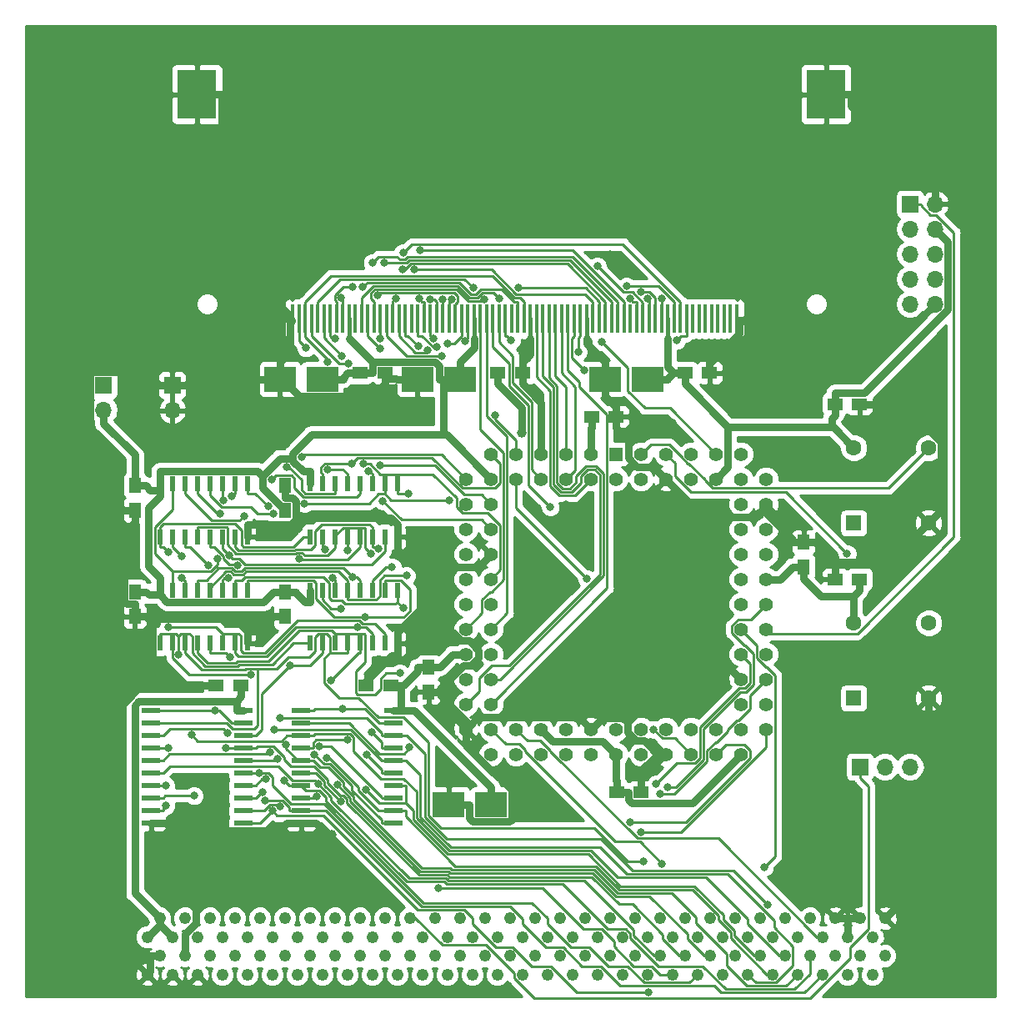
<source format=gbr>
G04 #@! TF.GenerationSoftware,KiCad,Pcbnew,(5.0.2)-1*
G04 #@! TF.CreationDate,2019-01-03T08:31:25-07:00*
G04 #@! TF.ProjectId,16MB DRAM,31364d42-2044-4524-914d-2e6b69636164,rev?*
G04 #@! TF.SameCoordinates,Original*
G04 #@! TF.FileFunction,Copper,L1,Top*
G04 #@! TF.FilePolarity,Positive*
%FSLAX46Y46*%
G04 Gerber Fmt 4.6, Leading zero omitted, Abs format (unit mm)*
G04 Created by KiCad (PCBNEW (5.0.2)-1) date 1/3/2019 8:31:25 AM*
%MOMM*%
%LPD*%
G01*
G04 APERTURE LIST*
G04 #@! TA.AperFunction,SMDPad,CuDef*
%ADD10R,4.000000X5.000000*%
G04 #@! TD*
G04 #@! TA.AperFunction,SMDPad,CuDef*
%ADD11R,0.405000X3.000000*%
G04 #@! TD*
G04 #@! TA.AperFunction,SMDPad,CuDef*
%ADD12R,1.500000X1.250000*%
G04 #@! TD*
G04 #@! TA.AperFunction,SMDPad,CuDef*
%ADD13R,1.250000X1.500000*%
G04 #@! TD*
G04 #@! TA.AperFunction,SMDPad,CuDef*
%ADD14R,3.200000X2.500000*%
G04 #@! TD*
G04 #@! TA.AperFunction,SMDPad,CuDef*
%ADD15R,0.600000X1.500000*%
G04 #@! TD*
G04 #@! TA.AperFunction,SMDPad,CuDef*
%ADD16R,1.950000X0.600000*%
G04 #@! TD*
G04 #@! TA.AperFunction,ComponentPad*
%ADD17R,1.600000X1.600000*%
G04 #@! TD*
G04 #@! TA.AperFunction,ComponentPad*
%ADD18C,1.600000*%
G04 #@! TD*
G04 #@! TA.AperFunction,ComponentPad*
%ADD19R,1.700000X1.700000*%
G04 #@! TD*
G04 #@! TA.AperFunction,ComponentPad*
%ADD20O,1.700000X1.700000*%
G04 #@! TD*
G04 #@! TA.AperFunction,ComponentPad*
%ADD21C,1.219200*%
G04 #@! TD*
G04 #@! TA.AperFunction,ComponentPad*
%ADD22C,3.314700*%
G04 #@! TD*
G04 #@! TA.AperFunction,ComponentPad*
%ADD23C,1.397000*%
G04 #@! TD*
G04 #@! TA.AperFunction,ComponentPad*
%ADD24R,1.397000X1.397000*%
G04 #@! TD*
G04 #@! TA.AperFunction,ViaPad*
%ADD25C,1.000000*%
G04 #@! TD*
G04 #@! TA.AperFunction,ViaPad*
%ADD26C,0.800000*%
G04 #@! TD*
G04 #@! TA.AperFunction,Conductor*
%ADD27C,0.250000*%
G04 #@! TD*
G04 #@! TA.AperFunction,Conductor*
%ADD28C,0.750000*%
G04 #@! TD*
G04 #@! TA.AperFunction,Conductor*
%ADD29C,0.404800*%
G04 #@! TD*
G04 #@! TA.AperFunction,Conductor*
%ADD30C,0.254000*%
G04 #@! TD*
G04 APERTURE END LIST*
D10*
G04 #@! TO.P,J2,73*
G04 #@! TO.N,GND*
X107045000Y-32695000D03*
G04 #@! TO.P,J2,74*
X43155000Y-32695000D03*
D11*
G04 #@! TO.P,J2,1*
X52875000Y-55475000D03*
G04 #@! TO.P,J2,2*
G04 #@! TO.N,/MD0*
X53510000Y-55475000D03*
G04 #@! TO.P,J2,3*
G04 #@! TO.N,/MD1*
X54145000Y-55475000D03*
G04 #@! TO.P,J2,4*
G04 #@! TO.N,/MD2*
X54780000Y-55475000D03*
G04 #@! TO.P,J2,5*
G04 #@! TO.N,/MD3*
X55415000Y-55475000D03*
G04 #@! TO.P,J2,6*
G04 #@! TO.N,/MD4*
X56050000Y-55475000D03*
G04 #@! TO.P,J2,7*
G04 #@! TO.N,/MD5*
X56685000Y-55475000D03*
G04 #@! TO.P,J2,8*
G04 #@! TO.N,/MD6*
X57320000Y-55475000D03*
G04 #@! TO.P,J2,9*
G04 #@! TO.N,/MD7*
X57955000Y-55475000D03*
G04 #@! TO.P,J2,10*
G04 #@! TO.N,+5V*
X58590000Y-55475000D03*
G04 #@! TO.P,J2,11*
G04 #@! TO.N,Net-(J2-Pad11)*
X59225000Y-55475000D03*
G04 #@! TO.P,J2,12*
G04 #@! TO.N,/MA0*
X59860000Y-55475000D03*
G04 #@! TO.P,J2,13*
G04 #@! TO.N,/MA1*
X60495000Y-55475000D03*
G04 #@! TO.P,J2,14*
G04 #@! TO.N,/MA2*
X61130000Y-55475000D03*
G04 #@! TO.P,J2,15*
G04 #@! TO.N,/MA3*
X61765000Y-55475000D03*
G04 #@! TO.P,J2,16*
G04 #@! TO.N,/MA4*
X62400000Y-55475000D03*
G04 #@! TO.P,J2,17*
G04 #@! TO.N,/MA5*
X63035000Y-55475000D03*
G04 #@! TO.P,J2,18*
G04 #@! TO.N,/MA6*
X63670000Y-55475000D03*
G04 #@! TO.P,J2,19*
G04 #@! TO.N,/MA10*
X64305000Y-55475000D03*
G04 #@! TO.P,J2,20*
G04 #@! TO.N,Net-(J2-Pad20)*
X64940000Y-55475000D03*
G04 #@! TO.P,J2,21*
G04 #@! TO.N,/MD8*
X65575000Y-55475000D03*
G04 #@! TO.P,J2,22*
G04 #@! TO.N,/MD9*
X66210000Y-55475000D03*
G04 #@! TO.P,J2,23*
G04 #@! TO.N,/MD10*
X66845000Y-55475000D03*
G04 #@! TO.P,J2,24*
G04 #@! TO.N,/MD11*
X67480000Y-55475000D03*
G04 #@! TO.P,J2,25*
G04 #@! TO.N,/MD12*
X68115000Y-55475000D03*
G04 #@! TO.P,J2,26*
G04 #@! TO.N,/MD13*
X68750000Y-55475000D03*
G04 #@! TO.P,J2,27*
G04 #@! TO.N,/MD14*
X69385000Y-55475000D03*
G04 #@! TO.P,J2,28*
G04 #@! TO.N,/MA7*
X70020000Y-55475000D03*
G04 #@! TO.P,J2,29*
G04 #@! TO.N,/MA11*
X70655000Y-55475000D03*
G04 #@! TO.P,J2,30*
G04 #@! TO.N,+5V*
X71290000Y-55475000D03*
G04 #@! TO.P,J2,31*
G04 #@! TO.N,/MA8*
X71925000Y-55475000D03*
G04 #@! TO.P,J2,32*
G04 #@! TO.N,/MA9*
X72560000Y-55475000D03*
G04 #@! TO.P,J2,33*
G04 #@! TO.N,/~RAS3*
X73195000Y-55475000D03*
G04 #@! TO.P,J2,34*
G04 #@! TO.N,/~RAS2*
X73830000Y-55475000D03*
G04 #@! TO.P,J2,35*
G04 #@! TO.N,/MD15*
X74465000Y-55475000D03*
G04 #@! TO.P,J2,36*
G04 #@! TO.N,Net-(J2-Pad36)*
X75100000Y-55475000D03*
G04 #@! TO.P,J2,37*
G04 #@! TO.N,/MD0*
X75735000Y-55475000D03*
G04 #@! TO.P,J2,38*
G04 #@! TO.N,/MD1*
X76370000Y-55475000D03*
G04 #@! TO.P,J2,39*
G04 #@! TO.N,GND*
X77005000Y-55475000D03*
G04 #@! TO.P,J2,40*
G04 #@! TO.N,/~CAS0*
X77640000Y-55475000D03*
G04 #@! TO.P,J2,41*
G04 #@! TO.N,/~CAS2*
X78275000Y-55475000D03*
G04 #@! TO.P,J2,42*
G04 #@! TO.N,/~CAS3*
X78910000Y-55475000D03*
G04 #@! TO.P,J2,43*
G04 #@! TO.N,/~CAS1*
X79545000Y-55475000D03*
G04 #@! TO.P,J2,44*
G04 #@! TO.N,/~RAS0*
X80180000Y-55475000D03*
G04 #@! TO.P,J2,45*
G04 #@! TO.N,/~RAS1*
X80815000Y-55475000D03*
G04 #@! TO.P,J2,46*
G04 #@! TO.N,/MA12*
X81450000Y-55475000D03*
G04 #@! TO.P,J2,47*
G04 #@! TO.N,/~WE*
X82085000Y-55475000D03*
G04 #@! TO.P,J2,48*
G04 #@! TO.N,GND*
X82720000Y-55475000D03*
G04 #@! TO.P,J2,49*
G04 #@! TO.N,/MD2*
X83355000Y-55475000D03*
G04 #@! TO.P,J2,50*
G04 #@! TO.N,/MD3*
X83990000Y-55475000D03*
G04 #@! TO.P,J2,51*
G04 #@! TO.N,/MD4*
X84625000Y-55475000D03*
G04 #@! TO.P,J2,52*
G04 #@! TO.N,/MD5*
X85260000Y-55475000D03*
G04 #@! TO.P,J2,53*
G04 #@! TO.N,/MD6*
X85895000Y-55475000D03*
G04 #@! TO.P,J2,54*
G04 #@! TO.N,/MD7*
X86530000Y-55475000D03*
G04 #@! TO.P,J2,55*
G04 #@! TO.N,Net-(J2-Pad55)*
X87165000Y-55475000D03*
G04 #@! TO.P,J2,56*
G04 #@! TO.N,/MD8*
X87800000Y-55475000D03*
G04 #@! TO.P,J2,57*
G04 #@! TO.N,/MD9*
X88435000Y-55475000D03*
G04 #@! TO.P,J2,58*
G04 #@! TO.N,/MD10*
X89070000Y-55475000D03*
G04 #@! TO.P,J2,59*
G04 #@! TO.N,/MD12*
X89705000Y-55475000D03*
G04 #@! TO.P,J2,60*
G04 #@! TO.N,/MD11*
X90340000Y-55475000D03*
G04 #@! TO.P,J2,61*
G04 #@! TO.N,+5V*
X90975000Y-55475000D03*
G04 #@! TO.P,J2,62*
G04 #@! TO.N,/MD13*
X91610000Y-55475000D03*
G04 #@! TO.P,J2,63*
G04 #@! TO.N,/MD14*
X92245000Y-55475000D03*
G04 #@! TO.P,J2,64*
G04 #@! TO.N,/MD15*
X92880000Y-55475000D03*
G04 #@! TO.P,J2,65*
G04 #@! TO.N,Net-(J2-Pad65)*
X93515000Y-55475000D03*
G04 #@! TO.P,J2,66*
G04 #@! TO.N,Net-(J2-Pad66)*
X94150000Y-55475000D03*
G04 #@! TO.P,J2,67*
G04 #@! TO.N,Net-(J2-Pad67)*
X94785000Y-55475000D03*
G04 #@! TO.P,J2,68*
G04 #@! TO.N,Net-(J2-Pad68)*
X95420000Y-55475000D03*
G04 #@! TO.P,J2,69*
G04 #@! TO.N,Net-(J2-Pad69)*
X96055000Y-55475000D03*
G04 #@! TO.P,J2,70*
G04 #@! TO.N,Net-(J2-Pad70)*
X96690000Y-55475000D03*
G04 #@! TO.P,J2,71*
G04 #@! TO.N,Net-(J2-Pad71)*
X97325000Y-55475000D03*
G04 #@! TO.P,J2,72*
G04 #@! TO.N,GND*
X97960000Y-55475000D03*
G04 #@! TD*
D12*
G04 #@! TO.P,C18,1*
G04 #@! TO.N,+5V*
X47585000Y-92710000D03*
G04 #@! TO.P,C18,2*
G04 #@! TO.N,GND*
X45085000Y-92710000D03*
G04 #@! TD*
G04 #@! TO.P,C19,2*
G04 #@! TO.N,GND*
X85725000Y-65405000D03*
G04 #@! TO.P,C19,1*
G04 #@! TO.N,+5V*
X83225000Y-65405000D03*
G04 #@! TD*
G04 #@! TO.P,C16,2*
G04 #@! TO.N,GND*
X60325000Y-92710000D03*
G04 #@! TO.P,C16,1*
G04 #@! TO.N,+5V*
X62825000Y-92710000D03*
G04 #@! TD*
D13*
G04 #@! TO.P,C15,1*
G04 #@! TO.N,+5V*
X52070000Y-74910000D03*
G04 #@! TO.P,C15,2*
G04 #@! TO.N,GND*
X52070000Y-72410000D03*
G04 #@! TD*
D12*
G04 #@! TO.P,C14,2*
G04 #@! TO.N,GND*
X76200000Y-60960000D03*
G04 #@! TO.P,C14,1*
G04 #@! TO.N,+5V*
X73700000Y-60960000D03*
G04 #@! TD*
G04 #@! TO.P,C13,1*
G04 #@! TO.N,+5V*
X110450000Y-81915000D03*
G04 #@! TO.P,C13,2*
G04 #@! TO.N,GND*
X107950000Y-81915000D03*
G04 #@! TD*
G04 #@! TO.P,C12,2*
G04 #@! TO.N,GND*
X110450000Y-64135000D03*
G04 #@! TO.P,C12,1*
G04 #@! TO.N,+5V*
X107950000Y-64135000D03*
G04 #@! TD*
D13*
G04 #@! TO.P,C17,1*
G04 #@! TO.N,+5V*
X36830000Y-72390000D03*
G04 #@! TO.P,C17,2*
G04 #@! TO.N,GND*
X36830000Y-74890000D03*
G04 #@! TD*
G04 #@! TO.P,C10,2*
G04 #@! TO.N,GND*
X36830000Y-85685000D03*
G04 #@! TO.P,C10,1*
G04 #@! TO.N,+5V*
X36830000Y-83185000D03*
G04 #@! TD*
D12*
G04 #@! TO.P,C9,1*
G04 #@! TO.N,+5V*
X85765000Y-103505000D03*
G04 #@! TO.P,C9,2*
G04 #@! TO.N,GND*
X88265000Y-103505000D03*
G04 #@! TD*
D13*
G04 #@! TO.P,C8,2*
G04 #@! TO.N,GND*
X66675000Y-93345000D03*
G04 #@! TO.P,C8,1*
G04 #@! TO.N,+5V*
X66675000Y-90845000D03*
G04 #@! TD*
D12*
G04 #@! TO.P,C7,1*
G04 #@! TO.N,+5V*
X59730000Y-60960000D03*
G04 #@! TO.P,C7,2*
G04 #@! TO.N,GND*
X62230000Y-60960000D03*
G04 #@! TD*
D13*
G04 #@! TO.P,C6,2*
G04 #@! TO.N,GND*
X104775000Y-78145000D03*
G04 #@! TO.P,C6,1*
G04 #@! TO.N,+5V*
X104775000Y-80645000D03*
G04 #@! TD*
D12*
G04 #@! TO.P,C5,1*
G04 #@! TO.N,+5V*
X92710000Y-60960000D03*
G04 #@! TO.P,C5,2*
G04 #@! TO.N,GND*
X95210000Y-60960000D03*
G04 #@! TD*
D13*
G04 #@! TO.P,C11,2*
G04 #@! TO.N,GND*
X52070000Y-85705000D03*
G04 #@! TO.P,C11,1*
G04 #@! TO.N,+5V*
X52070000Y-83205000D03*
G04 #@! TD*
D14*
G04 #@! TO.P,C3,1*
G04 #@! TO.N,+5V*
X69850000Y-61595000D03*
G04 #@! TO.P,C3,2*
G04 #@! TO.N,GND*
X65550000Y-61595000D03*
G04 #@! TD*
G04 #@! TO.P,C4,2*
G04 #@! TO.N,GND*
X84600000Y-61595000D03*
G04 #@! TO.P,C4,1*
G04 #@! TO.N,+5V*
X88900000Y-61595000D03*
G04 #@! TD*
G04 #@! TO.P,C2,1*
G04 #@! TO.N,+5V*
X55880000Y-61595000D03*
G04 #@! TO.P,C2,2*
G04 #@! TO.N,GND*
X51580000Y-61595000D03*
G04 #@! TD*
G04 #@! TO.P,C1,2*
G04 #@! TO.N,GND*
X68725000Y-104775000D03*
G04 #@! TO.P,C1,1*
G04 #@! TO.N,+5V*
X73025000Y-104775000D03*
G04 #@! TD*
D15*
G04 #@! TO.P,U1,1*
G04 #@! TO.N,/BA0*
X54610000Y-88425000D03*
G04 #@! TO.P,U1,2*
G04 #@! TO.N,/MD0*
X55880000Y-88425000D03*
G04 #@! TO.P,U1,3*
G04 #@! TO.N,/MD8*
X57150000Y-88425000D03*
G04 #@! TO.P,U1,4*
G04 #@! TO.N,/D0*
X58420000Y-88425000D03*
G04 #@! TO.P,U1,5*
G04 #@! TO.N,/MD1*
X59690000Y-88425000D03*
G04 #@! TO.P,U1,6*
G04 #@! TO.N,/MD9*
X60960000Y-88425000D03*
G04 #@! TO.P,U1,7*
G04 #@! TO.N,/D1*
X62230000Y-88425000D03*
G04 #@! TO.P,U1,8*
G04 #@! TO.N,GND*
X63500000Y-88425000D03*
G04 #@! TO.P,U1,9*
G04 #@! TO.N,/D3*
X63500000Y-83025000D03*
G04 #@! TO.P,U1,10*
G04 #@! TO.N,/MD11*
X62230000Y-83025000D03*
G04 #@! TO.P,U1,11*
G04 #@! TO.N,/MD3*
X60960000Y-83025000D03*
G04 #@! TO.P,U1,12*
G04 #@! TO.N,/D2*
X59690000Y-83025000D03*
G04 #@! TO.P,U1,13*
G04 #@! TO.N,/MD10*
X58420000Y-83025000D03*
G04 #@! TO.P,U1,14*
G04 #@! TO.N,/MD2*
X57150000Y-83025000D03*
G04 #@! TO.P,U1,15*
G04 #@! TO.N,/~OE*
X55880000Y-83025000D03*
G04 #@! TO.P,U1,16*
G04 #@! TO.N,+5V*
X54610000Y-83025000D03*
G04 #@! TD*
G04 #@! TO.P,U3,16*
G04 #@! TO.N,+5V*
X54610000Y-72230000D03*
G04 #@! TO.P,U3,15*
G04 #@! TO.N,/~OE*
X55880000Y-72230000D03*
G04 #@! TO.P,U3,14*
G04 #@! TO.N,/MD6*
X57150000Y-72230000D03*
G04 #@! TO.P,U3,13*
G04 #@! TO.N,/MD14*
X58420000Y-72230000D03*
G04 #@! TO.P,U3,12*
G04 #@! TO.N,/D6*
X59690000Y-72230000D03*
G04 #@! TO.P,U3,11*
G04 #@! TO.N,/MD7*
X60960000Y-72230000D03*
G04 #@! TO.P,U3,10*
G04 #@! TO.N,/MD15*
X62230000Y-72230000D03*
G04 #@! TO.P,U3,9*
G04 #@! TO.N,/D7*
X63500000Y-72230000D03*
G04 #@! TO.P,U3,8*
G04 #@! TO.N,GND*
X63500000Y-77630000D03*
G04 #@! TO.P,U3,7*
G04 #@! TO.N,/D5*
X62230000Y-77630000D03*
G04 #@! TO.P,U3,6*
G04 #@! TO.N,/MD13*
X60960000Y-77630000D03*
G04 #@! TO.P,U3,5*
G04 #@! TO.N,/MD5*
X59690000Y-77630000D03*
G04 #@! TO.P,U3,4*
G04 #@! TO.N,/D4*
X58420000Y-77630000D03*
G04 #@! TO.P,U3,3*
G04 #@! TO.N,/MD12*
X57150000Y-77630000D03*
G04 #@! TO.P,U3,2*
G04 #@! TO.N,/MD4*
X55880000Y-77630000D03*
G04 #@! TO.P,U3,1*
G04 #@! TO.N,/BA0*
X54610000Y-77630000D03*
G04 #@! TD*
G04 #@! TO.P,U4,1*
G04 #@! TO.N,/BA0*
X39370000Y-88425000D03*
G04 #@! TO.P,U4,2*
G04 #@! TO.N,/D8*
X40640000Y-88425000D03*
G04 #@! TO.P,U4,3*
G04 #@! TO.N,/D0*
X41910000Y-88425000D03*
G04 #@! TO.P,U4,4*
G04 #@! TO.N,/MD8*
X43180000Y-88425000D03*
G04 #@! TO.P,U4,5*
G04 #@! TO.N,/D9*
X44450000Y-88425000D03*
G04 #@! TO.P,U4,6*
G04 #@! TO.N,/D1*
X45720000Y-88425000D03*
G04 #@! TO.P,U4,7*
G04 #@! TO.N,/MD9*
X46990000Y-88425000D03*
G04 #@! TO.P,U4,8*
G04 #@! TO.N,GND*
X48260000Y-88425000D03*
G04 #@! TO.P,U4,9*
G04 #@! TO.N,/MD11*
X48260000Y-83025000D03*
G04 #@! TO.P,U4,10*
G04 #@! TO.N,/D3*
X46990000Y-83025000D03*
G04 #@! TO.P,U4,11*
G04 #@! TO.N,/D11*
X45720000Y-83025000D03*
G04 #@! TO.P,U4,12*
G04 #@! TO.N,/MD10*
X44450000Y-83025000D03*
G04 #@! TO.P,U4,13*
G04 #@! TO.N,/D2*
X43180000Y-83025000D03*
G04 #@! TO.P,U4,14*
G04 #@! TO.N,/D10*
X41910000Y-83025000D03*
G04 #@! TO.P,U4,15*
G04 #@! TO.N,/~WE*
X40640000Y-83025000D03*
G04 #@! TO.P,U4,16*
G04 #@! TO.N,+5V*
X39370000Y-83025000D03*
G04 #@! TD*
G04 #@! TO.P,U6,16*
G04 #@! TO.N,+5V*
X39370000Y-72230000D03*
G04 #@! TO.P,U6,15*
G04 #@! TO.N,/~WE*
X40640000Y-72230000D03*
G04 #@! TO.P,U6,14*
G04 #@! TO.N,/D14*
X41910000Y-72230000D03*
G04 #@! TO.P,U6,13*
G04 #@! TO.N,/D6*
X43180000Y-72230000D03*
G04 #@! TO.P,U6,12*
G04 #@! TO.N,/MD14*
X44450000Y-72230000D03*
G04 #@! TO.P,U6,11*
G04 #@! TO.N,/D15*
X45720000Y-72230000D03*
G04 #@! TO.P,U6,10*
G04 #@! TO.N,/D7*
X46990000Y-72230000D03*
G04 #@! TO.P,U6,9*
G04 #@! TO.N,/MD15*
X48260000Y-72230000D03*
G04 #@! TO.P,U6,8*
G04 #@! TO.N,GND*
X48260000Y-77630000D03*
G04 #@! TO.P,U6,7*
G04 #@! TO.N,/MD13*
X46990000Y-77630000D03*
G04 #@! TO.P,U6,6*
G04 #@! TO.N,/D5*
X45720000Y-77630000D03*
G04 #@! TO.P,U6,5*
G04 #@! TO.N,/D13*
X44450000Y-77630000D03*
G04 #@! TO.P,U6,4*
G04 #@! TO.N,/MD12*
X43180000Y-77630000D03*
G04 #@! TO.P,U6,3*
G04 #@! TO.N,/D4*
X41910000Y-77630000D03*
G04 #@! TO.P,U6,2*
G04 #@! TO.N,/D12*
X40640000Y-77630000D03*
G04 #@! TO.P,U6,1*
G04 #@! TO.N,/BA0*
X39370000Y-77630000D03*
G04 #@! TD*
D16*
G04 #@! TO.P,U2,1*
G04 #@! TO.N,/~WE*
X38480000Y-95250000D03*
G04 #@! TO.P,U2,2*
G04 #@! TO.N,/D0*
X38480000Y-96520000D03*
G04 #@! TO.P,U2,3*
G04 #@! TO.N,/MD4*
X38480000Y-97790000D03*
G04 #@! TO.P,U2,4*
G04 #@! TO.N,/D1*
X38480000Y-99060000D03*
G04 #@! TO.P,U2,5*
G04 #@! TO.N,/MD5*
X38480000Y-100330000D03*
G04 #@! TO.P,U2,6*
G04 #@! TO.N,/D2*
X38480000Y-101600000D03*
G04 #@! TO.P,U2,7*
G04 #@! TO.N,/MD6*
X38480000Y-102870000D03*
G04 #@! TO.P,U2,8*
G04 #@! TO.N,/D3*
X38480000Y-104140000D03*
G04 #@! TO.P,U2,9*
G04 #@! TO.N,/MD7*
X38480000Y-105410000D03*
G04 #@! TO.P,U2,10*
G04 #@! TO.N,GND*
X38480000Y-106680000D03*
G04 #@! TO.P,U2,11*
G04 #@! TO.N,/D7*
X47880000Y-106680000D03*
G04 #@! TO.P,U2,12*
G04 #@! TO.N,/MD3*
X47880000Y-105410000D03*
G04 #@! TO.P,U2,13*
G04 #@! TO.N,/D6*
X47880000Y-104140000D03*
G04 #@! TO.P,U2,14*
G04 #@! TO.N,/MD2*
X47880000Y-102870000D03*
G04 #@! TO.P,U2,15*
G04 #@! TO.N,/D5*
X47880000Y-101600000D03*
G04 #@! TO.P,U2,16*
G04 #@! TO.N,/MD1*
X47880000Y-100330000D03*
G04 #@! TO.P,U2,17*
G04 #@! TO.N,/D4*
X47880000Y-99060000D03*
G04 #@! TO.P,U2,18*
G04 #@! TO.N,/MD0*
X47880000Y-97790000D03*
G04 #@! TO.P,U2,19*
G04 #@! TO.N,/~WE*
X47880000Y-96520000D03*
G04 #@! TO.P,U2,20*
G04 #@! TO.N,+5V*
X47880000Y-95250000D03*
G04 #@! TD*
G04 #@! TO.P,U5,20*
G04 #@! TO.N,+5V*
X63120000Y-95250000D03*
G04 #@! TO.P,U5,19*
G04 #@! TO.N,/~OE*
X63120000Y-96520000D03*
G04 #@! TO.P,U5,18*
G04 #@! TO.N,/D8*
X63120000Y-97790000D03*
G04 #@! TO.P,U5,17*
G04 #@! TO.N,/MD12*
X63120000Y-99060000D03*
G04 #@! TO.P,U5,16*
G04 #@! TO.N,/D9*
X63120000Y-100330000D03*
G04 #@! TO.P,U5,15*
G04 #@! TO.N,/MD13*
X63120000Y-101600000D03*
G04 #@! TO.P,U5,14*
G04 #@! TO.N,/D10*
X63120000Y-102870000D03*
G04 #@! TO.P,U5,13*
G04 #@! TO.N,/MD14*
X63120000Y-104140000D03*
G04 #@! TO.P,U5,12*
G04 #@! TO.N,/D11*
X63120000Y-105410000D03*
G04 #@! TO.P,U5,11*
G04 #@! TO.N,/MD15*
X63120000Y-106680000D03*
G04 #@! TO.P,U5,10*
G04 #@! TO.N,GND*
X53720000Y-106680000D03*
G04 #@! TO.P,U5,9*
G04 #@! TO.N,/D15*
X53720000Y-105410000D03*
G04 #@! TO.P,U5,8*
G04 #@! TO.N,/MD11*
X53720000Y-104140000D03*
G04 #@! TO.P,U5,7*
G04 #@! TO.N,/D14*
X53720000Y-102870000D03*
G04 #@! TO.P,U5,6*
G04 #@! TO.N,/MD10*
X53720000Y-101600000D03*
G04 #@! TO.P,U5,5*
G04 #@! TO.N,/D13*
X53720000Y-100330000D03*
G04 #@! TO.P,U5,4*
G04 #@! TO.N,/MD9*
X53720000Y-99060000D03*
G04 #@! TO.P,U5,3*
G04 #@! TO.N,/D12*
X53720000Y-97790000D03*
G04 #@! TO.P,U5,2*
G04 #@! TO.N,/MD8*
X53720000Y-96520000D03*
G04 #@! TO.P,U5,1*
G04 #@! TO.N,/~OE*
X53720000Y-95250000D03*
G04 #@! TD*
D17*
G04 #@! TO.P,X1,1*
G04 #@! TO.N,Net-(X1-Pad1)*
X109855000Y-76200000D03*
D18*
G04 #@! TO.P,X1,8*
G04 #@! TO.N,+5V*
X109855000Y-68580000D03*
G04 #@! TO.P,X1,5*
G04 #@! TO.N,Net-(U7-Pad83)*
X117475000Y-68580000D03*
G04 #@! TO.P,X1,4*
G04 #@! TO.N,GND*
X117475000Y-76200000D03*
G04 #@! TD*
G04 #@! TO.P,X2,4*
G04 #@! TO.N,GND*
X117475000Y-93980000D03*
G04 #@! TO.P,X2,5*
G04 #@! TO.N,Net-(J3-Pad3)*
X117475000Y-86360000D03*
G04 #@! TO.P,X2,8*
G04 #@! TO.N,+5V*
X109855000Y-86360000D03*
D17*
G04 #@! TO.P,X2,1*
G04 #@! TO.N,Net-(X2-Pad1)*
X109855000Y-93980000D03*
G04 #@! TD*
D19*
G04 #@! TO.P,J5,1*
G04 #@! TO.N,+5V*
X33655000Y-62230000D03*
D20*
G04 #@! TO.P,J5,2*
X33655000Y-64770000D03*
G04 #@! TD*
G04 #@! TO.P,J6,2*
G04 #@! TO.N,GND*
X40640000Y-64770000D03*
D19*
G04 #@! TO.P,J6,1*
X40640000Y-62230000D03*
G04 #@! TD*
D20*
G04 #@! TO.P,J3,3*
G04 #@! TO.N,Net-(J3-Pad3)*
X115570000Y-100965000D03*
G04 #@! TO.P,J3,2*
G04 #@! TO.N,Net-(J3-Pad2)*
X113030000Y-100965000D03*
D19*
G04 #@! TO.P,J3,1*
G04 #@! TO.N,/CLK2*
X110490000Y-100965000D03*
G04 #@! TD*
D20*
G04 #@! TO.P,J4,10*
G04 #@! TO.N,GND*
X118110000Y-53975000D03*
G04 #@! TO.P,J4,9*
G04 #@! TO.N,Net-(J4-Pad9)*
X115570000Y-53975000D03*
G04 #@! TO.P,J4,8*
G04 #@! TO.N,Net-(J4-Pad8)*
X118110000Y-51435000D03*
G04 #@! TO.P,J4,7*
G04 #@! TO.N,Net-(J4-Pad7)*
X115570000Y-51435000D03*
G04 #@! TO.P,J4,6*
G04 #@! TO.N,Net-(J4-Pad6)*
X118110000Y-48895000D03*
G04 #@! TO.P,J4,5*
G04 #@! TO.N,Net-(J4-Pad5)*
X115570000Y-48895000D03*
G04 #@! TO.P,J4,4*
G04 #@! TO.N,+5V*
X118110000Y-46355000D03*
G04 #@! TO.P,J4,3*
G04 #@! TO.N,Net-(J4-Pad3)*
X115570000Y-46355000D03*
G04 #@! TO.P,J4,2*
G04 #@! TO.N,GND*
X118110000Y-43815000D03*
D19*
G04 #@! TO.P,J4,1*
G04 #@! TO.N,Net-(J4-Pad1)*
X115570000Y-43815000D03*
G04 #@! TD*
D21*
G04 #@! TO.P,J1,1*
G04 #@! TO.N,GND*
X113030000Y-116332000D03*
G04 #@! TO.P,J1,2*
X111760000Y-118237000D03*
G04 #@! TO.P,J1,3*
X110490000Y-116332000D03*
G04 #@! TO.P,J1,4*
X109220000Y-118237000D03*
G04 #@! TO.P,J1,5*
X107950000Y-116332000D03*
G04 #@! TO.P,J1,6*
G04 #@! TO.N,/A23*
X106680000Y-118237000D03*
G04 #@! TO.P,J1,7*
G04 #@! TO.N,/A22*
X105410000Y-116332000D03*
G04 #@! TO.P,J1,8*
G04 #@! TO.N,/A21*
X104140000Y-118237000D03*
G04 #@! TO.P,J1,9*
G04 #@! TO.N,/A20*
X102870000Y-116332000D03*
G04 #@! TO.P,J1,10*
G04 #@! TO.N,/A19*
X101600000Y-118237000D03*
G04 #@! TO.P,J1,11*
G04 #@! TO.N,/A18*
X100330000Y-116332000D03*
G04 #@! TO.P,J1,12*
G04 #@! TO.N,/A17*
X99060000Y-118237000D03*
G04 #@! TO.P,J1,13*
G04 #@! TO.N,/A16*
X97790000Y-116332000D03*
G04 #@! TO.P,J1,14*
G04 #@! TO.N,/A15*
X96520000Y-118237000D03*
G04 #@! TO.P,J1,15*
G04 #@! TO.N,/A14*
X95250000Y-116332000D03*
G04 #@! TO.P,J1,16*
G04 #@! TO.N,/A13*
X93980000Y-118237000D03*
G04 #@! TO.P,J1,17*
G04 #@! TO.N,/A12*
X92710000Y-116332000D03*
G04 #@! TO.P,J1,18*
G04 #@! TO.N,/A11*
X91440000Y-118237000D03*
G04 #@! TO.P,J1,19*
G04 #@! TO.N,/A10*
X90170000Y-116332000D03*
G04 #@! TO.P,J1,20*
G04 #@! TO.N,/A9*
X88900000Y-118237000D03*
G04 #@! TO.P,J1,21*
G04 #@! TO.N,/A8*
X87630000Y-116332000D03*
G04 #@! TO.P,J1,22*
G04 #@! TO.N,/A7*
X86360000Y-118237000D03*
G04 #@! TO.P,J1,23*
G04 #@! TO.N,/A6*
X85090000Y-116332000D03*
G04 #@! TO.P,J1,24*
G04 #@! TO.N,/A5*
X83820000Y-118237000D03*
G04 #@! TO.P,J1,25*
G04 #@! TO.N,/A4*
X82550000Y-116332000D03*
G04 #@! TO.P,J1,26*
G04 #@! TO.N,/A3*
X81280000Y-118237000D03*
G04 #@! TO.P,J1,27*
G04 #@! TO.N,/A2*
X80010000Y-116332000D03*
G04 #@! TO.P,J1,28*
G04 #@! TO.N,/A1*
X78740000Y-118237000D03*
G04 #@! TO.P,J1,29*
G04 #@! TO.N,/A0*
X77470000Y-116332000D03*
G04 #@! TO.P,J1,30*
G04 #@! TO.N,Net-(J1-Pad30)*
X76200000Y-118237000D03*
G04 #@! TO.P,J1,31*
G04 #@! TO.N,/~IOW*
X74930000Y-116332000D03*
G04 #@! TO.P,J1,32*
G04 #@! TO.N,/~MEMR*
X73660000Y-118237000D03*
G04 #@! TO.P,J1,33*
G04 #@! TO.N,/~MEMW*
X72390000Y-116332000D03*
G04 #@! TO.P,J1,34*
G04 #@! TO.N,/~MOVL*
X71120000Y-118237000D03*
G04 #@! TO.P,J1,35*
G04 #@! TO.N,Net-(J1-Pad35)*
X69850000Y-116332000D03*
G04 #@! TO.P,J1,36*
G04 #@! TO.N,/~M16*
X68580000Y-118237000D03*
G04 #@! TO.P,J1,37*
G04 #@! TO.N,/~BHE*
X67310000Y-116332000D03*
G04 #@! TO.P,J1,38*
G04 #@! TO.N,/CLK1*
X66040000Y-118237000D03*
G04 #@! TO.P,J1,39*
G04 #@! TO.N,/CLK2*
X64770000Y-116332000D03*
G04 #@! TO.P,J1,40*
G04 #@! TO.N,Net-(J1-Pad40)*
X63500000Y-118237000D03*
G04 #@! TO.P,J1,41*
G04 #@! TO.N,Net-(J1-Pad41)*
X62230000Y-116332000D03*
G04 #@! TO.P,J1,42*
G04 #@! TO.N,Net-(J1-Pad42)*
X60960000Y-118237000D03*
G04 #@! TO.P,J1,43*
G04 #@! TO.N,Net-(J1-Pad43)*
X59690000Y-116332000D03*
G04 #@! TO.P,J1,44*
G04 #@! TO.N,Net-(J1-Pad44)*
X58420000Y-118237000D03*
G04 #@! TO.P,J1,45*
G04 #@! TO.N,Net-(J1-Pad45)*
X57150000Y-116332000D03*
G04 #@! TO.P,J1,46*
G04 #@! TO.N,Net-(J1-Pad46)*
X55880000Y-118237000D03*
G04 #@! TO.P,J1,47*
G04 #@! TO.N,Net-(J1-Pad47)*
X54610000Y-116332000D03*
G04 #@! TO.P,J1,48*
G04 #@! TO.N,Net-(J1-Pad48)*
X53340000Y-118237000D03*
G04 #@! TO.P,J1,49*
G04 #@! TO.N,Net-(J1-Pad49)*
X52070000Y-116332000D03*
G04 #@! TO.P,J1,50*
G04 #@! TO.N,Net-(J1-Pad50)*
X50800000Y-118237000D03*
G04 #@! TO.P,J1,51*
G04 #@! TO.N,Net-(J1-Pad51)*
X49530000Y-116332000D03*
G04 #@! TO.P,J1,52*
G04 #@! TO.N,Net-(J1-Pad52)*
X48260000Y-118237000D03*
G04 #@! TO.P,J1,53*
G04 #@! TO.N,Net-(J1-Pad53)*
X46990000Y-116332000D03*
G04 #@! TO.P,J1,54*
G04 #@! TO.N,Net-(J1-Pad54)*
X45720000Y-118237000D03*
G04 #@! TO.P,J1,55*
G04 #@! TO.N,Net-(J1-Pad55)*
X44450000Y-116332000D03*
G04 #@! TO.P,J1,56*
G04 #@! TO.N,Net-(J1-Pad56)*
X43180000Y-118237000D03*
G04 #@! TO.P,J1,57*
G04 #@! TO.N,Net-(J1-Pad57)*
X41910000Y-116332000D03*
G04 #@! TO.P,J1,58*
G04 #@! TO.N,+5V*
X40640000Y-118237000D03*
G04 #@! TO.P,J1,59*
X39370000Y-116332000D03*
G04 #@! TO.P,J1,60*
X38100000Y-118237000D03*
G04 #@! TO.P,J1,61*
X113030000Y-120142000D03*
G04 #@! TO.P,J1,62*
X111760000Y-122047000D03*
G04 #@! TO.P,J1,63*
G04 #@! TO.N,Net-(J1-Pad63)*
X110490000Y-120142000D03*
G04 #@! TO.P,J1,64*
G04 #@! TO.N,Net-(J1-Pad64)*
X109220000Y-122047000D03*
G04 #@! TO.P,J1,65*
G04 #@! TO.N,Net-(J1-Pad65)*
X107950000Y-120142000D03*
G04 #@! TO.P,J1,66*
G04 #@! TO.N,/D15*
X106680000Y-122047000D03*
G04 #@! TO.P,J1,67*
G04 #@! TO.N,/D14*
X105410000Y-120142000D03*
G04 #@! TO.P,J1,68*
G04 #@! TO.N,/D13*
X104140000Y-122047000D03*
G04 #@! TO.P,J1,69*
G04 #@! TO.N,/D12*
X102870000Y-120142000D03*
G04 #@! TO.P,J1,70*
G04 #@! TO.N,/D11*
X101600000Y-122047000D03*
G04 #@! TO.P,J1,71*
G04 #@! TO.N,/D10*
X100330000Y-120142000D03*
G04 #@! TO.P,J1,72*
G04 #@! TO.N,/D9*
X99060000Y-122047000D03*
G04 #@! TO.P,J1,73*
G04 #@! TO.N,/D8*
X97790000Y-120142000D03*
G04 #@! TO.P,J1,74*
G04 #@! TO.N,/D7*
X96520000Y-122047000D03*
G04 #@! TO.P,J1,75*
G04 #@! TO.N,/D6*
X95250000Y-120142000D03*
G04 #@! TO.P,J1,76*
G04 #@! TO.N,/D5*
X93980000Y-122047000D03*
G04 #@! TO.P,J1,77*
G04 #@! TO.N,/D4*
X92710000Y-120142000D03*
G04 #@! TO.P,J1,78*
G04 #@! TO.N,/D3*
X91440000Y-122047000D03*
G04 #@! TO.P,J1,79*
G04 #@! TO.N,/D2*
X90170000Y-120142000D03*
G04 #@! TO.P,J1,80*
G04 #@! TO.N,/D1*
X88900000Y-122047000D03*
G04 #@! TO.P,J1,81*
G04 #@! TO.N,/D0*
X87630000Y-120142000D03*
G04 #@! TO.P,J1,82*
G04 #@! TO.N,Net-(J1-Pad82)*
X86360000Y-122047000D03*
G04 #@! TO.P,J1,83*
G04 #@! TO.N,Net-(J1-Pad83)*
X85090000Y-120142000D03*
G04 #@! TO.P,J1,84*
G04 #@! TO.N,Net-(J1-Pad84)*
X83820000Y-122047000D03*
G04 #@! TO.P,J1,85*
G04 #@! TO.N,/~RFSH*
X82550000Y-120142000D03*
G04 #@! TO.P,J1,86*
G04 #@! TO.N,Net-(J1-Pad86)*
X81280000Y-122047000D03*
G04 #@! TO.P,J1,87*
G04 #@! TO.N,/~WAIT*
X80010000Y-120142000D03*
G04 #@! TO.P,J1,88*
G04 #@! TO.N,Net-(J1-Pad88)*
X78740000Y-122047000D03*
G04 #@! TO.P,J1,89*
G04 #@! TO.N,Net-(J1-Pad89)*
X77470000Y-120142000D03*
G04 #@! TO.P,J1,90*
G04 #@! TO.N,/~AEN*
X76200000Y-122047000D03*
G04 #@! TO.P,J1,91*
G04 #@! TO.N,Net-(J1-Pad91)*
X74930000Y-120142000D03*
G04 #@! TO.P,J1,92*
G04 #@! TO.N,Net-(J1-Pad92)*
X73660000Y-122047000D03*
G04 #@! TO.P,J1,93*
G04 #@! TO.N,Net-(J1-Pad93)*
X72390000Y-120142000D03*
G04 #@! TO.P,J1,94*
G04 #@! TO.N,Net-(J1-Pad94)*
X71120000Y-122047000D03*
G04 #@! TO.P,J1,95*
G04 #@! TO.N,Net-(J1-Pad95)*
X69850000Y-120142000D03*
G04 #@! TO.P,J1,96*
G04 #@! TO.N,Net-(J1-Pad96)*
X68580000Y-122047000D03*
G04 #@! TO.P,J1,97*
G04 #@! TO.N,Net-(J1-Pad97)*
X67310000Y-120142000D03*
G04 #@! TO.P,J1,98*
G04 #@! TO.N,Net-(J1-Pad98)*
X66040000Y-122047000D03*
G04 #@! TO.P,J1,99*
G04 #@! TO.N,Net-(J1-Pad99)*
X64770000Y-120142000D03*
G04 #@! TO.P,J1,100*
G04 #@! TO.N,Net-(J1-Pad100)*
X63500000Y-122047000D03*
G04 #@! TO.P,J1,101*
G04 #@! TO.N,/~INTA*
X62230000Y-120142000D03*
G04 #@! TO.P,J1,102*
G04 #@! TO.N,Net-(J1-Pad102)*
X60960000Y-122047000D03*
G04 #@! TO.P,J1,103*
G04 #@! TO.N,Net-(J1-Pad103)*
X59690000Y-120142000D03*
G04 #@! TO.P,J1,104*
G04 #@! TO.N,Net-(J1-Pad104)*
X58420000Y-122047000D03*
G04 #@! TO.P,J1,105*
G04 #@! TO.N,Net-(J1-Pad105)*
X57150000Y-120142000D03*
G04 #@! TO.P,J1,106*
G04 #@! TO.N,Net-(J1-Pad106)*
X55880000Y-122047000D03*
G04 #@! TO.P,J1,107*
G04 #@! TO.N,Net-(J1-Pad107)*
X54610000Y-120142000D03*
G04 #@! TO.P,J1,108*
G04 #@! TO.N,Net-(J1-Pad108)*
X53340000Y-122047000D03*
G04 #@! TO.P,J1,109*
G04 #@! TO.N,Net-(J1-Pad109)*
X52070000Y-120142000D03*
G04 #@! TO.P,J1,110*
G04 #@! TO.N,Net-(J1-Pad110)*
X50800000Y-122047000D03*
G04 #@! TO.P,J1,111*
G04 #@! TO.N,Net-(J1-Pad111)*
X49530000Y-120142000D03*
G04 #@! TO.P,J1,112*
G04 #@! TO.N,Net-(J1-Pad112)*
X48260000Y-122047000D03*
G04 #@! TO.P,J1,113*
G04 #@! TO.N,Net-(J1-Pad113)*
X46990000Y-120142000D03*
G04 #@! TO.P,J1,114*
G04 #@! TO.N,Net-(J1-Pad114)*
X45720000Y-122047000D03*
G04 #@! TO.P,J1,115*
G04 #@! TO.N,/~RESET*
X44450000Y-120142000D03*
G04 #@! TO.P,J1,116*
G04 #@! TO.N,GND*
X43180000Y-122047000D03*
G04 #@! TO.P,J1,117*
X41910000Y-120142000D03*
G04 #@! TO.P,J1,118*
X40640000Y-122047000D03*
G04 #@! TO.P,J1,119*
X39370000Y-120142000D03*
G04 #@! TO.P,J1,120*
X38100000Y-122047000D03*
D22*
G04 #@! TO.P,J1,121*
X117475000Y-122047000D03*
G04 #@! TO.P,J1,122*
X32385000Y-122047000D03*
G04 #@! TD*
D23*
G04 #@! TO.P,U7,84*
G04 #@! TO.N,/~AEN*
X88265000Y-71755000D03*
G04 #@! TO.P,U7,83*
G04 #@! TO.N,Net-(U7-Pad83)*
X88265000Y-69215000D03*
G04 #@! TO.P,U7,82*
G04 #@! TO.N,GND*
X90805000Y-71755000D03*
G04 #@! TO.P,U7,81*
G04 #@! TO.N,Net-(J3-Pad2)*
X90805000Y-69215000D03*
G04 #@! TO.P,U7,80*
G04 #@! TO.N,/~M16*
X93345000Y-71755000D03*
G04 #@! TO.P,U7,79*
G04 #@! TO.N,/MA12*
X93345000Y-69215000D03*
G04 #@! TO.P,U7,78*
G04 #@! TO.N,+5V*
X95885000Y-71755000D03*
G04 #@! TO.P,U7,77*
G04 #@! TO.N,/MA11*
X95885000Y-69215000D03*
G04 #@! TO.P,U7,76*
G04 #@! TO.N,/D0*
X98425000Y-71755000D03*
G04 #@! TO.P,U7,75*
G04 #@! TO.N,/D1*
X98425000Y-69215000D03*
G04 #@! TO.P,U7,74*
G04 #@! TO.N,/A22*
X100965000Y-71755000D03*
G04 #@! TO.P,U7,73*
G04 #@! TO.N,/A11*
X98425000Y-74295000D03*
G04 #@! TO.P,U7,72*
G04 #@! TO.N,GND*
X100965000Y-74295000D03*
G04 #@! TO.P,U7,71*
G04 #@! TO.N,Net-(J4-Pad3)*
X98425000Y-76835000D03*
G04 #@! TO.P,U7,70*
G04 #@! TO.N,/A21*
X100965000Y-76835000D03*
G04 #@! TO.P,U7,69*
G04 #@! TO.N,/A10*
X98425000Y-79375000D03*
G04 #@! TO.P,U7,68*
G04 #@! TO.N,/A20*
X100965000Y-79375000D03*
G04 #@! TO.P,U7,67*
G04 #@! TO.N,/A9*
X98425000Y-81915000D03*
G04 #@! TO.P,U7,66*
G04 #@! TO.N,+5V*
X100965000Y-81915000D03*
G04 #@! TO.P,U7,65*
G04 #@! TO.N,/A19*
X98425000Y-84455000D03*
G04 #@! TO.P,U7,64*
G04 #@! TO.N,/A8*
X100965000Y-84455000D03*
G04 #@! TO.P,U7,63*
G04 #@! TO.N,/A17*
X98425000Y-86995000D03*
G04 #@! TO.P,U7,62*
G04 #@! TO.N,Net-(J4-Pad1)*
X100965000Y-86995000D03*
G04 #@! TO.P,U7,61*
G04 #@! TO.N,/A6*
X98425000Y-89535000D03*
G04 #@! TO.P,U7,60*
G04 #@! TO.N,/A18*
X100965000Y-89535000D03*
G04 #@! TO.P,U7,59*
G04 #@! TO.N,GND*
X98425000Y-92075000D03*
G04 #@! TO.P,U7,58*
G04 #@! TO.N,/A7*
X100965000Y-92075000D03*
G04 #@! TO.P,U7,57*
G04 #@! TO.N,/A16*
X98425000Y-94615000D03*
G04 #@! TO.P,U7,56*
G04 #@! TO.N,/A5*
X100965000Y-94615000D03*
G04 #@! TO.P,U7,55*
G04 #@! TO.N,/A15*
X98425000Y-97155000D03*
G04 #@! TO.P,U7,54*
G04 #@! TO.N,/A4*
X100965000Y-97155000D03*
G04 #@! TO.P,U7,53*
G04 #@! TO.N,+5V*
X98425000Y-99695000D03*
G04 #@! TO.P,U7,52*
G04 #@! TO.N,/A14*
X95885000Y-97155000D03*
G04 #@! TO.P,U7,51*
G04 #@! TO.N,/A3*
X95885000Y-99695000D03*
G04 #@! TO.P,U7,50*
G04 #@! TO.N,/A13*
X93345000Y-97155000D03*
G04 #@! TO.P,U7,49*
G04 #@! TO.N,/A2*
X93345000Y-99695000D03*
G04 #@! TO.P,U7,48*
G04 #@! TO.N,/~RFSH*
X90805000Y-97155000D03*
G04 #@! TO.P,U7,47*
G04 #@! TO.N,GND*
X90805000Y-99695000D03*
G04 #@! TO.P,U7,46*
G04 #@! TO.N,/~RESET*
X88265000Y-97155000D03*
G04 #@! TO.P,U7,45*
G04 #@! TO.N,/~INTA*
X88265000Y-99695000D03*
G04 #@! TO.P,U7,44*
G04 #@! TO.N,/~MOVL*
X85725000Y-97155000D03*
G04 #@! TO.P,U7,43*
G04 #@! TO.N,+5V*
X85725000Y-99695000D03*
G04 #@! TO.P,U7,42*
G04 #@! TO.N,GND*
X83185000Y-97155000D03*
G04 #@! TO.P,U7,41*
G04 #@! TO.N,/A0*
X83185000Y-99695000D03*
G04 #@! TO.P,U7,40*
G04 #@! TO.N,/~MEMW*
X80645000Y-97155000D03*
G04 #@! TO.P,U7,39*
G04 #@! TO.N,/~MEMR*
X80645000Y-99695000D03*
G04 #@! TO.P,U7,38*
G04 #@! TO.N,+5V*
X78105000Y-97155000D03*
G04 #@! TO.P,U7,37*
G04 #@! TO.N,/~BHE*
X78105000Y-99695000D03*
G04 #@! TO.P,U7,36*
G04 #@! TO.N,/A23*
X75565000Y-97155000D03*
G04 #@! TO.P,U7,35*
G04 #@! TO.N,/A1*
X75565000Y-99695000D03*
G04 #@! TO.P,U7,34*
G04 #@! TO.N,/A12*
X73025000Y-97155000D03*
G04 #@! TO.P,U7,33*
G04 #@! TO.N,/~RAS3*
X73025000Y-99695000D03*
G04 #@! TO.P,U7,32*
G04 #@! TO.N,GND*
X70485000Y-97155000D03*
G04 #@! TO.P,U7,31*
G04 #@! TO.N,/~RAS1*
X73025000Y-94615000D03*
G04 #@! TO.P,U7,30*
G04 #@! TO.N,/~CAS2*
X70485000Y-94615000D03*
G04 #@! TO.P,U7,29*
G04 #@! TO.N,/~CAS3*
X73025000Y-92075000D03*
G04 #@! TO.P,U7,28*
G04 #@! TO.N,/BA0*
X70485000Y-92075000D03*
G04 #@! TO.P,U7,27*
G04 #@! TO.N,/MA10*
X73025000Y-89535000D03*
G04 #@! TO.P,U7,26*
G04 #@! TO.N,+5V*
X70485000Y-89535000D03*
G04 #@! TO.P,U7,25*
G04 #@! TO.N,/MA9*
X73025000Y-86995000D03*
G04 #@! TO.P,U7,24*
G04 #@! TO.N,/MA8*
X70485000Y-86995000D03*
G04 #@! TO.P,U7,23*
G04 #@! TO.N,Net-(J4-Pad5)*
X73025000Y-84455000D03*
G04 #@! TO.P,U7,22*
G04 #@! TO.N,/MA7*
X70485000Y-84455000D03*
G04 #@! TO.P,U7,21*
G04 #@! TO.N,/MA5*
X73025000Y-81915000D03*
G04 #@! TO.P,U7,20*
G04 #@! TO.N,/MA6*
X70485000Y-81915000D03*
G04 #@! TO.P,U7,19*
G04 #@! TO.N,GND*
X73025000Y-79375000D03*
G04 #@! TO.P,U7,18*
G04 #@! TO.N,/MA4*
X70485000Y-79375000D03*
G04 #@! TO.P,U7,17*
G04 #@! TO.N,/MA3*
X73025000Y-76835000D03*
G04 #@! TO.P,U7,16*
G04 #@! TO.N,/MA2*
X70485000Y-76835000D03*
G04 #@! TO.P,U7,15*
G04 #@! TO.N,/MA1*
X73025000Y-74295000D03*
G04 #@! TO.P,U7,14*
G04 #@! TO.N,Net-(J4-Pad9)*
X70485000Y-74295000D03*
G04 #@! TO.P,U7,13*
G04 #@! TO.N,+5V*
X73025000Y-71755000D03*
G04 #@! TO.P,U7,12*
G04 #@! TO.N,/~WE*
X70485000Y-71755000D03*
G04 #@! TO.P,U7,11*
G04 #@! TO.N,/~OE*
X73025000Y-69215000D03*
G04 #@! TO.P,U7,10*
G04 #@! TO.N,/~WAIT*
X75565000Y-71755000D03*
G04 #@! TO.P,U7,9*
G04 #@! TO.N,/MA0*
X75565000Y-69215000D03*
G04 #@! TO.P,U7,8*
G04 #@! TO.N,/~RAS2*
X78105000Y-71755000D03*
G04 #@! TO.P,U7,7*
G04 #@! TO.N,GND*
X78105000Y-69215000D03*
G04 #@! TO.P,U7,6*
G04 #@! TO.N,/~RAS0*
X80645000Y-71755000D03*
G04 #@! TO.P,U7,5*
G04 #@! TO.N,/~CAS1*
X80645000Y-69215000D03*
G04 #@! TO.P,U7,4*
G04 #@! TO.N,/~CAS0*
X83185000Y-71755000D03*
G04 #@! TO.P,U7,3*
G04 #@! TO.N,+5V*
X83185000Y-69215000D03*
G04 #@! TO.P,U7,2*
G04 #@! TO.N,/CLK1*
X85725000Y-71755000D03*
D24*
G04 #@! TO.P,U7,1*
G04 #@! TO.N,/~IOW*
X85725000Y-69215000D03*
G04 #@! TD*
D25*
G04 #@! TO.N,GND*
X56854500Y-107824700D03*
D26*
X123190000Y-26670000D03*
X121920000Y-26670000D03*
X123190000Y-27940000D03*
X121920000Y-27940000D03*
X26670000Y-26670000D03*
X27940000Y-26670000D03*
X27940000Y-27940000D03*
X26670000Y-27940000D03*
X76200000Y-86995000D03*
X76200000Y-78740000D03*
X76835000Y-74295000D03*
X80645000Y-74295000D03*
X85090000Y-48895000D03*
X86360000Y-49530000D03*
X111125000Y-88900000D03*
X111125000Y-98425000D03*
X113030000Y-52070000D03*
X107315000Y-58420000D03*
X113665000Y-56515000D03*
X98425000Y-64770000D03*
X97790000Y-61595000D03*
X100965000Y-68580000D03*
X88900000Y-66675000D03*
X91440000Y-66040000D03*
X52070000Y-64770000D03*
X46990000Y-67310000D03*
X67695200Y-81915000D03*
X67527566Y-85725000D03*
X42545000Y-106045000D03*
X42996600Y-113665000D03*
X57150000Y-109855000D03*
X60325000Y-113665000D03*
X76835000Y-103505000D03*
X76200000Y-94615000D03*
X80645000Y-90170000D03*
X89383600Y-93980000D03*
X90170000Y-80645000D03*
X86360000Y-79375000D03*
X91440000Y-74295000D03*
X96020900Y-84455000D03*
X93345000Y-95250000D03*
X71148500Y-106500400D03*
X74930000Y-101600000D03*
X81280000Y-106045000D03*
X65405000Y-88265000D03*
X68811800Y-92075000D03*
X76980000Y-59055000D03*
X96020900Y-78105000D03*
X93345000Y-83185000D03*
X48260000Y-85725000D03*
X50290000Y-86360000D03*
X59055000Y-63320400D03*
G04 #@! TO.N,Net-(J3-Pad2)*
X109200900Y-79324800D03*
G04 #@! TO.N,/MA12*
X82492900Y-60704700D03*
D25*
G04 #@! TO.N,+5V*
X76103900Y-67064300D03*
D26*
G04 #@! TO.N,/MA11*
X70392300Y-57743600D03*
X84239800Y-57822400D03*
G04 #@! TO.N,/D0*
X88488100Y-110531700D03*
G04 #@! TO.N,/D1*
X40254500Y-86778600D03*
X40254500Y-99060000D03*
G04 #@! TO.N,/A8*
X90984900Y-103037300D03*
G04 #@! TO.N,/A17*
X100795200Y-111135500D03*
G04 #@! TO.N,/A6*
X89789700Y-102737400D03*
G04 #@! TO.N,/A7*
X90165500Y-103725600D03*
G04 #@! TO.N,/A4*
X88286300Y-107620600D03*
G04 #@! TO.N,/A3*
X87183400Y-106625300D03*
G04 #@! TO.N,/A2*
X89535000Y-97190500D03*
G04 #@! TO.N,/A12*
X90355700Y-110783900D03*
G04 #@! TO.N,/~RAS3*
X79037500Y-74570700D03*
G04 #@! TO.N,/BA0*
X41275000Y-89562700D03*
X40254500Y-79182400D03*
G04 #@! TO.N,/MA10*
X65637800Y-58281000D03*
G04 #@! TO.N,/MA7*
X68625800Y-57974800D03*
G04 #@! TO.N,/MA5*
X63362000Y-53461300D03*
X60088300Y-70213300D03*
G04 #@! TO.N,/MA6*
X66565800Y-58645900D03*
G04 #@! TO.N,/MA4*
X67977800Y-59261800D03*
G04 #@! TO.N,/MA3*
X61708800Y-57488000D03*
X62017300Y-73956100D03*
G04 #@! TO.N,/MA2*
X72318700Y-53483000D03*
G04 #@! TO.N,/MA1*
X61733300Y-58463300D03*
X61733300Y-70350200D03*
G04 #@! TO.N,/~WE*
X44941900Y-95250000D03*
X81871100Y-58837600D03*
X53747100Y-69529800D03*
X45217700Y-79851500D03*
G04 #@! TO.N,/~OE*
X57944800Y-95074800D03*
X58830800Y-70226200D03*
X57770300Y-84917800D03*
G04 #@! TO.N,/~WAIT*
X82775300Y-81883100D03*
G04 #@! TO.N,/MA0*
X73838500Y-53429000D03*
X73454000Y-65309700D03*
G04 #@! TO.N,/D15*
X45792900Y-73877500D03*
X50095400Y-104405500D03*
G04 #@! TO.N,/D14*
X47931300Y-75486100D03*
X52018700Y-102398600D03*
G04 #@! TO.N,/D13*
X47241500Y-80474000D03*
X52213200Y-98743100D03*
G04 #@! TO.N,/D12*
X41617900Y-79607900D03*
X42601700Y-97710100D03*
G04 #@! TO.N,/D11*
X46296600Y-81809600D03*
X56306600Y-100055700D03*
G04 #@! TO.N,/D10*
X41626900Y-81785400D03*
X60266700Y-103252300D03*
G04 #@! TO.N,/D9*
X46497900Y-89814700D03*
X50959100Y-97204500D03*
G04 #@! TO.N,/D8*
X101153800Y-114975600D03*
X48621300Y-91615800D03*
X51579900Y-96005800D03*
G04 #@! TO.N,/D7*
X88966900Y-123851400D03*
X46697500Y-73473400D03*
X64657200Y-73230000D03*
X50789400Y-105448600D03*
G04 #@! TO.N,/D6*
X50766100Y-71836600D03*
X45468800Y-75298900D03*
X57402400Y-102741600D03*
X49842000Y-103516300D03*
G04 #@! TO.N,/D5*
X46446000Y-79512300D03*
X49456000Y-101600000D03*
G04 #@! TO.N,/D4*
X44317700Y-80475900D03*
X58445700Y-78981000D03*
X46079400Y-99060000D03*
G04 #@! TO.N,/D3*
X67649000Y-113256000D03*
X64101600Y-84861800D03*
X42832700Y-103903500D03*
G04 #@! TO.N,/D2*
X58961000Y-81678700D03*
X55477000Y-102725700D03*
G04 #@! TO.N,/MD0*
X52601300Y-90635000D03*
X59948400Y-52273700D03*
X54241500Y-58440100D03*
G04 #@! TO.N,/MD1*
X56724500Y-92206200D03*
X56408800Y-59817400D03*
X51316400Y-100181100D03*
G04 #@! TO.N,/MD2*
X65190500Y-50479900D03*
X58559300Y-60041000D03*
X56954300Y-81765900D03*
X50170700Y-102231200D03*
G04 #@! TO.N,/MD3*
X71229900Y-52355100D03*
X75805400Y-52355100D03*
X51623300Y-105025000D03*
X62964600Y-80674900D03*
G04 #@! TO.N,/MD4*
X46286600Y-97542900D03*
X64060300Y-50424800D03*
X56136400Y-78886400D03*
X57876000Y-59260200D03*
G04 #@! TO.N,/MD5*
X53560800Y-79818200D03*
X50608600Y-99503400D03*
X62177400Y-49813600D03*
X57210500Y-57484200D03*
G04 #@! TO.N,/MD6*
X39977600Y-102877500D03*
X60967100Y-49801900D03*
X52269500Y-70527900D03*
X58982600Y-52232100D03*
G04 #@! TO.N,/MD7*
X39956800Y-104929500D03*
X65834800Y-48535000D03*
X57797700Y-53327800D03*
X60602500Y-70956400D03*
G04 #@! TO.N,/MD8*
X87111000Y-53437000D03*
X64720400Y-98983900D03*
X63748400Y-91472200D03*
X67494100Y-58369400D03*
G04 #@! TO.N,/MD9*
X83816100Y-50141200D03*
X65690000Y-53458500D03*
X58449500Y-98194800D03*
X59443900Y-86774500D03*
G04 #@! TO.N,/MD10*
X88888000Y-53416400D03*
X64415300Y-81566300D03*
X57747500Y-104509600D03*
X67136200Y-57478800D03*
G04 #@! TO.N,/MD11*
X90325200Y-53461000D03*
X66820000Y-53464600D03*
X55336300Y-103971600D03*
X60195400Y-85789000D03*
G04 #@! TO.N,/MD12*
X88263600Y-52783300D03*
X60886400Y-97415200D03*
X60816300Y-79327300D03*
X68115000Y-53475400D03*
G04 #@! TO.N,/MD13*
X86770600Y-52162400D03*
X69010800Y-53465400D03*
X60411100Y-99766700D03*
X61589000Y-78816400D03*
G04 #@! TO.N,/MD14*
X64084500Y-48799900D03*
X56386500Y-70783200D03*
X61480800Y-53085000D03*
X50941000Y-75230500D03*
X55564000Y-98851400D03*
G04 #@! TO.N,/MD15*
X54074100Y-74231700D03*
X68807400Y-73882400D03*
X50377100Y-74537000D03*
X75070400Y-57689300D03*
X55078300Y-99714400D03*
X91858900Y-57678400D03*
G04 #@! TD*
D27*
G04 #@! TO.N,Net-(U7-Pad83)*
X88265000Y-69215000D02*
X89221600Y-68258400D01*
X89221600Y-68258400D02*
X91152800Y-68258400D01*
X91152800Y-68258400D02*
X92366100Y-69471700D01*
X92366100Y-69471700D02*
X92366100Y-69545800D01*
X92366100Y-69545800D02*
X92996700Y-70176400D01*
X92996700Y-70176400D02*
X93073200Y-70176400D01*
X93073200Y-70176400D02*
X94729200Y-71832400D01*
X94729200Y-71832400D02*
X94729200Y-71908900D01*
X94729200Y-71908900D02*
X95499400Y-72679100D01*
X95499400Y-72679100D02*
X113375900Y-72679100D01*
X113375900Y-72679100D02*
X117475000Y-68580000D01*
D28*
G04 #@! TO.N,GND*
X53720000Y-106680000D02*
X55195000Y-106680000D01*
X56854500Y-107824700D02*
X56339700Y-107824700D01*
X56339700Y-107824700D02*
X55195000Y-106680000D01*
X66288800Y-84486200D02*
X63600000Y-87175000D01*
X63600000Y-87175000D02*
X63500000Y-87175000D01*
X67115100Y-82495100D02*
X67695200Y-81915000D01*
X67115100Y-83659900D02*
X66288800Y-84486200D01*
X66288800Y-84486200D02*
X67527566Y-85725000D01*
X69971300Y-88168800D02*
X70780200Y-88168800D01*
X70780200Y-88168800D02*
X71755000Y-89143600D01*
X71755000Y-89143600D02*
X71755000Y-89926300D01*
X71755000Y-89926300D02*
X70972400Y-90708900D01*
X70972400Y-90708900D02*
X70177900Y-90708900D01*
X70177900Y-90708900D02*
X68811800Y-92075000D01*
X67800000Y-93086800D02*
X67800000Y-93345000D01*
X67115100Y-82495100D02*
X63500000Y-78880000D01*
X73025000Y-79375000D02*
X71755000Y-80645000D01*
X71755000Y-80645000D02*
X68965200Y-80645000D01*
X68965200Y-80645000D02*
X67115100Y-82495100D01*
X63500000Y-77630000D02*
X63500000Y-78880000D01*
X66675000Y-93345000D02*
X67800000Y-93345000D01*
X70903400Y-96736600D02*
X67800000Y-93633300D01*
X67800000Y-93633300D02*
X67800000Y-93345000D01*
X63500000Y-88425000D02*
X63500000Y-87175000D01*
X63500000Y-76380000D02*
X62830100Y-75710100D01*
X62830100Y-75710100D02*
X53192500Y-75710100D01*
X117475000Y-93980000D02*
X117475000Y-111887000D01*
X117475000Y-111887000D02*
X113030000Y-116332000D01*
X86898900Y-96464700D02*
X86415300Y-95981100D01*
X86415300Y-95981100D02*
X84358900Y-95981100D01*
X84358900Y-95981100D02*
X83185000Y-97155000D01*
X89925300Y-99695000D02*
X88559200Y-98328900D01*
X88559200Y-98328900D02*
X87778700Y-98328900D01*
X87778700Y-98328900D02*
X86898900Y-97449100D01*
X86898900Y-97449100D02*
X86898900Y-96464700D01*
X96020900Y-89670900D02*
X93692700Y-89670900D01*
X93692700Y-89670900D02*
X89383600Y-93980000D01*
X96020900Y-89670900D02*
X96020900Y-84455000D01*
X98425000Y-92075000D02*
X96020900Y-89670900D01*
X96020900Y-76449300D02*
X95499300Y-76449300D01*
X95499300Y-76449300D02*
X90805000Y-71755000D01*
X100717900Y-74916400D02*
X100002400Y-75631900D01*
X100002400Y-75631900D02*
X96838300Y-75631900D01*
X96838300Y-75631900D02*
X96020900Y-76449300D01*
X118110000Y-43815000D02*
X118110000Y-42465000D01*
X106045000Y-32695000D02*
X109545000Y-32695000D01*
X118110000Y-42465000D02*
X109545000Y-33900000D01*
X109545000Y-33900000D02*
X109545000Y-32695000D01*
X95210000Y-60960000D02*
X95210000Y-59835000D01*
X95210000Y-59835000D02*
X95350600Y-59835000D01*
X95350600Y-59835000D02*
X98199700Y-56985900D01*
X98199700Y-56985900D02*
X98199700Y-55714700D01*
D29*
X98199700Y-55714700D02*
X97960000Y-55475000D01*
D28*
X118110000Y-53975000D02*
X116370300Y-55714700D01*
X116370300Y-55714700D02*
X98199700Y-55714700D01*
X76200000Y-60960000D02*
X76200000Y-62085000D01*
X78105000Y-69215000D02*
X78105000Y-63990000D01*
X78105000Y-63990000D02*
X76200000Y-62085000D01*
X42996600Y-107455400D02*
X40730400Y-107455400D01*
X40730400Y-107455400D02*
X39955000Y-106680000D01*
X52245000Y-106680000D02*
X51469600Y-107455400D01*
X51469600Y-107455400D02*
X42996600Y-107455400D01*
X41910000Y-120142000D02*
X41910000Y-117919600D01*
X41910000Y-117919600D02*
X42996600Y-116833000D01*
X42996600Y-116833000D02*
X42996600Y-113665000D01*
X53720000Y-106680000D02*
X52245000Y-106680000D01*
X38480000Y-106680000D02*
X39955000Y-106680000D01*
X48260000Y-87175000D02*
X46988300Y-85903300D01*
X46988300Y-85903300D02*
X39015500Y-85903300D01*
X39015500Y-85903300D02*
X38594400Y-86324400D01*
X52070000Y-73660000D02*
X52885900Y-73660000D01*
X52885900Y-73660000D02*
X53192500Y-73966600D01*
X53192500Y-73966600D02*
X53192500Y-75710100D01*
X107950000Y-80200100D02*
X107950000Y-80790000D01*
X105900000Y-78145000D02*
X107950000Y-80195000D01*
X107950000Y-80195000D02*
X107950000Y-80200100D01*
X107950000Y-80200100D02*
X113474900Y-80200100D01*
X113474900Y-80200100D02*
X117475000Y-76200000D01*
X38361800Y-120142000D02*
X39370000Y-120142000D01*
X38100000Y-122047000D02*
X38361800Y-121785200D01*
X38361800Y-121785200D02*
X38361800Y-120142000D01*
X43835000Y-92710000D02*
X39374400Y-92710000D01*
X39374400Y-92710000D02*
X38594400Y-91930000D01*
X38594400Y-91930000D02*
X38594400Y-86324400D01*
X48260000Y-76380000D02*
X52664500Y-76380000D01*
X52664500Y-76380000D02*
X53192500Y-75852000D01*
X53192500Y-75852000D02*
X53192500Y-75710100D01*
X68725000Y-104775000D02*
X70825000Y-104775000D01*
X70485000Y-97155000D02*
X70485000Y-98815200D01*
X70485000Y-98815200D02*
X73273900Y-101604100D01*
X73273900Y-101604100D02*
X73388200Y-101604100D01*
X73388200Y-101604100D02*
X75100400Y-103316300D01*
X75100400Y-103316300D02*
X75100400Y-106301400D01*
X75100400Y-106301400D02*
X74901400Y-106500400D01*
X74901400Y-106500400D02*
X71148500Y-106500400D01*
X71148500Y-106500400D02*
X70825000Y-106176900D01*
X70825000Y-106176900D02*
X70825000Y-104775000D01*
X70903400Y-96736600D02*
X70485000Y-97155000D01*
X70903400Y-96736600D02*
X71688100Y-95951900D01*
X71688100Y-95951900D02*
X81981900Y-95951900D01*
X81981900Y-95951900D02*
X83185000Y-97155000D01*
X85725000Y-65405000D02*
X85725000Y-66530000D01*
X90805000Y-71755000D02*
X89535000Y-70485000D01*
X89535000Y-70485000D02*
X87812900Y-70485000D01*
X87812900Y-70485000D02*
X86958700Y-69630800D01*
X86958700Y-69630800D02*
X86958700Y-67763700D01*
X86958700Y-67763700D02*
X85725000Y-66530000D01*
X85725000Y-65405000D02*
X85725000Y-64280000D01*
X84600000Y-61595000D02*
X84600000Y-63345000D01*
X85725000Y-64280000D02*
X85535000Y-64280000D01*
X85535000Y-64280000D02*
X84600000Y-63345000D01*
X84600000Y-61595000D02*
X84600000Y-59845000D01*
D29*
X82720000Y-57450500D02*
X82720000Y-55475000D01*
D28*
X84600000Y-59845000D02*
X82720000Y-57965000D01*
X82720000Y-57965000D02*
X82720000Y-57450500D01*
X100717900Y-74916400D02*
X103650000Y-77848500D01*
X103650000Y-77848500D02*
X103650000Y-78145000D01*
X100965000Y-74295000D02*
X100965000Y-74669300D01*
X100965000Y-74669300D02*
X100717900Y-74916400D01*
X89925300Y-99695000D02*
X88265000Y-101355300D01*
X88265000Y-101355300D02*
X88265000Y-102380000D01*
X90805000Y-99695000D02*
X89925300Y-99695000D01*
X38594400Y-86324400D02*
X37955000Y-85685000D01*
X36830000Y-85685000D02*
X37955000Y-85685000D01*
X48260000Y-77630000D02*
X48260000Y-76380000D01*
X52070000Y-72410000D02*
X52070000Y-73660000D01*
X63500000Y-77630000D02*
X63500000Y-76380000D01*
X63500000Y-88425000D02*
X63500000Y-89675000D01*
X63500000Y-89675000D02*
X62918000Y-89675000D01*
X62918000Y-89675000D02*
X60325000Y-92268000D01*
X88265000Y-103505000D02*
X88265000Y-102380000D01*
X60325000Y-92710000D02*
X60325000Y-92268000D01*
X45655000Y-32695000D02*
X45655000Y-48255000D01*
X45655000Y-48255000D02*
X52635300Y-55235300D01*
X45085000Y-92710000D02*
X43835000Y-92710000D01*
X36830000Y-74890000D02*
X35705000Y-74890000D01*
X40640000Y-62230000D02*
X39290000Y-62230000D01*
X39290000Y-62230000D02*
X37964600Y-60904600D01*
X37964600Y-60904600D02*
X32571400Y-60904600D01*
X32571400Y-60904600D02*
X32314900Y-61161100D01*
X32314900Y-61161100D02*
X32314900Y-71499900D01*
X32314900Y-71499900D02*
X35705000Y-74890000D01*
X40996500Y-62230000D02*
X40640000Y-62230000D01*
X36830000Y-74890000D02*
X36830000Y-76140000D01*
X36830000Y-85685000D02*
X36830000Y-84435000D01*
X36830000Y-84435000D02*
X36004700Y-84435000D01*
X36004700Y-84435000D02*
X35729600Y-84159900D01*
X35729600Y-84159900D02*
X35729600Y-77240400D01*
X35729600Y-77240400D02*
X36830000Y-76140000D01*
X44155000Y-32695000D02*
X45655000Y-32695000D01*
D29*
X52635300Y-55235300D02*
X52875000Y-55475000D01*
D28*
X52635300Y-55714700D02*
X52635300Y-58789700D01*
X52635300Y-58789700D02*
X51580000Y-59845000D01*
X52755200Y-55594800D02*
X52755200Y-55714700D01*
D29*
X52635300Y-55714700D02*
X52755200Y-55714700D01*
D28*
X51580000Y-61595000D02*
X51580000Y-59845000D01*
D29*
X52755200Y-55594800D02*
X52875000Y-55475000D01*
D28*
X62230000Y-62085000D02*
X60994600Y-63320400D01*
X60994600Y-63320400D02*
X59055000Y-63320400D01*
X53515100Y-63320400D02*
X51789700Y-61595000D01*
X40996500Y-62230000D02*
X41990000Y-62230000D01*
X65550000Y-61595000D02*
X63450000Y-61595000D01*
X62230000Y-61522500D02*
X63377500Y-61522500D01*
X63377500Y-61522500D02*
X63450000Y-61595000D01*
X62230000Y-61522500D02*
X62230000Y-62085000D01*
X62230000Y-60960000D02*
X62230000Y-61522500D01*
X51580000Y-61595000D02*
X51789700Y-61595000D01*
X109220000Y-116332000D02*
X110490000Y-116332000D01*
X107950000Y-116332000D02*
X109220000Y-116332000D01*
X109220000Y-116332000D02*
X109220000Y-118237000D01*
X104775000Y-78145000D02*
X103650000Y-78145000D01*
X76200000Y-59835000D02*
X76980000Y-59055000D01*
X77005000Y-59030000D02*
X77005000Y-57450400D01*
X110450000Y-64135000D02*
X114869600Y-64135000D01*
X114869600Y-64135000D02*
X118758300Y-68023700D01*
X118758300Y-68023700D02*
X118758300Y-74916700D01*
X118758300Y-74916700D02*
X117475000Y-76200000D01*
X107950000Y-81915000D02*
X107950000Y-80790000D01*
X104775000Y-78145000D02*
X105900000Y-78145000D01*
X41990000Y-62230000D02*
X42625000Y-61595000D01*
X42625000Y-61595000D02*
X49480000Y-61595000D01*
X51580000Y-61595000D02*
X49480000Y-61595000D01*
X48260000Y-87175000D02*
X49475000Y-87175000D01*
X49475000Y-87175000D02*
X50290000Y-86360000D01*
X76200000Y-60960000D02*
X76200000Y-59835000D01*
D29*
X77005000Y-57450400D02*
X77005000Y-55475000D01*
D28*
X52070000Y-85705000D02*
X50945000Y-85705000D01*
X48260000Y-88425000D02*
X48260000Y-87175000D01*
X67695200Y-81915000D02*
X67115100Y-83659900D01*
X67527566Y-85725000D02*
X69971300Y-88168800D01*
X42996600Y-113665000D02*
X42996600Y-107455400D01*
X89383600Y-93980000D02*
X86898900Y-96464700D01*
X96020900Y-84455000D02*
X96020900Y-78105000D01*
X71148500Y-106500400D02*
X71148500Y-106500400D01*
X68811800Y-92075000D02*
X67800000Y-93086800D01*
X76980000Y-59055000D02*
X77005000Y-59030000D01*
X96020900Y-78105000D02*
X96020900Y-76449300D01*
X50290000Y-86360000D02*
X50945000Y-85705000D01*
X59055000Y-63320400D02*
X53515100Y-63320400D01*
X36195000Y-120142000D02*
X38361800Y-120142000D01*
X35560000Y-119507000D02*
X36195000Y-120142000D01*
X35560000Y-94615000D02*
X35560000Y-119507000D01*
X38245000Y-91930000D02*
X38594400Y-91930000D01*
X35560000Y-94615000D02*
X38245000Y-91930000D01*
D27*
G04 #@! TO.N,Net-(J3-Pad2)*
X90805000Y-69215000D02*
X91728900Y-70138900D01*
X91728900Y-70138900D02*
X91728900Y-71444200D01*
X91728900Y-71444200D02*
X93359400Y-73074700D01*
X93359400Y-73074700D02*
X102950800Y-73074700D01*
X102950800Y-73074700D02*
X109200900Y-79324800D01*
G04 #@! TO.N,/MA12*
X82492900Y-60704700D02*
X81220500Y-59432300D01*
X81220500Y-59432300D02*
X81220500Y-57454500D01*
X81220500Y-57454500D02*
X81450000Y-57225000D01*
X81450000Y-55475000D02*
X81450000Y-57225000D01*
D28*
G04 #@! TO.N,+5V*
X39370000Y-116967000D02*
X40640000Y-118237000D01*
X38100000Y-118237000D02*
X39370000Y-116967000D01*
X39370000Y-116332000D02*
X39370000Y-116967000D01*
X97082800Y-66457800D02*
X92710000Y-62085000D01*
X95885000Y-71755000D02*
X97082800Y-70557200D01*
X97082800Y-70557200D02*
X97082800Y-66457800D01*
X107596300Y-66321300D02*
X107459800Y-66457800D01*
X107459800Y-66457800D02*
X97082800Y-66457800D01*
X107596300Y-66321300D02*
X109855000Y-68580000D01*
X107950000Y-65260000D02*
X107596300Y-65613700D01*
X107596300Y-65613700D02*
X107596300Y-66321300D01*
X92710000Y-60960000D02*
X92710000Y-62085000D01*
X47142500Y-94330100D02*
X47142500Y-94277500D01*
X47142500Y-94277500D02*
X47585000Y-93835000D01*
X47142500Y-95250000D02*
X47142500Y-94330100D01*
X76103900Y-67064300D02*
X76103900Y-64488900D01*
X76103900Y-64488900D02*
X73700000Y-62085000D01*
X98425000Y-99695000D02*
X93514600Y-104605400D01*
X93514600Y-104605400D02*
X87290100Y-104605400D01*
X87290100Y-104605400D02*
X87015000Y-104330300D01*
X87015000Y-104330300D02*
X87015000Y-103505000D01*
X66675000Y-90845000D02*
X67800000Y-90845000D01*
X70485000Y-89535000D02*
X69110000Y-89535000D01*
X69110000Y-89535000D02*
X67800000Y-90845000D01*
X85765000Y-103505000D02*
X87015000Y-103505000D01*
X52871800Y-69652600D02*
X52871800Y-69892200D01*
X52871800Y-69892200D02*
X53959600Y-70980000D01*
X53959600Y-70980000D02*
X54610000Y-70980000D01*
X68143600Y-67227900D02*
X54811300Y-67227900D01*
X54811300Y-67227900D02*
X52871800Y-69167400D01*
X52871800Y-69167400D02*
X52871800Y-69652600D01*
X52871800Y-69652600D02*
X51570000Y-69652600D01*
X51570000Y-69652600D02*
X49780300Y-71442300D01*
X52070000Y-74910000D02*
X49780300Y-72620300D01*
X49780300Y-72620300D02*
X49780300Y-71442300D01*
X63857500Y-95250000D02*
X64595000Y-95250000D01*
X63120000Y-95250000D02*
X63857500Y-95250000D01*
X63857500Y-92710000D02*
X64075000Y-92710000D01*
X62825000Y-92710000D02*
X63857500Y-92710000D01*
X63857500Y-95250000D02*
X63857500Y-92710000D01*
X66675000Y-90845000D02*
X65550000Y-90845000D01*
X65550000Y-90845000D02*
X65550000Y-91235000D01*
X65550000Y-91235000D02*
X64075000Y-92710000D01*
X47585000Y-92710000D02*
X47585000Y-93835000D01*
X47880000Y-95250000D02*
X47142500Y-95250000D01*
X69850000Y-59845000D02*
X71290000Y-58405000D01*
X71290000Y-58405000D02*
X71290000Y-57450500D01*
X39370000Y-70980000D02*
X49318000Y-70980000D01*
X49318000Y-70980000D02*
X49780300Y-71442300D01*
X54610000Y-72230000D02*
X54610000Y-70980000D01*
X73025000Y-71755000D02*
X68497900Y-67227900D01*
X68497900Y-67227900D02*
X68143600Y-67227900D01*
X68143600Y-67227900D02*
X68143600Y-61595000D01*
X60980000Y-59859700D02*
X63231200Y-59859700D01*
X63231200Y-59859700D02*
X63235400Y-59863900D01*
X63235400Y-59863900D02*
X67341200Y-59863900D01*
X67341200Y-59863900D02*
X67750000Y-60272700D01*
X67750000Y-60272700D02*
X67750000Y-61595000D01*
X58590000Y-57450500D02*
X58590000Y-57469700D01*
X58590000Y-57469700D02*
X60980000Y-59859700D01*
X60980000Y-60960000D02*
X60980000Y-59859700D01*
X39370000Y-72230000D02*
X39370000Y-70980000D01*
X73025000Y-103025000D02*
X65250000Y-95250000D01*
X65250000Y-95250000D02*
X64595000Y-95250000D01*
X78105000Y-97155000D02*
X79308100Y-98358100D01*
X79308100Y-98358100D02*
X84388100Y-98358100D01*
X84388100Y-98358100D02*
X85725000Y-99695000D01*
X36830000Y-72390000D02*
X37955000Y-72390000D01*
X39370000Y-72855000D02*
X38420000Y-72855000D01*
X38420000Y-72855000D02*
X37955000Y-72390000D01*
X39370000Y-72855000D02*
X39370000Y-73480000D01*
X39370000Y-72230000D02*
X39370000Y-72855000D01*
X33655000Y-64770000D02*
X33655000Y-66120000D01*
X33655000Y-66120000D02*
X36830000Y-69295000D01*
X36830000Y-69295000D02*
X36830000Y-72390000D01*
X107950000Y-64135000D02*
X107950000Y-65260000D01*
X85725000Y-99695000D02*
X85725000Y-102340000D01*
X85725000Y-102340000D02*
X85765000Y-102380000D01*
X85765000Y-103505000D02*
X85765000Y-102380000D01*
D29*
X58590000Y-57450500D02*
X58590000Y-55475000D01*
D28*
X39370000Y-83517400D02*
X40103000Y-84250400D01*
X40103000Y-84250400D02*
X49899600Y-84250400D01*
X49899600Y-84250400D02*
X50945000Y-83205000D01*
X39370000Y-83517400D02*
X38287400Y-83517400D01*
X38287400Y-83517400D02*
X37955000Y-83185000D01*
X52070000Y-83205000D02*
X50945000Y-83205000D01*
X36830000Y-83185000D02*
X37955000Y-83185000D01*
X39370000Y-83025000D02*
X39370000Y-83517400D01*
X39370000Y-83025000D02*
X39370000Y-81775000D01*
X39370000Y-73480000D02*
X38200900Y-74649100D01*
X38200900Y-74649100D02*
X38200900Y-80605900D01*
X38200900Y-80605900D02*
X39370000Y-81775000D01*
X90975000Y-57450500D02*
X90975000Y-60373400D01*
X90975000Y-60373400D02*
X91561600Y-60960000D01*
X73700000Y-60960000D02*
X73700000Y-62085000D01*
X68143600Y-61595000D02*
X67750000Y-61595000D01*
X69850000Y-61595000D02*
X68143600Y-61595000D01*
X52070000Y-83205000D02*
X53195000Y-83205000D01*
X54610000Y-83025000D02*
X54610000Y-84275000D01*
X53195000Y-83205000D02*
X53195000Y-83338900D01*
X53195000Y-83338900D02*
X54131100Y-84275000D01*
X54131100Y-84275000D02*
X54610000Y-84275000D01*
X107950000Y-64135000D02*
X107950000Y-63010000D01*
X107950000Y-63010000D02*
X110963300Y-63010000D01*
X110963300Y-63010000D02*
X119435500Y-54537800D01*
X119435500Y-54537800D02*
X119435500Y-47680500D01*
X119435500Y-47680500D02*
X118110000Y-46355000D01*
X91561600Y-60960000D02*
X90975000Y-61546600D01*
X90975000Y-61546600D02*
X90975000Y-61595000D01*
X92028200Y-60960000D02*
X91561600Y-60960000D01*
D29*
X90975000Y-57450500D02*
X90975000Y-55475000D01*
D28*
X73025000Y-104775000D02*
X73025000Y-104775000D01*
X83225000Y-66530000D02*
X83185000Y-66570000D01*
X83185000Y-66570000D02*
X83185000Y-69215000D01*
X109855000Y-83635000D02*
X110450000Y-83040000D01*
X109855000Y-86360000D02*
X109855000Y-83635000D01*
X109855000Y-83635000D02*
X106515000Y-83635000D01*
X106515000Y-83635000D02*
X104775000Y-81895000D01*
X104775000Y-80645000D02*
X104775000Y-81895000D01*
X104775000Y-80645000D02*
X103650000Y-80645000D01*
X100965000Y-81915000D02*
X102380000Y-81915000D01*
X102380000Y-81915000D02*
X103650000Y-80645000D01*
X83225000Y-65405000D02*
X83225000Y-66530000D01*
X69850000Y-61595000D02*
X69850000Y-59845000D01*
D29*
X71290000Y-57450500D02*
X71290000Y-55475000D01*
D28*
X110450000Y-81915000D02*
X110450000Y-83040000D01*
X88900000Y-61595000D02*
X90975000Y-61595000D01*
X92710000Y-60960000D02*
X92028200Y-60960000D01*
X59730000Y-60960000D02*
X60980000Y-60960000D01*
X55880000Y-61595000D02*
X57980000Y-61595000D01*
X59730000Y-60960000D02*
X58480000Y-60960000D01*
X57980000Y-61595000D02*
X57980000Y-61460000D01*
X57980000Y-61460000D02*
X58480000Y-60960000D01*
X73025000Y-104775000D02*
X73025000Y-103025000D01*
X47142500Y-94330100D02*
X37198100Y-94330100D01*
X37198100Y-94330100D02*
X36830000Y-94698200D01*
X37029600Y-113991600D02*
X39370000Y-116332000D01*
X36830000Y-113792000D02*
X37029600Y-113991600D01*
X36830000Y-94698200D02*
X36830000Y-113792000D01*
D27*
G04 #@! TO.N,/MA11*
X70655000Y-55475000D02*
X70655000Y-57480900D01*
X70655000Y-57480900D02*
X70392300Y-57743600D01*
X95885000Y-69215000D02*
X91224600Y-64554600D01*
X91224600Y-64554600D02*
X88630800Y-64554600D01*
X88630800Y-64554600D02*
X86855800Y-62779600D01*
X86855800Y-62779600D02*
X86855800Y-60438400D01*
X86855800Y-60438400D02*
X84239800Y-57822400D01*
G04 #@! TO.N,/D0*
X56628700Y-89425000D02*
X56628700Y-87785600D01*
X56628700Y-87785600D02*
X56304000Y-87460900D01*
X56304000Y-87460900D02*
X55483100Y-87460900D01*
X55483100Y-87460900D02*
X55183600Y-87760400D01*
X55183600Y-87760400D02*
X55183600Y-89215700D01*
X55183600Y-89215700D02*
X54562400Y-89836900D01*
X54562400Y-89836900D02*
X52426400Y-89836900D01*
X52426400Y-89836900D02*
X51262700Y-91000600D01*
X51262700Y-91000600D02*
X49267400Y-91000600D01*
X39705000Y-96520000D02*
X46171400Y-96520000D01*
X46171400Y-96520000D02*
X46744900Y-97093500D01*
X46744900Y-97093500D02*
X48920400Y-97093500D01*
X48920400Y-97093500D02*
X49267400Y-96746500D01*
X49267400Y-96746500D02*
X49267400Y-91000600D01*
X49267400Y-91000600D02*
X48113600Y-91000600D01*
X48113600Y-91000600D02*
X48007100Y-91107100D01*
X48007100Y-91107100D02*
X43592100Y-91107100D01*
X43592100Y-91107100D02*
X41910000Y-89425000D01*
X38480000Y-96520000D02*
X39705000Y-96520000D01*
X41910000Y-88425000D02*
X41910000Y-89425000D01*
X56628700Y-89425000D02*
X58420000Y-89425000D01*
X88488100Y-110531700D02*
X86897500Y-110531700D01*
X86897500Y-110531700D02*
X83523800Y-107158000D01*
X83523800Y-107158000D02*
X67897200Y-107158000D01*
X67897200Y-107158000D02*
X66658500Y-105919300D01*
X66658500Y-105919300D02*
X66658500Y-98480000D01*
X66658500Y-98480000D02*
X64106600Y-95928100D01*
X64106600Y-95928100D02*
X61557400Y-95928100D01*
X61557400Y-95928100D02*
X59584900Y-93955600D01*
X59584900Y-93955600D02*
X57605000Y-93955600D01*
X57605000Y-93955600D02*
X56110400Y-92461000D01*
X56110400Y-92461000D02*
X56110400Y-89943300D01*
X56110400Y-89943300D02*
X56628700Y-89425000D01*
X58420000Y-88425000D02*
X58420000Y-89425000D01*
G04 #@! TO.N,/D1*
X62230000Y-87425000D02*
X61208100Y-86403100D01*
X61208100Y-86403100D02*
X59941100Y-86403100D01*
X59941100Y-86403100D02*
X59666200Y-86128200D01*
X59666200Y-86128200D02*
X53355400Y-86128200D01*
X53355400Y-86128200D02*
X50058600Y-89425000D01*
X50058600Y-89425000D02*
X47843600Y-89425000D01*
X47843600Y-89425000D02*
X47581900Y-89163300D01*
X47581900Y-89163300D02*
X47581900Y-87654500D01*
X47581900Y-87654500D02*
X47352400Y-87425000D01*
X47352400Y-87425000D02*
X45720000Y-87425000D01*
X45720000Y-87425000D02*
X45073600Y-86778600D01*
X45073600Y-86778600D02*
X40254500Y-86778600D01*
X39705000Y-99060000D02*
X40254500Y-99060000D01*
X45720000Y-88425000D02*
X45720000Y-87425000D01*
X62230000Y-88425000D02*
X62230000Y-87425000D01*
X38480000Y-99060000D02*
X39705000Y-99060000D01*
G04 #@! TO.N,/A8*
X100965000Y-84455000D02*
X99438800Y-85981200D01*
X99438800Y-85981200D02*
X98121100Y-85981200D01*
X98121100Y-85981200D02*
X97512200Y-86590100D01*
X97512200Y-86590100D02*
X97512200Y-87376100D01*
X97512200Y-87376100D02*
X98738500Y-88602400D01*
X98738500Y-88602400D02*
X98813500Y-88602400D01*
X98813500Y-88602400D02*
X99694600Y-89483500D01*
X99694600Y-89483500D02*
X99694600Y-92628600D01*
X99694600Y-92628600D02*
X98923000Y-93400200D01*
X98923000Y-93400200D02*
X98313000Y-93400200D01*
X98313000Y-93400200D02*
X94619600Y-97093600D01*
X94619600Y-97093600D02*
X94619600Y-100229400D01*
X94619600Y-100229400D02*
X91811700Y-103037300D01*
X91811700Y-103037300D02*
X90984900Y-103037300D01*
G04 #@! TO.N,/A17*
X98425000Y-86995000D02*
X100033800Y-88603800D01*
X100033800Y-88603800D02*
X100033800Y-89900300D01*
X100033800Y-89900300D02*
X100938500Y-90805000D01*
X100938500Y-90805000D02*
X101011300Y-90805000D01*
X101011300Y-90805000D02*
X101905000Y-91698700D01*
X101905000Y-91698700D02*
X101905000Y-110025700D01*
X101905000Y-110025700D02*
X100795200Y-111135500D01*
G04 #@! TO.N,Net-(J4-Pad1)*
X115570000Y-43815000D02*
X116670000Y-43815000D01*
X100965000Y-86995000D02*
X101393400Y-87423400D01*
X101393400Y-87423400D02*
X110250100Y-87423400D01*
X110250100Y-87423400D02*
X120035900Y-77637600D01*
X120035900Y-77637600D02*
X120035900Y-46718200D01*
X120035900Y-46718200D02*
X118232700Y-44915000D01*
X118232700Y-44915000D02*
X117632400Y-44915000D01*
X117632400Y-44915000D02*
X116670000Y-43952600D01*
X116670000Y-43952600D02*
X116670000Y-43815000D01*
G04 #@! TO.N,/A6*
X98425000Y-89535000D02*
X99355400Y-90465400D01*
X99355400Y-90465400D02*
X99355400Y-92488100D01*
X99355400Y-92488100D02*
X98844600Y-92998900D01*
X98844600Y-92998900D02*
X98231200Y-92998900D01*
X98231200Y-92998900D02*
X94280400Y-96949700D01*
X94280400Y-96949700D02*
X94280400Y-100050400D01*
X94280400Y-100050400D02*
X93711900Y-100618900D01*
X93711900Y-100618900D02*
X91908200Y-100618900D01*
X91908200Y-100618900D02*
X89789700Y-102737400D01*
G04 #@! TO.N,/A7*
X100965000Y-92075000D02*
X99337800Y-93702200D01*
X99337800Y-93702200D02*
X99337800Y-95068300D01*
X99337800Y-95068300D02*
X98163900Y-96242200D01*
X98163900Y-96242200D02*
X97971800Y-96242200D01*
X97971800Y-96242200D02*
X97032600Y-97181400D01*
X97032600Y-97181400D02*
X97032600Y-97358100D01*
X97032600Y-97358100D02*
X95959000Y-98431700D01*
X95959000Y-98431700D02*
X95834700Y-98431700D01*
X95834700Y-98431700D02*
X94965700Y-99300700D01*
X94965700Y-99300700D02*
X94965700Y-100416800D01*
X94965700Y-100416800D02*
X91656900Y-103725600D01*
X91656900Y-103725600D02*
X90165500Y-103725600D01*
G04 #@! TO.N,/A4*
X100965000Y-97155000D02*
X100965000Y-98956400D01*
X100965000Y-98956400D02*
X92300800Y-107620600D01*
X92300800Y-107620600D02*
X88286300Y-107620600D01*
G04 #@! TO.N,/A3*
X95885000Y-99695000D02*
X96859500Y-98720500D01*
X96859500Y-98720500D02*
X98760200Y-98720500D01*
X98760200Y-98720500D02*
X99377700Y-99338000D01*
X99377700Y-99338000D02*
X99377700Y-100064000D01*
X99377700Y-100064000D02*
X92816400Y-106625300D01*
X92816400Y-106625300D02*
X87183400Y-106625300D01*
G04 #@! TO.N,/A2*
X93345000Y-99695000D02*
X91717700Y-98067700D01*
X91717700Y-98067700D02*
X90412200Y-98067700D01*
X90412200Y-98067700D02*
X89535000Y-97190500D01*
G04 #@! TO.N,/A23*
X75565000Y-97155000D02*
X76720500Y-98310500D01*
X76720500Y-98310500D02*
X78024300Y-98310500D01*
X78024300Y-98310500D02*
X79017700Y-99303900D01*
X79017700Y-99303900D02*
X79017700Y-99377900D01*
X79017700Y-99377900D02*
X87874500Y-108234700D01*
X87874500Y-108234700D02*
X96144900Y-108234700D01*
X96144900Y-108234700D02*
X106147200Y-118237000D01*
X106147200Y-118237000D02*
X106680000Y-118237000D01*
G04 #@! TO.N,/A12*
X90355700Y-110783900D02*
X88145700Y-108573900D01*
X88145700Y-108573900D02*
X85621400Y-108573900D01*
X85621400Y-108573900D02*
X76477700Y-99430200D01*
X76477700Y-99430200D02*
X76477700Y-99228000D01*
X76477700Y-99228000D02*
X75899400Y-98649700D01*
X75899400Y-98649700D02*
X74519700Y-98649700D01*
X74519700Y-98649700D02*
X73025000Y-97155000D01*
G04 #@! TO.N,/~RAS3*
X79037500Y-74570700D02*
X76829200Y-72362400D01*
X76829200Y-72362400D02*
X76829200Y-64262100D01*
X76829200Y-64262100D02*
X74871600Y-62304500D01*
X74871600Y-62304500D02*
X74871600Y-60012000D01*
X74871600Y-60012000D02*
X73195000Y-58335400D01*
X73195000Y-58335400D02*
X73195000Y-55475000D01*
G04 #@! TO.N,/~RAS1*
X80815000Y-55475000D02*
X80815000Y-57225000D01*
X73025000Y-94615000D02*
X84812300Y-82827700D01*
X84812300Y-82827700D02*
X84812300Y-69862200D01*
X84812300Y-69862200D02*
X84749600Y-69799500D01*
X84749600Y-69799500D02*
X84749600Y-65163800D01*
X84749600Y-65163800D02*
X81969700Y-62383900D01*
X81969700Y-62383900D02*
X81969700Y-61846200D01*
X81969700Y-61846200D02*
X80815000Y-60691500D01*
X80815000Y-60691500D02*
X80815000Y-57225000D01*
G04 #@! TO.N,/~CAS2*
X70485000Y-94615000D02*
X71837800Y-93262200D01*
X71837800Y-93262200D02*
X71837800Y-91906700D01*
X71837800Y-91906700D02*
X73061900Y-90682600D01*
X73061900Y-90682600D02*
X74844300Y-90682600D01*
X74844300Y-90682600D02*
X84120700Y-81406200D01*
X84120700Y-81406200D02*
X84120700Y-71374400D01*
X84120700Y-71374400D02*
X83554700Y-70808400D01*
X83554700Y-70808400D02*
X82810200Y-70808400D01*
X82810200Y-70808400D02*
X82143600Y-71475000D01*
X82143600Y-71475000D02*
X82143600Y-72097700D01*
X82143600Y-72097700D02*
X81202700Y-73038600D01*
X81202700Y-73038600D02*
X80108700Y-73038600D01*
X80108700Y-73038600D02*
X79393300Y-72323200D01*
X79393300Y-72323200D02*
X79393300Y-62410300D01*
X79393300Y-62410300D02*
X78275000Y-61292000D01*
X78275000Y-61292000D02*
X78275000Y-55475000D01*
G04 #@! TO.N,/~CAS3*
X73025000Y-92075000D02*
X73931500Y-92075000D01*
X73931500Y-92075000D02*
X84459800Y-81546700D01*
X84459800Y-81546700D02*
X84459800Y-71233900D01*
X84459800Y-71233900D02*
X83695200Y-70469300D01*
X83695200Y-70469300D02*
X82669700Y-70469300D01*
X82669700Y-70469300D02*
X81649300Y-71489700D01*
X81649300Y-71489700D02*
X81649300Y-72046000D01*
X81649300Y-72046000D02*
X81008200Y-72687100D01*
X81008200Y-72687100D02*
X80286100Y-72687100D01*
X80286100Y-72687100D02*
X79732400Y-72133400D01*
X79732400Y-72133400D02*
X79732400Y-62269800D01*
X79732400Y-62269800D02*
X78910000Y-61447400D01*
X78910000Y-61447400D02*
X78910000Y-55475000D01*
G04 #@! TO.N,/BA0*
X54610000Y-88425000D02*
X52919600Y-88425000D01*
X52919600Y-88425000D02*
X50789600Y-90555000D01*
X50789600Y-90555000D02*
X47445100Y-90555000D01*
X47445100Y-90555000D02*
X47232100Y-90768000D01*
X47232100Y-90768000D02*
X44008000Y-90768000D01*
X44008000Y-90768000D02*
X42665800Y-89425800D01*
X42665800Y-89425800D02*
X42665800Y-87735800D01*
X42665800Y-87735800D02*
X42390800Y-87460800D01*
X42390800Y-87460800D02*
X41519800Y-87460800D01*
X41519800Y-87460800D02*
X41275000Y-87705600D01*
X39370000Y-78630000D02*
X39702100Y-78630000D01*
X39702100Y-78630000D02*
X40254500Y-79182400D01*
X39370000Y-77630000D02*
X39370000Y-76630000D01*
X54610000Y-77630000D02*
X53921300Y-77630000D01*
X53921300Y-77630000D02*
X52933700Y-78617600D01*
X52933700Y-78617600D02*
X47875400Y-78617600D01*
X47875400Y-78617600D02*
X47659600Y-78401800D01*
X47659600Y-78401800D02*
X47659600Y-76945800D01*
X47659600Y-76945800D02*
X47004600Y-76290800D01*
X47004600Y-76290800D02*
X39709200Y-76290800D01*
X39709200Y-76290800D02*
X39370000Y-76630000D01*
X39370000Y-78130000D02*
X39370000Y-77630000D01*
X41275000Y-87705600D02*
X40994400Y-87425000D01*
X40994400Y-87425000D02*
X39370000Y-87425000D01*
X41275000Y-89562700D02*
X41275000Y-87705600D01*
X39370000Y-78130000D02*
X39370000Y-78630000D01*
X39370000Y-88425000D02*
X39370000Y-87425000D01*
G04 #@! TO.N,/MA10*
X64305000Y-57225000D02*
X64581800Y-57225000D01*
X64581800Y-57225000D02*
X65637800Y-58281000D01*
X64305000Y-55475000D02*
X64305000Y-57225000D01*
G04 #@! TO.N,/MA9*
X73025000Y-86995000D02*
X74647900Y-85372100D01*
X74647900Y-85372100D02*
X74647900Y-67413100D01*
X74647900Y-67413100D02*
X72560100Y-65325300D01*
X72560100Y-65325300D02*
X72560100Y-57225000D01*
X72560100Y-57225000D02*
X72560000Y-57225000D01*
X72560000Y-55475000D02*
X72560000Y-57225000D01*
G04 #@! TO.N,/MA8*
X70485000Y-86995000D02*
X72112400Y-85367600D01*
X72112400Y-85367600D02*
X72112400Y-84001600D01*
X72112400Y-84001600D02*
X72929000Y-83185000D01*
X72929000Y-83185000D02*
X73055200Y-83185000D01*
X73055200Y-83185000D02*
X74308700Y-81931500D01*
X74308700Y-81931500D02*
X74308700Y-69122100D01*
X74308700Y-69122100D02*
X71925000Y-66738400D01*
X71925000Y-66738400D02*
X71925000Y-55475000D01*
G04 #@! TO.N,/MA7*
X70020000Y-55475000D02*
X70020000Y-57225000D01*
X68625800Y-57974800D02*
X69270200Y-57974800D01*
X69270200Y-57974800D02*
X70020000Y-57225000D01*
G04 #@! TO.N,/MA5*
X60088300Y-70213300D02*
X60728000Y-70213300D01*
X60728000Y-70213300D02*
X61768200Y-71253500D01*
X61768200Y-71253500D02*
X67114300Y-71253500D01*
X67114300Y-71253500D02*
X69509200Y-73648400D01*
X69509200Y-73648400D02*
X69509200Y-74609900D01*
X69509200Y-74609900D02*
X70117000Y-75217700D01*
X70117000Y-75217700D02*
X72704100Y-75217700D01*
X72704100Y-75217700D02*
X73969500Y-76483100D01*
X73969500Y-76483100D02*
X73969500Y-80970500D01*
X73969500Y-80970500D02*
X73025000Y-81915000D01*
X63035000Y-53725000D02*
X63298700Y-53461300D01*
X63298700Y-53461300D02*
X63362000Y-53461300D01*
X63035000Y-55475000D02*
X63035000Y-53725000D01*
G04 #@! TO.N,/MA6*
X63670000Y-57225000D02*
X65341200Y-58896200D01*
X65341200Y-58896200D02*
X66315500Y-58896200D01*
X66315500Y-58896200D02*
X66565800Y-58645900D01*
X63670000Y-55475000D02*
X63670000Y-57225000D01*
G04 #@! TO.N,/MA4*
X67977800Y-59261800D02*
X64436800Y-59261800D01*
X64436800Y-59261800D02*
X62400000Y-57225000D01*
X62400000Y-55475000D02*
X62400000Y-57225000D01*
G04 #@! TO.N,/MA3*
X73025000Y-76835000D02*
X72049600Y-75859600D01*
X72049600Y-75859600D02*
X63920800Y-75859600D01*
X63920800Y-75859600D02*
X62017300Y-73956100D01*
X61765000Y-55475000D02*
X61765000Y-57431800D01*
X61765000Y-57431800D02*
X61708800Y-57488000D01*
G04 #@! TO.N,/MA2*
X61130000Y-53725000D02*
X60855200Y-53450200D01*
X60855200Y-53450200D02*
X60855200Y-52842200D01*
X60855200Y-52842200D02*
X61246800Y-52450600D01*
X61246800Y-52450600D02*
X69497800Y-52450600D01*
X69497800Y-52450600D02*
X70694600Y-53647400D01*
X70694600Y-53647400D02*
X72154300Y-53647400D01*
X72154300Y-53647400D02*
X72318700Y-53483000D01*
X61130000Y-55475000D02*
X61130000Y-53725000D01*
G04 #@! TO.N,/MA1*
X60495000Y-57225000D02*
X61733300Y-58463300D01*
X73025000Y-74295000D02*
X72050500Y-73320500D01*
X72050500Y-73320500D02*
X70279000Y-73320500D01*
X70279000Y-73320500D02*
X67308700Y-70350200D01*
X67308700Y-70350200D02*
X61733300Y-70350200D01*
X60495000Y-55475000D02*
X60495000Y-57225000D01*
G04 #@! TO.N,/~WE*
X40640000Y-81097100D02*
X44565000Y-81097100D01*
X44565000Y-81097100D02*
X45217700Y-80444400D01*
X45217700Y-80444400D02*
X45217700Y-79851500D01*
X70485000Y-71755000D02*
X67990100Y-69260100D01*
X67990100Y-69260100D02*
X54016800Y-69260100D01*
X54016800Y-69260100D02*
X53747100Y-69529800D01*
X44941900Y-95250000D02*
X45385000Y-95250000D01*
X45385000Y-95250000D02*
X46655000Y-96520000D01*
X44941900Y-95250000D02*
X39705000Y-95250000D01*
X38480000Y-95250000D02*
X39705000Y-95250000D01*
X47880000Y-96520000D02*
X46655000Y-96520000D01*
X40640000Y-72230000D02*
X40640000Y-74847300D01*
X40640000Y-74847300D02*
X38853100Y-76634200D01*
X38853100Y-76634200D02*
X38853100Y-79310200D01*
X38853100Y-79310200D02*
X40640000Y-81097100D01*
X40640000Y-81097100D02*
X40640000Y-82025000D01*
X82085000Y-55475000D02*
X82085000Y-57225000D01*
X81871100Y-58837600D02*
X81871100Y-57438900D01*
X81871100Y-57438900D02*
X82085000Y-57225000D01*
X40640000Y-83025000D02*
X40640000Y-82025000D01*
G04 #@! TO.N,/~OE*
X73025000Y-69215000D02*
X73969500Y-70159500D01*
X73969500Y-70159500D02*
X73969500Y-72126700D01*
X73969500Y-72126700D02*
X73416700Y-72679500D01*
X73416700Y-72679500D02*
X70117700Y-72679500D01*
X70117700Y-72679500D02*
X67037400Y-69599200D01*
X67037400Y-69599200D02*
X59457800Y-69599200D01*
X59457800Y-69599200D02*
X58830800Y-70226200D01*
X57944800Y-95074800D02*
X60224500Y-95074800D01*
X60224500Y-95074800D02*
X61669700Y-96520000D01*
X61669700Y-96520000D02*
X63120000Y-96520000D01*
X54945000Y-95250000D02*
X55120200Y-95074800D01*
X55120200Y-95074800D02*
X57944800Y-95074800D01*
X53720000Y-95250000D02*
X54945000Y-95250000D01*
X58830800Y-70226200D02*
X58773700Y-70169100D01*
X58773700Y-70169100D02*
X56132200Y-70169100D01*
X56132200Y-70169100D02*
X55772400Y-70528900D01*
X55772400Y-70528900D02*
X55772400Y-71122400D01*
X55772400Y-71122400D02*
X55880000Y-71230000D01*
X55880000Y-72230000D02*
X55880000Y-71230000D01*
X57770300Y-84917800D02*
X56772800Y-84917800D01*
X56772800Y-84917800D02*
X55880000Y-84025000D01*
X55880000Y-83025000D02*
X55880000Y-84025000D01*
G04 #@! TO.N,/~WAIT*
X75565000Y-71755000D02*
X75565000Y-74672800D01*
X75565000Y-74672800D02*
X82775300Y-81883100D01*
G04 #@! TO.N,/MA0*
X59860000Y-53725000D02*
X59860000Y-53357800D01*
X59860000Y-53357800D02*
X61106400Y-52111400D01*
X61106400Y-52111400D02*
X69638200Y-52111400D01*
X69638200Y-52111400D02*
X70835100Y-53308300D01*
X70835100Y-53308300D02*
X71624800Y-53308300D01*
X71624800Y-53308300D02*
X72117900Y-52815200D01*
X72117900Y-52815200D02*
X73224700Y-52815200D01*
X73224700Y-52815200D02*
X73838500Y-53429000D01*
X75565000Y-69215000D02*
X75565000Y-67850500D01*
X75565000Y-67850500D02*
X73454000Y-65739500D01*
X73454000Y-65739500D02*
X73454000Y-65309700D01*
X59860000Y-55475000D02*
X59860000Y-53725000D01*
G04 #@! TO.N,/~RAS2*
X73830000Y-55475000D02*
X73830000Y-57851400D01*
X73830000Y-57851400D02*
X75210800Y-59232200D01*
X75210800Y-59232200D02*
X75210800Y-61958000D01*
X75210800Y-61958000D02*
X77168400Y-63915600D01*
X77168400Y-63915600D02*
X77168400Y-70818400D01*
X77168400Y-70818400D02*
X78105000Y-71755000D01*
G04 #@! TO.N,/~RAS0*
X80180000Y-55475000D02*
X80180000Y-57225000D01*
X80180000Y-57225000D02*
X80180000Y-60993000D01*
X80180000Y-60993000D02*
X81563900Y-62376900D01*
X81563900Y-62376900D02*
X81563900Y-70836100D01*
X81563900Y-70836100D02*
X80645000Y-71755000D01*
G04 #@! TO.N,/~CAS1*
X79545000Y-57225000D02*
X79545000Y-61317300D01*
X79545000Y-61317300D02*
X80645000Y-62417300D01*
X80645000Y-62417300D02*
X80645000Y-69215000D01*
X79545000Y-55475000D02*
X79545000Y-57225000D01*
G04 #@! TO.N,/~CAS0*
X83185000Y-71755000D02*
X81560100Y-73379900D01*
X81560100Y-73379900D02*
X79952600Y-73379900D01*
X79952600Y-73379900D02*
X79054100Y-72481400D01*
X79054100Y-72481400D02*
X79054100Y-62790400D01*
X79054100Y-62790400D02*
X77640000Y-61376300D01*
X77640000Y-61376300D02*
X77640000Y-55475000D01*
G04 #@! TO.N,/CLK2*
X64770000Y-116332000D02*
X65324900Y-116332000D01*
X65324900Y-116332000D02*
X68053700Y-119060800D01*
X68053700Y-119060800D02*
X72519800Y-119060800D01*
X72519800Y-119060800D02*
X75344700Y-121885700D01*
X75344700Y-121885700D02*
X75344700Y-122383900D01*
X75344700Y-122383900D02*
X77442000Y-124481200D01*
X77442000Y-124481200D02*
X105421500Y-124481200D01*
X105421500Y-124481200D02*
X109490900Y-120411800D01*
X109490900Y-120411800D02*
X109490900Y-119296700D01*
X109490900Y-119296700D02*
X111363100Y-117424500D01*
X111363100Y-117424500D02*
X111363100Y-102938100D01*
X111363100Y-102938100D02*
X110490000Y-102065000D01*
X110490000Y-100965000D02*
X110490000Y-102065000D01*
G04 #@! TO.N,/D15*
X52495000Y-105410000D02*
X52495000Y-105028200D01*
X52495000Y-105028200D02*
X51872300Y-104405500D01*
X51872300Y-104405500D02*
X50095400Y-104405500D01*
X53720000Y-105410000D02*
X52495000Y-105410000D01*
X45792900Y-73877500D02*
X45720000Y-73804600D01*
X45720000Y-73804600D02*
X45720000Y-72230000D01*
X54332500Y-105410000D02*
X53720000Y-105410000D01*
X54945000Y-105410000D02*
X56212600Y-105410000D01*
X56212600Y-105410000D02*
X65971600Y-115169000D01*
X65971600Y-115169000D02*
X74932000Y-115169000D01*
X74932000Y-115169000D02*
X76200100Y-116437100D01*
X76200100Y-116437100D02*
X76200100Y-116886500D01*
X76200100Y-116886500D02*
X78613300Y-119299700D01*
X78613300Y-119299700D02*
X80332800Y-119299700D01*
X80332800Y-119299700D02*
X82237800Y-121204700D01*
X82237800Y-121204700D02*
X84142700Y-121204700D01*
X84142700Y-121204700D02*
X86159600Y-123221600D01*
X86159600Y-123221600D02*
X95703300Y-123221600D01*
X95703300Y-123221600D02*
X96383100Y-123901400D01*
X96383100Y-123901400D02*
X104825600Y-123901400D01*
X104825600Y-123901400D02*
X106680000Y-122047000D01*
X54332500Y-105410000D02*
X54945000Y-105410000D01*
G04 #@! TO.N,/D14*
X105410000Y-120142000D02*
X105410000Y-121998100D01*
X105410000Y-121998100D02*
X103845800Y-123562300D01*
X103845800Y-123562300D02*
X96858500Y-123562300D01*
X96858500Y-123562300D02*
X94519500Y-121223300D01*
X94519500Y-121223300D02*
X90031400Y-121223300D01*
X90031400Y-121223300D02*
X87183700Y-118375600D01*
X87183700Y-118375600D02*
X87183700Y-117895700D01*
X87183700Y-117895700D02*
X86701300Y-117413300D01*
X86701300Y-117413300D02*
X84876000Y-117413300D01*
X84876000Y-117413300D02*
X80311500Y-112848800D01*
X80311500Y-112848800D02*
X68511000Y-112848800D01*
X68511000Y-112848800D02*
X68304100Y-112641900D01*
X68304100Y-112641900D02*
X64443900Y-112641900D01*
X64443900Y-112641900D02*
X56273600Y-104471600D01*
X56273600Y-104471600D02*
X56273600Y-104040200D01*
X56273600Y-104040200D02*
X55573200Y-103339800D01*
X55573200Y-103339800D02*
X54189800Y-103339800D01*
X54189800Y-103339800D02*
X53720000Y-102870000D01*
X53720000Y-102870000D02*
X52490100Y-102870000D01*
X52490100Y-102870000D02*
X52018700Y-102398600D01*
X41910000Y-73230000D02*
X44631700Y-75951700D01*
X44631700Y-75951700D02*
X47465700Y-75951700D01*
X47465700Y-75951700D02*
X47931300Y-75486100D01*
X41910000Y-72230000D02*
X41910000Y-73230000D01*
G04 #@! TO.N,/D13*
X44450000Y-78630000D02*
X44864700Y-78630000D01*
X44864700Y-78630000D02*
X45831800Y-79597100D01*
X45831800Y-79597100D02*
X45831800Y-79833600D01*
X45831800Y-79833600D02*
X46450500Y-80452300D01*
X46450500Y-80452300D02*
X47219800Y-80452300D01*
X47219800Y-80452300D02*
X47241500Y-80474000D01*
X104140000Y-122047000D02*
X102963800Y-123223200D01*
X102963800Y-123223200D02*
X99020100Y-123223200D01*
X99020100Y-123223200D02*
X96966200Y-121169300D01*
X96966200Y-121169300D02*
X96966200Y-119953200D01*
X96966200Y-119953200D02*
X93811800Y-116798800D01*
X93811800Y-116798800D02*
X93811800Y-116234200D01*
X93811800Y-116234200D02*
X91349400Y-113771800D01*
X91349400Y-113771800D02*
X85890200Y-113771800D01*
X85890200Y-113771800D02*
X83528200Y-111409800D01*
X83528200Y-111409800D02*
X68990400Y-111409800D01*
X68990400Y-111409800D02*
X68866100Y-111285500D01*
X68866100Y-111285500D02*
X66020900Y-111285500D01*
X66020900Y-111285500D02*
X59046600Y-104311200D01*
X59046600Y-104311200D02*
X59046600Y-103981000D01*
X59046600Y-103981000D02*
X58016500Y-102950900D01*
X58016500Y-102950900D02*
X58016500Y-102487200D01*
X58016500Y-102487200D02*
X56538200Y-101008900D01*
X56538200Y-101008900D02*
X55623900Y-101008900D01*
X55623900Y-101008900D02*
X54945000Y-100330000D01*
X44450000Y-77630000D02*
X44450000Y-78630000D01*
X53720000Y-100330000D02*
X53412200Y-100330000D01*
X53412200Y-100330000D02*
X52213200Y-99131000D01*
X52213200Y-99131000D02*
X52213200Y-98743100D01*
X54176900Y-100330000D02*
X53720000Y-100330000D01*
X54176900Y-100330000D02*
X54945000Y-100330000D01*
G04 #@! TO.N,/D12*
X42601700Y-97710100D02*
X43233600Y-98342000D01*
X43233600Y-98342000D02*
X51745900Y-98342000D01*
X51745900Y-98342000D02*
X52297900Y-97790000D01*
X52297900Y-97790000D02*
X52495000Y-97790000D01*
X53720000Y-97790000D02*
X52495000Y-97790000D01*
X41617900Y-79607900D02*
X40640000Y-78630000D01*
X40640000Y-77630000D02*
X40640000Y-78630000D01*
X54332500Y-97790000D02*
X53720000Y-97790000D01*
X102870000Y-120142000D02*
X102314400Y-120142000D01*
X102314400Y-120142000D02*
X99060100Y-116887700D01*
X99060100Y-116887700D02*
X99060100Y-116405300D01*
X99060100Y-116405300D02*
X94818100Y-112163300D01*
X94818100Y-112163300D02*
X85845000Y-112163300D01*
X85845000Y-112163300D02*
X83162100Y-109480400D01*
X83162100Y-109480400D02*
X68767000Y-109480400D01*
X68767000Y-109480400D02*
X65471800Y-106185200D01*
X65471800Y-106185200D02*
X65471800Y-103488700D01*
X65471800Y-103488700D02*
X64157200Y-102174100D01*
X64157200Y-102174100D02*
X61872200Y-102174100D01*
X61872200Y-102174100D02*
X59063600Y-99365500D01*
X59063600Y-99365500D02*
X59063600Y-97940400D01*
X59063600Y-97940400D02*
X58703900Y-97580700D01*
X58703900Y-97580700D02*
X55154300Y-97580700D01*
X55154300Y-97580700D02*
X54945000Y-97790000D01*
X54332500Y-97790000D02*
X54945000Y-97790000D01*
G04 #@! TO.N,/D11*
X45720000Y-82025000D02*
X45935400Y-81809600D01*
X45935400Y-81809600D02*
X46296600Y-81809600D01*
X64345000Y-105410000D02*
X64345000Y-106017600D01*
X64345000Y-106017600D02*
X69398100Y-111070700D01*
X69398100Y-111070700D02*
X83668900Y-111070700D01*
X83668900Y-111070700D02*
X86030900Y-113432700D01*
X86030900Y-113432700D02*
X93528800Y-113432700D01*
X93528800Y-113432700D02*
X96149100Y-116053000D01*
X96149100Y-116053000D02*
X96149100Y-116532600D01*
X96149100Y-116532600D02*
X97380700Y-117764200D01*
X97380700Y-117764200D02*
X97380700Y-118358700D01*
X97380700Y-118358700D02*
X101069000Y-122047000D01*
X101069000Y-122047000D02*
X101600000Y-122047000D01*
X63120000Y-105410000D02*
X61550700Y-105410000D01*
X61550700Y-105410000D02*
X59532300Y-103391600D01*
X59532300Y-103391600D02*
X59532300Y-103043800D01*
X59532300Y-103043800D02*
X56544200Y-100055700D01*
X56544200Y-100055700D02*
X56306600Y-100055700D01*
X63120000Y-105410000D02*
X64345000Y-105410000D01*
X45720000Y-83025000D02*
X45720000Y-82025000D01*
G04 #@! TO.N,/D10*
X64344800Y-104654200D02*
X61668600Y-104654200D01*
X61668600Y-104654200D02*
X60266700Y-103252300D01*
X64345000Y-102870000D02*
X64345000Y-104654000D01*
X64345000Y-104654000D02*
X64344800Y-104654200D01*
X64344800Y-104654200D02*
X65132700Y-105442100D01*
X65132700Y-105442100D02*
X65132700Y-106325700D01*
X65132700Y-106325700D02*
X68626500Y-109819500D01*
X68626500Y-109819500D02*
X82897200Y-109819500D01*
X82897200Y-109819500D02*
X86171300Y-113093600D01*
X86171300Y-113093600D02*
X93669400Y-113093600D01*
X93669400Y-113093600D02*
X96608200Y-116032400D01*
X96608200Y-116032400D02*
X96608200Y-116512100D01*
X96608200Y-116512100D02*
X97719800Y-117623700D01*
X97719800Y-117623700D02*
X97719800Y-118069400D01*
X97719800Y-118069400D02*
X99792400Y-120142000D01*
X99792400Y-120142000D02*
X100330000Y-120142000D01*
X41626900Y-81785400D02*
X41866500Y-82025000D01*
X41866500Y-82025000D02*
X41910000Y-82025000D01*
X41910000Y-83025000D02*
X41910000Y-82025000D01*
X63120000Y-102870000D02*
X64345000Y-102870000D01*
G04 #@! TO.N,/D9*
X46497900Y-89814700D02*
X46108200Y-89425000D01*
X46108200Y-89425000D02*
X44450000Y-89425000D01*
X63120000Y-100330000D02*
X61895000Y-100330000D01*
X61895000Y-100330000D02*
X61895000Y-100292200D01*
X61895000Y-100292200D02*
X58807300Y-97204500D01*
X58807300Y-97204500D02*
X50959100Y-97204500D01*
X64345000Y-100330000D02*
X65810900Y-101795900D01*
X65810900Y-101795900D02*
X65810900Y-106044700D01*
X65810900Y-106044700D02*
X68907500Y-109141300D01*
X68907500Y-109141300D02*
X84109800Y-109141300D01*
X84109800Y-109141300D02*
X86792600Y-111824100D01*
X86792600Y-111824100D02*
X97027100Y-111824100D01*
X97027100Y-111824100D02*
X101806300Y-116603300D01*
X101806300Y-116603300D02*
X101806300Y-117278200D01*
X101806300Y-117278200D02*
X103696700Y-119168600D01*
X103696700Y-119168600D02*
X103696700Y-121175200D01*
X103696700Y-121175200D02*
X101987800Y-122884100D01*
X101987800Y-122884100D02*
X99897100Y-122884100D01*
X99897100Y-122884100D02*
X99060000Y-122047000D01*
X63120000Y-100330000D02*
X64345000Y-100330000D01*
X44450000Y-88425000D02*
X44450000Y-89425000D01*
G04 #@! TO.N,/D8*
X40640000Y-88425000D02*
X40640000Y-89873900D01*
X40640000Y-89873900D02*
X42381900Y-91615800D01*
X42381900Y-91615800D02*
X48621300Y-91615800D01*
X63120000Y-97790000D02*
X64468400Y-97790000D01*
X64468400Y-97790000D02*
X66319300Y-99640900D01*
X66319300Y-99640900D02*
X66319300Y-106073400D01*
X66319300Y-106073400D02*
X68515500Y-108269600D01*
X68515500Y-108269600D02*
X84155600Y-108269600D01*
X84155600Y-108269600D02*
X87370900Y-111484900D01*
X87370900Y-111484900D02*
X97663100Y-111484900D01*
X97663100Y-111484900D02*
X101153800Y-114975600D01*
X63120000Y-97790000D02*
X61895000Y-97790000D01*
X51579900Y-96005800D02*
X60385800Y-96005800D01*
X60385800Y-96005800D02*
X61895000Y-97515000D01*
X61895000Y-97515000D02*
X61895000Y-97790000D01*
G04 #@! TO.N,/D7*
X47880000Y-106680000D02*
X49558000Y-106680000D01*
X49558000Y-106680000D02*
X50789400Y-105448600D01*
X88966900Y-123851400D02*
X81709500Y-123851400D01*
X81709500Y-123851400D02*
X79062800Y-121204700D01*
X79062800Y-121204700D02*
X77157800Y-121204700D01*
X77157800Y-121204700D02*
X75230700Y-119277600D01*
X75230700Y-119277600D02*
X73511200Y-119277600D01*
X73511200Y-119277600D02*
X71120100Y-116886500D01*
X71120100Y-116886500D02*
X71120100Y-116369500D01*
X71120100Y-116369500D02*
X70258800Y-115508200D01*
X70258800Y-115508200D02*
X65591500Y-115508200D01*
X65591500Y-115508200D02*
X56007500Y-105924200D01*
X56007500Y-105924200D02*
X51265000Y-105924200D01*
X51265000Y-105924200D02*
X50789400Y-105448600D01*
X46990000Y-73230000D02*
X46746600Y-73473400D01*
X46746600Y-73473400D02*
X46697500Y-73473400D01*
X46990000Y-72230000D02*
X46990000Y-73230000D01*
X63500000Y-73230000D02*
X64657200Y-73230000D01*
X63500000Y-72230000D02*
X63500000Y-73230000D01*
G04 #@! TO.N,/D6*
X49105000Y-104140000D02*
X49728700Y-103516300D01*
X49728700Y-103516300D02*
X49842000Y-103516300D01*
X95250000Y-120142000D02*
X94658600Y-120142000D01*
X94658600Y-120142000D02*
X92963600Y-118447000D01*
X92963600Y-118447000D02*
X92963600Y-117955400D01*
X92963600Y-117955400D02*
X89119100Y-114110900D01*
X89119100Y-114110900D02*
X85733800Y-114110900D01*
X85733800Y-114110900D02*
X83371800Y-111748900D01*
X83371800Y-111748900D02*
X68849900Y-111748900D01*
X68849900Y-111748900D02*
X68725600Y-111624600D01*
X68725600Y-111624600D02*
X65842100Y-111624600D01*
X65842100Y-111624600D02*
X58707500Y-104490000D01*
X58707500Y-104490000D02*
X58707500Y-104121500D01*
X58707500Y-104121500D02*
X57402400Y-102816400D01*
X57402400Y-102816400D02*
X57402400Y-102741600D01*
X59690000Y-73230000D02*
X59350800Y-73569200D01*
X59350800Y-73569200D02*
X53944500Y-73569200D01*
X53944500Y-73569200D02*
X53047900Y-72672600D01*
X53047900Y-72672600D02*
X53047900Y-71687400D01*
X53047900Y-71687400D02*
X52768800Y-71408300D01*
X52768800Y-71408300D02*
X51194400Y-71408300D01*
X51194400Y-71408300D02*
X50766100Y-71836600D01*
X59690000Y-72230000D02*
X59690000Y-73230000D01*
X45468800Y-75298900D02*
X45248900Y-75298900D01*
X45248900Y-75298900D02*
X43180000Y-73230000D01*
X43180000Y-72230000D02*
X43180000Y-73230000D01*
X47880000Y-104140000D02*
X49105000Y-104140000D01*
G04 #@! TO.N,/D5*
X62230000Y-77630000D02*
X62230000Y-79082700D01*
X62230000Y-79082700D02*
X60880300Y-80432400D01*
X60880300Y-80432400D02*
X48068400Y-80432400D01*
X48068400Y-80432400D02*
X47474200Y-79838200D01*
X47474200Y-79838200D02*
X46771900Y-79838200D01*
X46771900Y-79838200D02*
X46446000Y-79512300D01*
X45720000Y-78630000D02*
X45720000Y-78786300D01*
X45720000Y-78786300D02*
X46446000Y-79512300D01*
X49456000Y-101600000D02*
X50415500Y-101600000D01*
X50415500Y-101600000D02*
X50834100Y-102018600D01*
X50834100Y-102018600D02*
X50834100Y-102887600D01*
X50834100Y-102887600D02*
X52685800Y-104739300D01*
X52685800Y-104739300D02*
X56061600Y-104739300D01*
X56061600Y-104739300D02*
X66110300Y-114788000D01*
X66110300Y-114788000D02*
X77158500Y-114788000D01*
X77158500Y-114788000D02*
X78740100Y-116369600D01*
X78740100Y-116369600D02*
X78740100Y-116886500D01*
X78740100Y-116886500D02*
X81157900Y-119304300D01*
X81157900Y-119304300D02*
X83032400Y-119304300D01*
X83032400Y-119304300D02*
X84933000Y-121204900D01*
X84933000Y-121204900D02*
X86887200Y-121204900D01*
X86887200Y-121204900D02*
X88559000Y-122876700D01*
X88559000Y-122876700D02*
X93150300Y-122876700D01*
X93150300Y-122876700D02*
X93980000Y-122047000D01*
X47880000Y-101600000D02*
X49456000Y-101600000D01*
X45720000Y-77630000D02*
X45720000Y-78630000D01*
G04 #@! TO.N,/D4*
X41910000Y-77630000D02*
X41910000Y-78630000D01*
X44317700Y-80475900D02*
X42471800Y-78630000D01*
X42471800Y-78630000D02*
X41910000Y-78630000D01*
X58420000Y-77630000D02*
X58420000Y-78955300D01*
X58420000Y-78955300D02*
X58445700Y-78981000D01*
X47880000Y-99060000D02*
X46079400Y-99060000D01*
X92710000Y-120142000D02*
X92179900Y-120142000D01*
X92179900Y-120142000D02*
X90473000Y-118435100D01*
X90473000Y-118435100D02*
X90473000Y-118009900D01*
X90473000Y-118009900D02*
X87379300Y-114916200D01*
X87379300Y-114916200D02*
X86030500Y-114916200D01*
X86030500Y-114916200D02*
X83284900Y-112170600D01*
X83284900Y-112170600D02*
X68792000Y-112170600D01*
X68792000Y-112170600D02*
X68585100Y-111963700D01*
X68585100Y-111963700D02*
X65701700Y-111963700D01*
X65701700Y-111963700D02*
X58368400Y-104630400D01*
X58368400Y-104630400D02*
X58368400Y-104262000D01*
X58368400Y-104262000D02*
X57995200Y-103888800D01*
X57995200Y-103888800D02*
X57681100Y-103888800D01*
X57681100Y-103888800D02*
X56430200Y-102637900D01*
X56430200Y-102637900D02*
X56430200Y-102302100D01*
X56430200Y-102302100D02*
X55028500Y-100900400D01*
X55028500Y-100900400D02*
X52664300Y-100900400D01*
X52664300Y-100900400D02*
X52035400Y-100271500D01*
X52035400Y-100271500D02*
X52035400Y-100026700D01*
X52035400Y-100026700D02*
X50869100Y-98860400D01*
X50869100Y-98860400D02*
X49304600Y-98860400D01*
X49304600Y-98860400D02*
X49105000Y-99060000D01*
X48492500Y-99060000D02*
X47880000Y-99060000D01*
X48492500Y-99060000D02*
X49105000Y-99060000D01*
G04 #@! TO.N,/D3*
X91440000Y-122047000D02*
X90220100Y-122047000D01*
X90220100Y-122047000D02*
X89382400Y-121209300D01*
X89382400Y-121209300D02*
X87524700Y-121209300D01*
X87524700Y-121209300D02*
X85547100Y-119231700D01*
X85547100Y-119231700D02*
X85547100Y-118731100D01*
X85547100Y-118731100D02*
X84229200Y-117413200D01*
X84229200Y-117413200D02*
X82446200Y-117413200D01*
X82446200Y-117413200D02*
X78289000Y-113256000D01*
X78289000Y-113256000D02*
X67649000Y-113256000D01*
X46990000Y-82025000D02*
X47713200Y-82025000D01*
X47713200Y-82025000D02*
X48052300Y-81685900D01*
X48052300Y-81685900D02*
X55968200Y-81685900D01*
X55968200Y-81685900D02*
X56551400Y-82269100D01*
X56551400Y-82269100D02*
X56551400Y-83779900D01*
X56551400Y-83779900D02*
X56846300Y-84074800D01*
X56846300Y-84074800D02*
X57893000Y-84074800D01*
X57893000Y-84074800D02*
X58202400Y-84384200D01*
X58202400Y-84384200D02*
X63334200Y-84384200D01*
X63334200Y-84384200D02*
X63479100Y-84239300D01*
X63479100Y-84239300D02*
X63500000Y-84218400D01*
X63500000Y-84218400D02*
X63500000Y-83025000D01*
X64101600Y-84861800D02*
X63479100Y-84239300D01*
X46990000Y-83025000D02*
X46990000Y-82025000D01*
X38480000Y-104140000D02*
X39705000Y-104140000D01*
X42832700Y-103903500D02*
X39941500Y-103903500D01*
X39941500Y-103903500D02*
X39705000Y-104140000D01*
G04 #@! TO.N,/D2*
X43180000Y-82025000D02*
X44116600Y-82025000D01*
X44116600Y-82025000D02*
X45334100Y-80807500D01*
X45334100Y-80807500D02*
X46706400Y-80807500D01*
X46706400Y-80807500D02*
X46987000Y-81088100D01*
X46987000Y-81088100D02*
X47690900Y-81088100D01*
X47690900Y-81088100D02*
X48007500Y-80771500D01*
X48007500Y-80771500D02*
X58053800Y-80771500D01*
X58053800Y-80771500D02*
X58961000Y-81678700D01*
X90170000Y-120142000D02*
X89588900Y-120142000D01*
X89588900Y-120142000D02*
X87522800Y-118075900D01*
X87522800Y-118075900D02*
X87522800Y-117556300D01*
X87522800Y-117556300D02*
X82476200Y-112509700D01*
X82476200Y-112509700D02*
X68651500Y-112509700D01*
X68651500Y-112509700D02*
X68444600Y-112302800D01*
X68444600Y-112302800D02*
X64672200Y-112302800D01*
X64672200Y-112302800D02*
X56782200Y-104412800D01*
X56782200Y-104412800D02*
X56782200Y-104030900D01*
X56782200Y-104030900D02*
X55477000Y-102725700D01*
X55477000Y-102725700D02*
X55107100Y-102355800D01*
X55107100Y-102355800D02*
X52858300Y-102355800D01*
X52858300Y-102355800D02*
X51402900Y-100900400D01*
X51402900Y-100900400D02*
X40404600Y-100900400D01*
X40404600Y-100900400D02*
X39705000Y-101600000D01*
X38480000Y-101600000D02*
X39705000Y-101600000D01*
X58961000Y-81678700D02*
X59343700Y-81678700D01*
X59343700Y-81678700D02*
X59690000Y-82025000D01*
X43180000Y-83025000D02*
X43180000Y-82025000D01*
X59690000Y-83025000D02*
X59690000Y-82025000D01*
G04 #@! TO.N,/MD0*
X49105000Y-97790000D02*
X49691000Y-97204000D01*
X49691000Y-97204000D02*
X49691000Y-93545300D01*
X49691000Y-93545300D02*
X52601300Y-90635000D01*
X55880000Y-89425000D02*
X54670000Y-90635000D01*
X54670000Y-90635000D02*
X52601300Y-90635000D01*
X59948400Y-52273700D02*
X60449800Y-51772300D01*
X60449800Y-51772300D02*
X69778700Y-51772300D01*
X69778700Y-51772300D02*
X70975600Y-52969200D01*
X70975600Y-52969200D02*
X71484200Y-52969200D01*
X71484200Y-52969200D02*
X71977300Y-52476100D01*
X71977300Y-52476100D02*
X74098800Y-52476100D01*
X74098800Y-52476100D02*
X75347700Y-53725000D01*
X75347700Y-53725000D02*
X75735000Y-53725000D01*
X55880000Y-88425000D02*
X55880000Y-89425000D01*
X47880000Y-97790000D02*
X49105000Y-97790000D01*
X75735000Y-55475000D02*
X75735000Y-53725000D01*
X54241500Y-58440100D02*
X53510000Y-57708600D01*
X53510000Y-57708600D02*
X53510000Y-55475000D01*
G04 #@! TO.N,/MD1*
X54145000Y-53725000D02*
X56776000Y-51094000D01*
X56776000Y-51094000D02*
X73196300Y-51094000D01*
X73196300Y-51094000D02*
X75410600Y-53308300D01*
X75410600Y-53308300D02*
X75953300Y-53308300D01*
X75953300Y-53308300D02*
X76370000Y-53725000D01*
X76370000Y-55475000D02*
X76370000Y-53725000D01*
X54145000Y-55475000D02*
X54145000Y-53725000D01*
X56408800Y-59817400D02*
X56408800Y-59566500D01*
X56408800Y-59566500D02*
X54145000Y-57302700D01*
X54145000Y-57302700D02*
X54145000Y-55475000D01*
X59690000Y-88425000D02*
X59690000Y-89425000D01*
X56724500Y-92206200D02*
X59505700Y-89425000D01*
X59505700Y-89425000D02*
X59690000Y-89425000D01*
X49105000Y-100330000D02*
X51167500Y-100330000D01*
X51167500Y-100330000D02*
X51316400Y-100181100D01*
X47880000Y-100330000D02*
X49105000Y-100330000D01*
G04 #@! TO.N,/MD2*
X65190500Y-50479900D02*
X73061800Y-50479900D01*
X73061800Y-50479900D02*
X75551100Y-52969200D01*
X75551100Y-52969200D02*
X82599200Y-52969200D01*
X82599200Y-52969200D02*
X83355000Y-53725000D01*
X83355000Y-55475000D02*
X83355000Y-53725000D01*
X54780000Y-57225000D02*
X57595900Y-60040900D01*
X57595900Y-60040900D02*
X58559300Y-60040900D01*
X58559300Y-60040900D02*
X58559300Y-60041000D01*
X54780000Y-55475000D02*
X54780000Y-57225000D01*
X49105000Y-102870000D02*
X49743800Y-102231200D01*
X49743800Y-102231200D02*
X50170700Y-102231200D01*
X47880000Y-102870000D02*
X49105000Y-102870000D01*
X57150000Y-83025000D02*
X57150000Y-81961600D01*
X57150000Y-81961600D02*
X56954300Y-81765900D01*
G04 #@! TO.N,/MD3*
X83990000Y-53725000D02*
X82620100Y-52355100D01*
X82620100Y-52355100D02*
X75805400Y-52355100D01*
X55415000Y-53725000D02*
X57706800Y-51433200D01*
X57706800Y-51433200D02*
X70308000Y-51433200D01*
X70308000Y-51433200D02*
X71229900Y-52355100D01*
X51623300Y-105025000D02*
X51432800Y-104834500D01*
X51432800Y-104834500D02*
X50535200Y-104834500D01*
X50535200Y-104834500D02*
X49959700Y-105410000D01*
X49959700Y-105410000D02*
X49105000Y-105410000D01*
X55415000Y-55475000D02*
X55415000Y-53725000D01*
X83990000Y-55475000D02*
X83990000Y-53725000D01*
X47880000Y-105410000D02*
X49105000Y-105410000D01*
X60960000Y-82025000D02*
X62310100Y-80674900D01*
X62310100Y-80674900D02*
X62964600Y-80674900D01*
X60960000Y-83025000D02*
X60960000Y-82025000D01*
G04 #@! TO.N,/MD4*
X64060300Y-50424800D02*
X64287300Y-50424800D01*
X64287300Y-50424800D02*
X64846300Y-49865800D01*
X64846300Y-49865800D02*
X80765800Y-49865800D01*
X80765800Y-49865800D02*
X84625000Y-53725000D01*
X39705000Y-97790000D02*
X40399200Y-97095800D01*
X40399200Y-97095800D02*
X45839500Y-97095800D01*
X45839500Y-97095800D02*
X46286600Y-97542900D01*
X38480000Y-97790000D02*
X39705000Y-97790000D01*
X55880000Y-78630000D02*
X56136400Y-78886400D01*
X84625000Y-55475000D02*
X84625000Y-53725000D01*
X57876000Y-59260200D02*
X56050000Y-57434200D01*
X56050000Y-57434200D02*
X56050000Y-55475000D01*
X55880000Y-77630000D02*
X55880000Y-78630000D01*
G04 #@! TO.N,/MD5*
X62177400Y-49813600D02*
X62183800Y-49807200D01*
X62183800Y-49807200D02*
X64425300Y-49807200D01*
X64425300Y-49807200D02*
X64705800Y-49526700D01*
X64705800Y-49526700D02*
X81061700Y-49526700D01*
X81061700Y-49526700D02*
X85260000Y-53725000D01*
X53560800Y-79818200D02*
X53637900Y-79895300D01*
X53637900Y-79895300D02*
X58424700Y-79895300D01*
X58424700Y-79895300D02*
X59690000Y-78630000D01*
X39705000Y-100330000D02*
X40347100Y-99687900D01*
X40347100Y-99687900D02*
X50424100Y-99687900D01*
X50424100Y-99687900D02*
X50608600Y-99503400D01*
X59690000Y-77630000D02*
X59690000Y-78630000D01*
X38480000Y-100330000D02*
X39705000Y-100330000D01*
X85260000Y-55475000D02*
X85260000Y-53725000D01*
X57210500Y-57484200D02*
X56944200Y-57484200D01*
X56944200Y-57484200D02*
X56685000Y-57225000D01*
X56685000Y-55475000D02*
X56685000Y-57225000D01*
G04 #@! TO.N,/MD6*
X60967100Y-49801900D02*
X61596000Y-49173000D01*
X61596000Y-49173000D02*
X63453900Y-49173000D01*
X63453900Y-49173000D02*
X63749000Y-49468100D01*
X63749000Y-49468100D02*
X64284800Y-49468100D01*
X64284800Y-49468100D02*
X64579900Y-49173000D01*
X64579900Y-49173000D02*
X81343000Y-49173000D01*
X81343000Y-49173000D02*
X85895000Y-53725000D01*
X38480000Y-102870000D02*
X39705000Y-102870000D01*
X39705000Y-102870000D02*
X39712500Y-102877500D01*
X39712500Y-102877500D02*
X39977600Y-102877500D01*
X85895000Y-55475000D02*
X85895000Y-53725000D01*
X58982600Y-52232100D02*
X58025000Y-52232100D01*
X58025000Y-52232100D02*
X57183600Y-53073500D01*
X57183600Y-53073500D02*
X57183600Y-53588600D01*
X57183600Y-53588600D02*
X57320000Y-53725000D01*
X57150000Y-73230000D02*
X54162800Y-73230000D01*
X54162800Y-73230000D02*
X53754600Y-72821800D01*
X53754600Y-72821800D02*
X53754600Y-71819000D01*
X53754600Y-71819000D02*
X52463500Y-70527900D01*
X52463500Y-70527900D02*
X52269500Y-70527900D01*
X57150000Y-72230000D02*
X57150000Y-73230000D01*
X57320000Y-55475000D02*
X57320000Y-53725000D01*
G04 #@! TO.N,/MD7*
X65834800Y-48535000D02*
X81340000Y-48535000D01*
X81340000Y-48535000D02*
X86530000Y-53725000D01*
X38480000Y-105410000D02*
X39705000Y-105410000D01*
X39705000Y-105410000D02*
X39705000Y-105181300D01*
X39705000Y-105181300D02*
X39956800Y-104929500D01*
X60960000Y-71230000D02*
X60686400Y-70956400D01*
X60686400Y-70956400D02*
X60602500Y-70956400D01*
X86530000Y-55475000D02*
X86530000Y-53725000D01*
X57797700Y-53327800D02*
X57955000Y-53485100D01*
X57955000Y-53485100D02*
X57955000Y-55475000D01*
X60960000Y-72230000D02*
X60960000Y-71230000D01*
G04 #@! TO.N,/MD8*
X87800000Y-53725000D02*
X87399000Y-53725000D01*
X87399000Y-53725000D02*
X87111000Y-53437000D01*
X87800000Y-55475000D02*
X87800000Y-53725000D01*
X57150000Y-87460800D02*
X56810900Y-87121700D01*
X56810900Y-87121700D02*
X53494200Y-87121700D01*
X53494200Y-87121700D02*
X50400000Y-90215900D01*
X50400000Y-90215900D02*
X47304600Y-90215900D01*
X47304600Y-90215900D02*
X47091600Y-90428900D01*
X47091600Y-90428900D02*
X44183900Y-90428900D01*
X44183900Y-90428900D02*
X43180000Y-89425000D01*
X64720400Y-98983900D02*
X64720400Y-99071500D01*
X64720400Y-99071500D02*
X64184400Y-99607500D01*
X64184400Y-99607500D02*
X61689900Y-99607500D01*
X61689900Y-99607500D02*
X58602400Y-96520000D01*
X58602400Y-96520000D02*
X54945000Y-96520000D01*
X53720000Y-96520000D02*
X54945000Y-96520000D01*
X57150000Y-87460800D02*
X60096000Y-87460800D01*
X60096000Y-87460800D02*
X60204200Y-87569000D01*
X60204200Y-87569000D02*
X60204200Y-90364100D01*
X60204200Y-90364100D02*
X59331900Y-91236400D01*
X59331900Y-91236400D02*
X59331900Y-93443000D01*
X59331900Y-93443000D02*
X59497400Y-93608500D01*
X59497400Y-93608500D02*
X61195900Y-93608500D01*
X61195900Y-93608500D02*
X61795200Y-93009200D01*
X61795200Y-93009200D02*
X61795200Y-92005700D01*
X61795200Y-92005700D02*
X62328600Y-91472300D01*
X62328600Y-91472300D02*
X63748400Y-91472300D01*
X63748400Y-91472300D02*
X63748400Y-91472200D01*
X43180000Y-88425000D02*
X43180000Y-89425000D01*
X57150000Y-88425000D02*
X57150000Y-87460800D01*
X65575000Y-57225000D02*
X66014000Y-57225000D01*
X66014000Y-57225000D02*
X67158400Y-58369400D01*
X67158400Y-58369400D02*
X67494100Y-58369400D01*
X65575000Y-55475000D02*
X65575000Y-57225000D01*
G04 #@! TO.N,/MD9*
X88435000Y-55475000D02*
X88435000Y-53852700D01*
X88435000Y-53852700D02*
X87358800Y-52776500D01*
X87358800Y-52776500D02*
X86451400Y-52776500D01*
X86451400Y-52776500D02*
X83816100Y-50141200D01*
X66210000Y-55475000D02*
X66210000Y-53725000D01*
X65690000Y-53458500D02*
X65956500Y-53725000D01*
X65956500Y-53725000D02*
X66210000Y-53725000D01*
X59443900Y-86774500D02*
X53210900Y-86774500D01*
X53210900Y-86774500D02*
X50200700Y-89784700D01*
X50200700Y-89784700D02*
X47349700Y-89784700D01*
X47349700Y-89784700D02*
X46990000Y-89425000D01*
X54945000Y-99060000D02*
X54945000Y-98510000D01*
X54945000Y-98510000D02*
X55260200Y-98194800D01*
X55260200Y-98194800D02*
X58449500Y-98194800D01*
X53720000Y-99060000D02*
X54945000Y-99060000D01*
X60960000Y-87425000D02*
X60309500Y-86774500D01*
X60309500Y-86774500D02*
X59443900Y-86774500D01*
X60960000Y-88425000D02*
X60960000Y-87425000D01*
X46990000Y-88425000D02*
X46990000Y-89425000D01*
G04 #@! TO.N,/MD10*
X89070000Y-53725000D02*
X88888000Y-53543000D01*
X88888000Y-53543000D02*
X88888000Y-53416400D01*
X89070000Y-55475000D02*
X89070000Y-53725000D01*
X58420000Y-82025000D02*
X57505600Y-81110600D01*
X57505600Y-81110600D02*
X48148000Y-81110600D01*
X48148000Y-81110600D02*
X47831400Y-81427200D01*
X47831400Y-81427200D02*
X46846500Y-81427200D01*
X46846500Y-81427200D02*
X46565900Y-81146600D01*
X46565900Y-81146600D02*
X46089900Y-81146600D01*
X46089900Y-81146600D02*
X44450000Y-82786500D01*
X44450000Y-82786500D02*
X44450000Y-83025000D01*
X57747500Y-104509600D02*
X56091100Y-102853200D01*
X56091100Y-102853200D02*
X56091100Y-102442600D01*
X56091100Y-102442600D02*
X55248500Y-101600000D01*
X55248500Y-101600000D02*
X53720000Y-101600000D01*
X58420000Y-84025000D02*
X61323900Y-84025000D01*
X61323900Y-84025000D02*
X61715800Y-83633100D01*
X61715800Y-83633100D02*
X61715800Y-82007700D01*
X61715800Y-82007700D02*
X62157100Y-81566400D01*
X62157100Y-81566400D02*
X64415300Y-81566400D01*
X64415300Y-81566400D02*
X64415300Y-81566300D01*
X58420000Y-83025000D02*
X58420000Y-84025000D01*
X58420000Y-83025000D02*
X58420000Y-82025000D01*
X66845000Y-55475000D02*
X66845000Y-57225000D01*
X67136200Y-57478800D02*
X66882400Y-57225000D01*
X66882400Y-57225000D02*
X66845000Y-57225000D01*
G04 #@! TO.N,/MD11*
X90325200Y-53461000D02*
X90325200Y-53710200D01*
X90325200Y-53710200D02*
X90340000Y-53725000D01*
X90340000Y-55475000D02*
X90340000Y-53725000D01*
X67480000Y-55475000D02*
X67480000Y-53725000D01*
X66820000Y-53464600D02*
X67219600Y-53464600D01*
X67219600Y-53464600D02*
X67480000Y-53725000D01*
X53720000Y-104140000D02*
X54945000Y-104140000D01*
X54945000Y-104140000D02*
X55113400Y-103971600D01*
X55113400Y-103971600D02*
X55336300Y-103971600D01*
X48260000Y-83025000D02*
X48260000Y-82025000D01*
X60195400Y-85789000D02*
X64111000Y-85789000D01*
X64111000Y-85789000D02*
X64763300Y-85136700D01*
X64763300Y-85136700D02*
X64763300Y-82928400D01*
X64763300Y-82928400D02*
X63859900Y-82025000D01*
X63859900Y-82025000D02*
X62230000Y-82025000D01*
X48260000Y-82025000D02*
X54985300Y-82025000D01*
X54985300Y-82025000D02*
X55211100Y-82250800D01*
X55211100Y-82250800D02*
X55211100Y-83889000D01*
X55211100Y-83889000D02*
X57111100Y-85789000D01*
X57111100Y-85789000D02*
X60195400Y-85789000D01*
X62230000Y-83025000D02*
X62230000Y-82025000D01*
G04 #@! TO.N,/MD12*
X89705000Y-55475000D02*
X89705000Y-53365000D01*
X89705000Y-53365000D02*
X89123300Y-52783300D01*
X89123300Y-52783300D02*
X88263600Y-52783300D01*
X57150000Y-77630000D02*
X57150000Y-78763500D01*
X57150000Y-78763500D02*
X56400000Y-79513500D01*
X56400000Y-79513500D02*
X54124600Y-79513500D01*
X54124600Y-79513500D02*
X53815200Y-79204100D01*
X53815200Y-79204100D02*
X53306500Y-79204100D01*
X53306500Y-79204100D02*
X53202300Y-79308300D01*
X53202300Y-79308300D02*
X47117200Y-79308300D01*
X47117200Y-79308300D02*
X46241200Y-78432300D01*
X46241200Y-78432300D02*
X46241200Y-76692400D01*
X46241200Y-76692400D02*
X46178900Y-76630100D01*
X46178900Y-76630100D02*
X43180000Y-76630100D01*
X43180000Y-77630000D02*
X43180000Y-76630100D01*
X60816300Y-79327300D02*
X60204200Y-78715200D01*
X60204200Y-78715200D02*
X60204200Y-76733800D01*
X60204200Y-76733800D02*
X60136300Y-76665900D01*
X60136300Y-76665900D02*
X57988900Y-76665900D01*
X57988900Y-76665900D02*
X57150000Y-77504800D01*
X57150000Y-77504800D02*
X57150000Y-77630000D01*
X63120000Y-99060000D02*
X61895000Y-99060000D01*
X61895000Y-99060000D02*
X61895000Y-98423800D01*
X61895000Y-98423800D02*
X60886400Y-97415200D01*
X68115000Y-53725000D02*
X68115000Y-53475400D01*
X68115000Y-55475000D02*
X68115000Y-53725000D01*
G04 #@! TO.N,/MD13*
X86770600Y-52162400D02*
X90047400Y-52162400D01*
X90047400Y-52162400D02*
X91610000Y-53725000D01*
X91610000Y-55475000D02*
X91610000Y-53725000D01*
X68750000Y-55475000D02*
X68750000Y-53725000D01*
X68750000Y-53725000D02*
X68751200Y-53725000D01*
X68751200Y-53725000D02*
X69010800Y-53465400D01*
X60960000Y-76630000D02*
X60656800Y-76326800D01*
X60656800Y-76326800D02*
X55829200Y-76326800D01*
X55829200Y-76326800D02*
X55124200Y-77031800D01*
X55124200Y-77031800D02*
X55124200Y-78500100D01*
X55124200Y-78500100D02*
X54759300Y-78865000D01*
X54759300Y-78865000D02*
X53166000Y-78865000D01*
X53166000Y-78865000D02*
X53061900Y-78969100D01*
X53061900Y-78969100D02*
X47329100Y-78969100D01*
X47329100Y-78969100D02*
X46990000Y-78630000D01*
X60960000Y-78630000D02*
X61402600Y-78630000D01*
X61402600Y-78630000D02*
X61589000Y-78816400D01*
X63120000Y-101600000D02*
X61895000Y-101600000D01*
X61895000Y-101600000D02*
X61895000Y-101250600D01*
X61895000Y-101250600D02*
X60411100Y-99766700D01*
X46990000Y-77630000D02*
X46990000Y-78630000D01*
X60960000Y-77630000D02*
X60960000Y-76630000D01*
X60960000Y-77630000D02*
X60960000Y-78630000D01*
G04 #@! TO.N,/MD14*
X92245000Y-55475000D02*
X92245000Y-53725000D01*
X92245000Y-53725000D02*
X86403500Y-47883500D01*
X86403500Y-47883500D02*
X65000900Y-47883500D01*
X65000900Y-47883500D02*
X64084500Y-48799900D01*
X69385000Y-55475000D02*
X69385000Y-54018600D01*
X69385000Y-54018600D02*
X69657400Y-53746200D01*
X69657400Y-53746200D02*
X69657400Y-53204200D01*
X69657400Y-53204200D02*
X69265200Y-52812000D01*
X69265200Y-52812000D02*
X61753800Y-52812000D01*
X61753800Y-52812000D02*
X61480800Y-53085000D01*
X61895000Y-104140000D02*
X61895000Y-104012100D01*
X61895000Y-104012100D02*
X56734300Y-98851400D01*
X56734300Y-98851400D02*
X55564000Y-98851400D01*
X44450000Y-73230000D02*
X44450000Y-73403000D01*
X44450000Y-73403000D02*
X45646000Y-74599000D01*
X45646000Y-74599000D02*
X48662300Y-74599000D01*
X48662300Y-74599000D02*
X49293800Y-75230500D01*
X49293800Y-75230500D02*
X50941000Y-75230500D01*
X58420000Y-71230000D02*
X57973200Y-70783200D01*
X57973200Y-70783200D02*
X56386500Y-70783200D01*
X58420000Y-72230000D02*
X58420000Y-71230000D01*
X44450000Y-72230000D02*
X44450000Y-73230000D01*
X63120000Y-104140000D02*
X61895000Y-104140000D01*
G04 #@! TO.N,/MD15*
X62230000Y-73230000D02*
X61607100Y-73230000D01*
X61607100Y-73230000D02*
X60605400Y-74231700D01*
X60605400Y-74231700D02*
X54074100Y-74231700D01*
X68807400Y-73882400D02*
X62882400Y-73882400D01*
X62882400Y-73882400D02*
X62230000Y-73230000D01*
X62230000Y-72230000D02*
X62230000Y-73230000D01*
X61895000Y-106680000D02*
X61895000Y-106349700D01*
X61895000Y-106349700D02*
X58902400Y-103357100D01*
X58902400Y-103357100D02*
X58902400Y-102893500D01*
X58902400Y-102893500D02*
X56678700Y-100669800D01*
X56678700Y-100669800D02*
X56033700Y-100669800D01*
X56033700Y-100669800D02*
X55078300Y-99714400D01*
X48260000Y-72230000D02*
X48260000Y-73230000D01*
X50377100Y-74537000D02*
X49070100Y-73230000D01*
X49070100Y-73230000D02*
X48260000Y-73230000D01*
X74465000Y-55475000D02*
X74465000Y-57225000D01*
X74465000Y-57225000D02*
X74606100Y-57225000D01*
X74606100Y-57225000D02*
X75070400Y-57689300D01*
X92880000Y-55475000D02*
X92880000Y-57225000D01*
X92880000Y-57225000D02*
X92312300Y-57225000D01*
X92312300Y-57225000D02*
X91858900Y-57678400D01*
X63120000Y-106680000D02*
X61895000Y-106680000D01*
G04 #@! TD*
D30*
G04 #@! TO.N,GND*
G36*
X124265001Y-124265000D02*
X106712501Y-124265000D01*
X108195186Y-122782316D01*
X108514991Y-123102121D01*
X108972434Y-123291600D01*
X109467566Y-123291600D01*
X109925009Y-123102121D01*
X110275121Y-122752009D01*
X110464600Y-122294566D01*
X110464600Y-121799434D01*
X110293599Y-121386600D01*
X110686401Y-121386600D01*
X110515400Y-121799434D01*
X110515400Y-122294566D01*
X110704879Y-122752009D01*
X111054991Y-123102121D01*
X111512434Y-123291600D01*
X112007566Y-123291600D01*
X112465009Y-123102121D01*
X112815121Y-122752009D01*
X113004600Y-122294566D01*
X113004600Y-121799434D01*
X112833599Y-121386600D01*
X113277566Y-121386600D01*
X113735009Y-121197121D01*
X114085121Y-120847009D01*
X114274600Y-120389566D01*
X114274600Y-119894434D01*
X114085121Y-119436991D01*
X113735009Y-119086879D01*
X113277566Y-118897400D01*
X112782434Y-118897400D01*
X112653439Y-118950831D01*
X112629704Y-118927096D01*
X112856123Y-118876400D01*
X113017374Y-118408261D01*
X112987200Y-117914048D01*
X112856123Y-117597600D01*
X112629704Y-117546904D01*
X112656794Y-117519814D01*
X112858739Y-117589374D01*
X113352952Y-117559200D01*
X113669400Y-117428123D01*
X113720097Y-117201702D01*
X113030000Y-116511605D01*
X113015858Y-116525748D01*
X112836253Y-116346143D01*
X112850395Y-116332000D01*
X113209605Y-116332000D01*
X113899702Y-117022097D01*
X114126123Y-116971400D01*
X114287374Y-116503261D01*
X114257200Y-116009048D01*
X114126123Y-115692600D01*
X113899702Y-115641903D01*
X113209605Y-116332000D01*
X112850395Y-116332000D01*
X112160298Y-115641903D01*
X112123100Y-115650232D01*
X112123100Y-115462298D01*
X112339903Y-115462298D01*
X113030000Y-116152395D01*
X113720097Y-115462298D01*
X113669400Y-115235877D01*
X113201261Y-115074626D01*
X112707048Y-115104800D01*
X112390600Y-115235877D01*
X112339903Y-115462298D01*
X112123100Y-115462298D01*
X112123100Y-103012947D01*
X112137988Y-102938100D01*
X112123100Y-102863253D01*
X112123100Y-102863248D01*
X112079004Y-102641563D01*
X111911029Y-102390171D01*
X111847573Y-102347771D01*
X111782704Y-102282902D01*
X111797809Y-102272809D01*
X111938157Y-102062765D01*
X111947184Y-102017381D01*
X111959375Y-102035625D01*
X112450582Y-102363839D01*
X112883744Y-102450000D01*
X113176256Y-102450000D01*
X113609418Y-102363839D01*
X114100625Y-102035625D01*
X114300000Y-101737239D01*
X114499375Y-102035625D01*
X114990582Y-102363839D01*
X115423744Y-102450000D01*
X115716256Y-102450000D01*
X116149418Y-102363839D01*
X116640625Y-102035625D01*
X116968839Y-101544418D01*
X117084092Y-100965000D01*
X116968839Y-100385582D01*
X116640625Y-99894375D01*
X116149418Y-99566161D01*
X115716256Y-99480000D01*
X115423744Y-99480000D01*
X114990582Y-99566161D01*
X114499375Y-99894375D01*
X114300000Y-100192761D01*
X114100625Y-99894375D01*
X113609418Y-99566161D01*
X113176256Y-99480000D01*
X112883744Y-99480000D01*
X112450582Y-99566161D01*
X111959375Y-99894375D01*
X111947184Y-99912619D01*
X111938157Y-99867235D01*
X111797809Y-99657191D01*
X111587765Y-99516843D01*
X111340000Y-99467560D01*
X109640000Y-99467560D01*
X109392235Y-99516843D01*
X109182191Y-99657191D01*
X109041843Y-99867235D01*
X108992560Y-100115000D01*
X108992560Y-101815000D01*
X109041843Y-102062765D01*
X109182191Y-102272809D01*
X109392235Y-102413157D01*
X109640000Y-102462440D01*
X109841518Y-102462440D01*
X109898314Y-102547440D01*
X109942072Y-102612929D01*
X110005528Y-102655329D01*
X110603101Y-103252903D01*
X110603100Y-115078177D01*
X110167048Y-115104800D01*
X109850600Y-115235877D01*
X109799903Y-115462298D01*
X110490000Y-116152395D01*
X110504143Y-116138253D01*
X110603100Y-116237210D01*
X110603100Y-116426790D01*
X110504143Y-116525748D01*
X110490000Y-116511605D01*
X110475858Y-116525748D01*
X110296253Y-116346143D01*
X110310395Y-116332000D01*
X109620298Y-115641903D01*
X109393877Y-115692600D01*
X109232626Y-116160739D01*
X109262800Y-116654952D01*
X109393877Y-116971400D01*
X109620296Y-117022096D01*
X109593206Y-117049186D01*
X109391261Y-116979626D01*
X108897048Y-117009800D01*
X108833663Y-117036055D01*
X108819704Y-117022096D01*
X109046123Y-116971400D01*
X109207374Y-116503261D01*
X109177200Y-116009048D01*
X109046123Y-115692600D01*
X108819702Y-115641903D01*
X108129605Y-116332000D01*
X108143748Y-116346143D01*
X107964143Y-116525748D01*
X107950000Y-116511605D01*
X107935858Y-116525748D01*
X107756253Y-116346143D01*
X107770395Y-116332000D01*
X107080298Y-115641903D01*
X106853877Y-115692600D01*
X106692626Y-116160739D01*
X106722800Y-116654952D01*
X106853877Y-116971400D01*
X107080296Y-117022096D01*
X107056561Y-117045831D01*
X106927566Y-116992400D01*
X106483599Y-116992400D01*
X106654600Y-116579566D01*
X106654600Y-116084434D01*
X106465121Y-115626991D01*
X106300428Y-115462298D01*
X107259903Y-115462298D01*
X107950000Y-116152395D01*
X108640097Y-115462298D01*
X108589400Y-115235877D01*
X108121261Y-115074626D01*
X107627048Y-115104800D01*
X107310600Y-115235877D01*
X107259903Y-115462298D01*
X106300428Y-115462298D01*
X106115009Y-115276879D01*
X105657566Y-115087400D01*
X105162434Y-115087400D01*
X104704991Y-115276879D01*
X104483436Y-115498434D01*
X101110271Y-112125269D01*
X101381480Y-112012931D01*
X101672631Y-111721780D01*
X101830200Y-111341374D01*
X101830200Y-111175301D01*
X102389473Y-110616029D01*
X102452929Y-110573629D01*
X102620904Y-110322237D01*
X102665000Y-110100552D01*
X102665000Y-110100548D01*
X102679888Y-110025701D01*
X102665000Y-109950854D01*
X102665000Y-93180000D01*
X108407560Y-93180000D01*
X108407560Y-94780000D01*
X108456843Y-95027765D01*
X108597191Y-95237809D01*
X108807235Y-95378157D01*
X109055000Y-95427440D01*
X110655000Y-95427440D01*
X110902765Y-95378157D01*
X111112809Y-95237809D01*
X111253157Y-95027765D01*
X111261117Y-94987745D01*
X116646861Y-94987745D01*
X116720995Y-95233864D01*
X117258223Y-95426965D01*
X117828454Y-95399778D01*
X118229005Y-95233864D01*
X118303139Y-94987745D01*
X117475000Y-94159605D01*
X116646861Y-94987745D01*
X111261117Y-94987745D01*
X111302440Y-94780000D01*
X111302440Y-93763223D01*
X116028035Y-93763223D01*
X116055222Y-94333454D01*
X116221136Y-94734005D01*
X116467255Y-94808139D01*
X117295395Y-93980000D01*
X117654605Y-93980000D01*
X118482745Y-94808139D01*
X118728864Y-94734005D01*
X118921965Y-94196777D01*
X118894778Y-93626546D01*
X118728864Y-93225995D01*
X118482745Y-93151861D01*
X117654605Y-93980000D01*
X117295395Y-93980000D01*
X116467255Y-93151861D01*
X116221136Y-93225995D01*
X116028035Y-93763223D01*
X111302440Y-93763223D01*
X111302440Y-93180000D01*
X111261118Y-92972255D01*
X116646861Y-92972255D01*
X117475000Y-93800395D01*
X118303139Y-92972255D01*
X118229005Y-92726136D01*
X117691777Y-92533035D01*
X117121546Y-92560222D01*
X116720995Y-92726136D01*
X116646861Y-92972255D01*
X111261118Y-92972255D01*
X111253157Y-92932235D01*
X111112809Y-92722191D01*
X110902765Y-92581843D01*
X110655000Y-92532560D01*
X109055000Y-92532560D01*
X108807235Y-92581843D01*
X108597191Y-92722191D01*
X108456843Y-92932235D01*
X108407560Y-93180000D01*
X102665000Y-93180000D01*
X102665000Y-91773548D01*
X102679888Y-91698700D01*
X102665000Y-91623852D01*
X102665000Y-91623848D01*
X102620904Y-91402163D01*
X102620904Y-91402162D01*
X102495329Y-91214227D01*
X102452929Y-91150771D01*
X102389473Y-91108371D01*
X101833478Y-90552376D01*
X102095487Y-90290367D01*
X102298500Y-89800250D01*
X102298500Y-89269750D01*
X102095487Y-88779633D01*
X101720367Y-88404513D01*
X101383553Y-88265000D01*
X101580553Y-88183400D01*
X110175253Y-88183400D01*
X110250100Y-88198288D01*
X110324947Y-88183400D01*
X110324952Y-88183400D01*
X110546637Y-88139304D01*
X110798029Y-87971329D01*
X110840431Y-87907870D01*
X112673740Y-86074561D01*
X116040000Y-86074561D01*
X116040000Y-86645439D01*
X116258466Y-87172862D01*
X116662138Y-87576534D01*
X117189561Y-87795000D01*
X117760439Y-87795000D01*
X118287862Y-87576534D01*
X118691534Y-87172862D01*
X118910000Y-86645439D01*
X118910000Y-86074561D01*
X118691534Y-85547138D01*
X118287862Y-85143466D01*
X117760439Y-84925000D01*
X117189561Y-84925000D01*
X116662138Y-85143466D01*
X116258466Y-85547138D01*
X116040000Y-86074561D01*
X112673740Y-86074561D01*
X120520373Y-78227929D01*
X120583829Y-78185529D01*
X120751804Y-77934137D01*
X120795900Y-77712452D01*
X120795900Y-77712448D01*
X120810788Y-77637601D01*
X120795900Y-77562754D01*
X120795900Y-46793047D01*
X120810788Y-46718200D01*
X120795900Y-46643353D01*
X120795900Y-46643348D01*
X120751804Y-46421663D01*
X120583829Y-46170271D01*
X120520373Y-46127871D01*
X119187480Y-44794979D01*
X119381645Y-44581924D01*
X119551476Y-44171890D01*
X119430155Y-43942000D01*
X118237000Y-43942000D01*
X118237000Y-43962000D01*
X117983000Y-43962000D01*
X117983000Y-43942000D01*
X117963000Y-43942000D01*
X117963000Y-43688000D01*
X117983000Y-43688000D01*
X117983000Y-42494181D01*
X118237000Y-42494181D01*
X118237000Y-43688000D01*
X119430155Y-43688000D01*
X119551476Y-43458110D01*
X119381645Y-43048076D01*
X118991358Y-42619817D01*
X118466892Y-42373514D01*
X118237000Y-42494181D01*
X117983000Y-42494181D01*
X117753108Y-42373514D01*
X117228642Y-42619817D01*
X117039961Y-42826855D01*
X117018157Y-42717235D01*
X116877809Y-42507191D01*
X116667765Y-42366843D01*
X116420000Y-42317560D01*
X114720000Y-42317560D01*
X114472235Y-42366843D01*
X114262191Y-42507191D01*
X114121843Y-42717235D01*
X114072560Y-42965000D01*
X114072560Y-44665000D01*
X114121843Y-44912765D01*
X114262191Y-45122809D01*
X114472235Y-45263157D01*
X114517619Y-45272184D01*
X114499375Y-45284375D01*
X114171161Y-45775582D01*
X114055908Y-46355000D01*
X114171161Y-46934418D01*
X114499375Y-47425625D01*
X114797761Y-47625000D01*
X114499375Y-47824375D01*
X114171161Y-48315582D01*
X114055908Y-48895000D01*
X114171161Y-49474418D01*
X114499375Y-49965625D01*
X114797761Y-50165000D01*
X114499375Y-50364375D01*
X114171161Y-50855582D01*
X114055908Y-51435000D01*
X114171161Y-52014418D01*
X114499375Y-52505625D01*
X114797761Y-52705000D01*
X114499375Y-52904375D01*
X114171161Y-53395582D01*
X114055908Y-53975000D01*
X114171161Y-54554418D01*
X114499375Y-55045625D01*
X114990582Y-55373839D01*
X115423744Y-55460000D01*
X115716256Y-55460000D01*
X116149418Y-55373839D01*
X116640625Y-55045625D01*
X116841353Y-54745214D01*
X117228642Y-55170183D01*
X117328069Y-55216876D01*
X110544945Y-62000000D01*
X108049476Y-62000000D01*
X107950000Y-61980213D01*
X107850525Y-62000000D01*
X107850524Y-62000000D01*
X107555918Y-62058601D01*
X107221831Y-62281831D01*
X106998601Y-62615918D01*
X106937822Y-62921473D01*
X106742191Y-63052191D01*
X106601843Y-63262235D01*
X106552560Y-63510000D01*
X106552560Y-64760000D01*
X106601843Y-65007765D01*
X106694150Y-65145912D01*
X106644901Y-65219619D01*
X106599513Y-65447800D01*
X97501155Y-65447800D01*
X94230691Y-62177336D01*
X94333691Y-62220000D01*
X94924250Y-62220000D01*
X95083000Y-62061250D01*
X95083000Y-61087000D01*
X95337000Y-61087000D01*
X95337000Y-62061250D01*
X95495750Y-62220000D01*
X96086309Y-62220000D01*
X96319698Y-62123327D01*
X96498327Y-61944699D01*
X96595000Y-61711310D01*
X96595000Y-61245750D01*
X96436250Y-61087000D01*
X95337000Y-61087000D01*
X95083000Y-61087000D01*
X95063000Y-61087000D01*
X95063000Y-60833000D01*
X95083000Y-60833000D01*
X95083000Y-59858750D01*
X95337000Y-59858750D01*
X95337000Y-60833000D01*
X96436250Y-60833000D01*
X96595000Y-60674250D01*
X96595000Y-60208690D01*
X96498327Y-59975301D01*
X96319698Y-59796673D01*
X96086309Y-59700000D01*
X95495750Y-59700000D01*
X95337000Y-59858750D01*
X95083000Y-59858750D01*
X94924250Y-59700000D01*
X94333691Y-59700000D01*
X94100302Y-59796673D01*
X93958654Y-59938320D01*
X93917809Y-59877191D01*
X93707765Y-59736843D01*
X93460000Y-59687560D01*
X91985000Y-59687560D01*
X91985000Y-58713400D01*
X92064774Y-58713400D01*
X92445180Y-58555831D01*
X92736331Y-58264680D01*
X92848598Y-57993643D01*
X92880000Y-57999889D01*
X93176537Y-57940904D01*
X93427929Y-57772929D01*
X93528483Y-57622440D01*
X93717500Y-57622440D01*
X93832500Y-57599565D01*
X93947500Y-57622440D01*
X94352500Y-57622440D01*
X94467500Y-57599565D01*
X94582500Y-57622440D01*
X94987500Y-57622440D01*
X95102500Y-57599565D01*
X95217500Y-57622440D01*
X95622500Y-57622440D01*
X95737500Y-57599565D01*
X95852500Y-57622440D01*
X96257500Y-57622440D01*
X96372500Y-57599565D01*
X96487500Y-57622440D01*
X96892500Y-57622440D01*
X97007500Y-57599565D01*
X97122500Y-57622440D01*
X97527500Y-57622440D01*
X97617841Y-57604470D01*
X97631191Y-57610000D01*
X97700000Y-57610000D01*
X97727303Y-57582697D01*
X97775265Y-57573157D01*
X97985309Y-57432809D01*
X98061250Y-57319156D01*
X98061250Y-57451250D01*
X98220000Y-57610000D01*
X98288809Y-57610000D01*
X98522198Y-57513327D01*
X98700827Y-57334699D01*
X98797500Y-57101310D01*
X98797500Y-55760750D01*
X98638750Y-55602000D01*
X98174940Y-55602000D01*
X98174940Y-55348000D01*
X98638750Y-55348000D01*
X98797500Y-55189250D01*
X98797500Y-53848690D01*
X98756304Y-53749234D01*
X104910000Y-53749234D01*
X104910000Y-54200766D01*
X105082793Y-54617926D01*
X105402074Y-54937207D01*
X105819234Y-55110000D01*
X106270766Y-55110000D01*
X106687926Y-54937207D01*
X107007207Y-54617926D01*
X107180000Y-54200766D01*
X107180000Y-53749234D01*
X107007207Y-53332074D01*
X106687926Y-53012793D01*
X106270766Y-52840000D01*
X105819234Y-52840000D01*
X105402074Y-53012793D01*
X105082793Y-53332074D01*
X104910000Y-53749234D01*
X98756304Y-53749234D01*
X98700827Y-53615301D01*
X98522198Y-53436673D01*
X98288809Y-53340000D01*
X98220000Y-53340000D01*
X98061250Y-53498750D01*
X98061250Y-53630844D01*
X97985309Y-53517191D01*
X97775265Y-53376843D01*
X97727303Y-53367303D01*
X97700000Y-53340000D01*
X97631191Y-53340000D01*
X97617841Y-53345530D01*
X97527500Y-53327560D01*
X97122500Y-53327560D01*
X97007500Y-53350435D01*
X96892500Y-53327560D01*
X96487500Y-53327560D01*
X96372500Y-53350435D01*
X96257500Y-53327560D01*
X95852500Y-53327560D01*
X95737500Y-53350435D01*
X95622500Y-53327560D01*
X95217500Y-53327560D01*
X95102500Y-53350435D01*
X94987500Y-53327560D01*
X94582500Y-53327560D01*
X94467500Y-53350435D01*
X94352500Y-53327560D01*
X93947500Y-53327560D01*
X93832500Y-53350435D01*
X93717500Y-53327560D01*
X93312500Y-53327560D01*
X93197500Y-53350435D01*
X93082500Y-53327560D01*
X92893483Y-53327560D01*
X92792929Y-53177071D01*
X92729473Y-53134671D01*
X86993831Y-47399030D01*
X86951429Y-47335571D01*
X86700037Y-47167596D01*
X86478352Y-47123500D01*
X86478347Y-47123500D01*
X86403500Y-47108612D01*
X86328653Y-47123500D01*
X65075746Y-47123500D01*
X65000899Y-47108612D01*
X64926052Y-47123500D01*
X64926048Y-47123500D01*
X64704363Y-47167596D01*
X64704361Y-47167597D01*
X64704362Y-47167597D01*
X64516426Y-47293171D01*
X64516424Y-47293173D01*
X64452971Y-47335571D01*
X64410573Y-47399025D01*
X64044698Y-47764900D01*
X63878626Y-47764900D01*
X63498220Y-47922469D01*
X63207069Y-48213620D01*
X63124483Y-48413000D01*
X61670847Y-48413000D01*
X61596000Y-48398112D01*
X61521153Y-48413000D01*
X61521148Y-48413000D01*
X61299463Y-48457096D01*
X61048071Y-48625071D01*
X61005671Y-48688527D01*
X60927298Y-48766900D01*
X60761226Y-48766900D01*
X60380820Y-48924469D01*
X60089669Y-49215620D01*
X59932100Y-49596026D01*
X59932100Y-50007774D01*
X60067227Y-50334000D01*
X56850847Y-50334000D01*
X56776000Y-50319112D01*
X56701153Y-50334000D01*
X56701148Y-50334000D01*
X56479463Y-50378096D01*
X56228071Y-50546071D01*
X56185671Y-50609527D01*
X53660528Y-53134671D01*
X53597072Y-53177071D01*
X53554673Y-53240526D01*
X53554671Y-53240528D01*
X53496518Y-53327560D01*
X53307500Y-53327560D01*
X53217159Y-53345530D01*
X53203809Y-53340000D01*
X53135000Y-53340000D01*
X53107697Y-53367303D01*
X53059735Y-53376843D01*
X52849691Y-53517191D01*
X52773750Y-53630844D01*
X52773750Y-53498750D01*
X52615000Y-53340000D01*
X52546191Y-53340000D01*
X52312802Y-53436673D01*
X52134173Y-53615301D01*
X52037500Y-53848690D01*
X52037500Y-55189250D01*
X52196250Y-55348000D01*
X52660060Y-55348000D01*
X52660060Y-55602000D01*
X52196250Y-55602000D01*
X52037500Y-55760750D01*
X52037500Y-57101310D01*
X52134173Y-57334699D01*
X52312802Y-57513327D01*
X52546191Y-57610000D01*
X52615000Y-57610000D01*
X52747998Y-57477002D01*
X52747998Y-57610000D01*
X52750000Y-57610000D01*
X52750000Y-57633753D01*
X52735112Y-57708600D01*
X52750000Y-57783447D01*
X52750000Y-57783451D01*
X52794096Y-58005136D01*
X52962071Y-58256529D01*
X53025530Y-58298931D01*
X53206500Y-58479901D01*
X53206500Y-58645974D01*
X53364069Y-59026380D01*
X53655220Y-59317531D01*
X54035626Y-59475100D01*
X54447374Y-59475100D01*
X54827780Y-59317531D01*
X54956405Y-59188906D01*
X55375330Y-59607832D01*
X55373800Y-59611526D01*
X55373800Y-59697560D01*
X54280000Y-59697560D01*
X54032235Y-59746843D01*
X53822191Y-59887191D01*
X53732987Y-60020693D01*
X53718327Y-59985301D01*
X53539698Y-59806673D01*
X53306309Y-59710000D01*
X51865750Y-59710000D01*
X51707000Y-59868750D01*
X51707000Y-61468000D01*
X51727000Y-61468000D01*
X51727000Y-61722000D01*
X51707000Y-61722000D01*
X51707000Y-63321250D01*
X51865750Y-63480000D01*
X53306309Y-63480000D01*
X53539698Y-63383327D01*
X53718327Y-63204699D01*
X53732987Y-63169307D01*
X53822191Y-63302809D01*
X54032235Y-63443157D01*
X54280000Y-63492440D01*
X57480000Y-63492440D01*
X57727765Y-63443157D01*
X57937809Y-63302809D01*
X58078157Y-63092765D01*
X58127440Y-62845000D01*
X58127440Y-62595459D01*
X58374082Y-62546399D01*
X58708169Y-62323169D01*
X58793570Y-62195357D01*
X58980000Y-62232440D01*
X60480000Y-62232440D01*
X60727765Y-62183157D01*
X60937809Y-62042809D01*
X60974031Y-61988600D01*
X60980000Y-61989787D01*
X60985639Y-61988665D01*
X61120302Y-62123327D01*
X61353691Y-62220000D01*
X61944250Y-62220000D01*
X62103000Y-62061250D01*
X62103000Y-61087000D01*
X62083000Y-61087000D01*
X62083000Y-60869700D01*
X62377000Y-60869700D01*
X62377000Y-61087000D01*
X62357000Y-61087000D01*
X62357000Y-62061250D01*
X62515750Y-62220000D01*
X63106309Y-62220000D01*
X63315000Y-62133557D01*
X63315000Y-62971310D01*
X63411673Y-63204699D01*
X63590302Y-63383327D01*
X63823691Y-63480000D01*
X65264250Y-63480000D01*
X65423000Y-63321250D01*
X65423000Y-61722000D01*
X65403000Y-61722000D01*
X65403000Y-61468000D01*
X65423000Y-61468000D01*
X65423000Y-61448000D01*
X65677000Y-61448000D01*
X65677000Y-61468000D01*
X65697000Y-61468000D01*
X65697000Y-61722000D01*
X65677000Y-61722000D01*
X65677000Y-63321250D01*
X65835750Y-63480000D01*
X67133601Y-63480000D01*
X67133600Y-66217900D01*
X54910770Y-66217900D01*
X54811299Y-66198114D01*
X54711828Y-66217900D01*
X54711824Y-66217900D01*
X54417218Y-66276501D01*
X54083131Y-66499731D01*
X54026782Y-66584063D01*
X52227963Y-68382882D01*
X52143631Y-68439231D01*
X52087283Y-68523562D01*
X52087282Y-68523563D01*
X52053467Y-68574171D01*
X52007744Y-68642600D01*
X51669470Y-68642600D01*
X51569999Y-68622814D01*
X51470528Y-68642600D01*
X51470524Y-68642600D01*
X51175918Y-68701201D01*
X50841831Y-68924431D01*
X50785482Y-69008763D01*
X49744190Y-70050055D01*
X49712082Y-70028601D01*
X49417476Y-69970000D01*
X49417471Y-69970000D01*
X49318000Y-69950214D01*
X49218529Y-69970000D01*
X39469476Y-69970000D01*
X39370000Y-69950213D01*
X39270525Y-69970000D01*
X39270524Y-69970000D01*
X38975918Y-70028601D01*
X38641831Y-70251831D01*
X38418601Y-70585918D01*
X38340213Y-70980000D01*
X38360001Y-71079480D01*
X38360001Y-71445897D01*
X38349082Y-71438601D01*
X38054476Y-71380000D01*
X38054471Y-71380000D01*
X38043527Y-71377823D01*
X37912809Y-71182191D01*
X37840000Y-71133541D01*
X37840000Y-69394470D01*
X37859786Y-69294999D01*
X37840000Y-69195528D01*
X37840000Y-69195524D01*
X37781399Y-68900918D01*
X37558169Y-68566831D01*
X37473838Y-68510483D01*
X34757010Y-65793655D01*
X35053839Y-65349418D01*
X35098102Y-65126890D01*
X39198524Y-65126890D01*
X39368355Y-65536924D01*
X39758642Y-65965183D01*
X40283108Y-66211486D01*
X40513000Y-66090819D01*
X40513000Y-64897000D01*
X40767000Y-64897000D01*
X40767000Y-66090819D01*
X40996892Y-66211486D01*
X41521358Y-65965183D01*
X41911645Y-65536924D01*
X42081476Y-65126890D01*
X41960155Y-64897000D01*
X40767000Y-64897000D01*
X40513000Y-64897000D01*
X39319845Y-64897000D01*
X39198524Y-65126890D01*
X35098102Y-65126890D01*
X35169092Y-64770000D01*
X35053839Y-64190582D01*
X34725625Y-63699375D01*
X34707381Y-63687184D01*
X34752765Y-63678157D01*
X34962809Y-63537809D01*
X35103157Y-63327765D01*
X35152440Y-63080000D01*
X35152440Y-62515750D01*
X39155000Y-62515750D01*
X39155000Y-63206310D01*
X39251673Y-63439699D01*
X39430302Y-63618327D01*
X39639878Y-63705136D01*
X39368355Y-64003076D01*
X39198524Y-64413110D01*
X39319845Y-64643000D01*
X40513000Y-64643000D01*
X40513000Y-62357000D01*
X40767000Y-62357000D01*
X40767000Y-64643000D01*
X41960155Y-64643000D01*
X42081476Y-64413110D01*
X41911645Y-64003076D01*
X41640122Y-63705136D01*
X41849698Y-63618327D01*
X42028327Y-63439699D01*
X42125000Y-63206310D01*
X42125000Y-62515750D01*
X41966250Y-62357000D01*
X40767000Y-62357000D01*
X40513000Y-62357000D01*
X39313750Y-62357000D01*
X39155000Y-62515750D01*
X35152440Y-62515750D01*
X35152440Y-61380000D01*
X35127316Y-61253690D01*
X39155000Y-61253690D01*
X39155000Y-61944250D01*
X39313750Y-62103000D01*
X40513000Y-62103000D01*
X40513000Y-60903750D01*
X40767000Y-60903750D01*
X40767000Y-62103000D01*
X41966250Y-62103000D01*
X42125000Y-61944250D01*
X42125000Y-61880750D01*
X49345000Y-61880750D01*
X49345000Y-62971310D01*
X49441673Y-63204699D01*
X49620302Y-63383327D01*
X49853691Y-63480000D01*
X51294250Y-63480000D01*
X51453000Y-63321250D01*
X51453000Y-61722000D01*
X49503750Y-61722000D01*
X49345000Y-61880750D01*
X42125000Y-61880750D01*
X42125000Y-61253690D01*
X42028327Y-61020301D01*
X41849698Y-60841673D01*
X41616309Y-60745000D01*
X40925750Y-60745000D01*
X40767000Y-60903750D01*
X40513000Y-60903750D01*
X40354250Y-60745000D01*
X39663691Y-60745000D01*
X39430302Y-60841673D01*
X39251673Y-61020301D01*
X39155000Y-61253690D01*
X35127316Y-61253690D01*
X35103157Y-61132235D01*
X34962809Y-60922191D01*
X34752765Y-60781843D01*
X34505000Y-60732560D01*
X32805000Y-60732560D01*
X32557235Y-60781843D01*
X32347191Y-60922191D01*
X32206843Y-61132235D01*
X32157560Y-61380000D01*
X32157560Y-63080000D01*
X32206843Y-63327765D01*
X32347191Y-63537809D01*
X32557235Y-63678157D01*
X32602619Y-63687184D01*
X32584375Y-63699375D01*
X32256161Y-64190582D01*
X32140908Y-64770000D01*
X32256161Y-65349418D01*
X32584375Y-65840625D01*
X32645001Y-65881134D01*
X32645001Y-66020525D01*
X32625214Y-66120000D01*
X32703602Y-66514082D01*
X32870482Y-66763837D01*
X32870485Y-66763840D01*
X32926832Y-66848169D01*
X33011161Y-66904516D01*
X35820000Y-69713355D01*
X35820001Y-71133541D01*
X35747191Y-71182191D01*
X35606843Y-71392235D01*
X35557560Y-71640000D01*
X35557560Y-73140000D01*
X35606843Y-73387765D01*
X35747191Y-73597809D01*
X35808320Y-73638654D01*
X35666673Y-73780302D01*
X35570000Y-74013691D01*
X35570000Y-74604250D01*
X35728750Y-74763000D01*
X36703000Y-74763000D01*
X36703000Y-74743000D01*
X36957000Y-74743000D01*
X36957000Y-74763000D01*
X36977000Y-74763000D01*
X36977000Y-75017000D01*
X36957000Y-75017000D01*
X36957000Y-76116250D01*
X37115750Y-76275000D01*
X37190900Y-76275000D01*
X37190901Y-80506424D01*
X37171114Y-80605900D01*
X37190901Y-80705376D01*
X37235642Y-80930301D01*
X37249502Y-80999982D01*
X37416382Y-81249737D01*
X37416385Y-81249740D01*
X37472732Y-81334069D01*
X37557061Y-81390416D01*
X38360001Y-82193356D01*
X38360001Y-82240897D01*
X38349082Y-82233601D01*
X38054476Y-82175000D01*
X38054471Y-82175000D01*
X38043527Y-82172823D01*
X37912809Y-81977191D01*
X37702765Y-81836843D01*
X37455000Y-81787560D01*
X36205000Y-81787560D01*
X35957235Y-81836843D01*
X35747191Y-81977191D01*
X35606843Y-82187235D01*
X35557560Y-82435000D01*
X35557560Y-83935000D01*
X35606843Y-84182765D01*
X35747191Y-84392809D01*
X35808320Y-84433654D01*
X35666673Y-84575302D01*
X35570000Y-84808691D01*
X35570000Y-85399250D01*
X35728750Y-85558000D01*
X36703000Y-85558000D01*
X36703000Y-85538000D01*
X36957000Y-85538000D01*
X36957000Y-85558000D01*
X37931250Y-85558000D01*
X38090000Y-85399250D01*
X38090000Y-84808691D01*
X37993327Y-84575302D01*
X37873749Y-84455724D01*
X37893318Y-84468799D01*
X38187924Y-84527400D01*
X38187928Y-84527400D01*
X38287400Y-84547186D01*
X38386872Y-84527400D01*
X38951645Y-84527400D01*
X39318484Y-84894240D01*
X39374831Y-84978569D01*
X39459160Y-85034916D01*
X39459162Y-85034918D01*
X39708917Y-85201799D01*
X39731606Y-85206312D01*
X40003524Y-85260400D01*
X40003528Y-85260400D01*
X40103000Y-85280186D01*
X40202472Y-85260400D01*
X49800129Y-85260400D01*
X49899600Y-85280186D01*
X49999071Y-85260400D01*
X49999076Y-85260400D01*
X50293682Y-85201799D01*
X50627769Y-84978569D01*
X50684117Y-84894238D01*
X50852664Y-84725691D01*
X50810000Y-84828691D01*
X50810000Y-85419250D01*
X50968750Y-85578000D01*
X51943000Y-85578000D01*
X51943000Y-85558000D01*
X52197000Y-85558000D01*
X52197000Y-85578000D01*
X52217000Y-85578000D01*
X52217000Y-85832000D01*
X52197000Y-85832000D01*
X52197000Y-85852000D01*
X51943000Y-85852000D01*
X51943000Y-85832000D01*
X50968750Y-85832000D01*
X50810000Y-85990750D01*
X50810000Y-86581309D01*
X50906673Y-86814698D01*
X51085301Y-86993327D01*
X51318690Y-87090000D01*
X51318798Y-87090000D01*
X49743799Y-88665000D01*
X49149250Y-88665000D01*
X49036250Y-88552000D01*
X48387000Y-88552000D01*
X48387000Y-88572000D01*
X48341900Y-88572000D01*
X48341900Y-87729346D01*
X48356788Y-87654499D01*
X48341900Y-87579652D01*
X48341900Y-87579648D01*
X48297804Y-87357963D01*
X48191422Y-87198750D01*
X48387000Y-87198750D01*
X48387000Y-88298000D01*
X49036250Y-88298000D01*
X49195000Y-88139250D01*
X49195000Y-87548691D01*
X49098327Y-87315302D01*
X48919699Y-87136673D01*
X48686310Y-87040000D01*
X48545750Y-87040000D01*
X48387000Y-87198750D01*
X48191422Y-87198750D01*
X48129829Y-87106571D01*
X48066370Y-87064169D01*
X47942731Y-86940530D01*
X47900329Y-86877071D01*
X47648937Y-86709096D01*
X47427252Y-86665000D01*
X47427247Y-86665000D01*
X47352400Y-86650112D01*
X47277553Y-86665000D01*
X46034802Y-86665000D01*
X45663931Y-86294130D01*
X45621529Y-86230671D01*
X45370137Y-86062696D01*
X45148452Y-86018600D01*
X45148447Y-86018600D01*
X45073600Y-86003712D01*
X44998753Y-86018600D01*
X40958211Y-86018600D01*
X40840780Y-85901169D01*
X40460374Y-85743600D01*
X40048626Y-85743600D01*
X39668220Y-85901169D01*
X39377069Y-86192320D01*
X39219500Y-86572726D01*
X39219500Y-86680047D01*
X39073463Y-86709096D01*
X38822071Y-86877071D01*
X38654096Y-87128463D01*
X38640165Y-87198499D01*
X38612191Y-87217191D01*
X38471843Y-87427235D01*
X38422560Y-87675000D01*
X38422560Y-89175000D01*
X38471843Y-89422765D01*
X38612191Y-89632809D01*
X38822235Y-89773157D01*
X39070000Y-89822440D01*
X39670000Y-89822440D01*
X39880001Y-89780669D01*
X39880001Y-89799049D01*
X39865112Y-89873900D01*
X39880001Y-89948752D01*
X39883570Y-89966696D01*
X39924097Y-90170437D01*
X40042140Y-90347100D01*
X40092072Y-90421829D01*
X40155528Y-90464229D01*
X41791571Y-92100273D01*
X41833971Y-92163729D01*
X42085363Y-92331704D01*
X42307048Y-92375800D01*
X42307052Y-92375800D01*
X42381900Y-92390688D01*
X42456748Y-92375800D01*
X43700000Y-92375800D01*
X43700000Y-92424250D01*
X43858750Y-92583000D01*
X44958000Y-92583000D01*
X44958000Y-92563000D01*
X45212000Y-92563000D01*
X45212000Y-92583000D01*
X45232000Y-92583000D01*
X45232000Y-92837000D01*
X45212000Y-92837000D01*
X45212000Y-92857000D01*
X44958000Y-92857000D01*
X44958000Y-92837000D01*
X43858750Y-92837000D01*
X43700000Y-92995750D01*
X43700000Y-93320100D01*
X37297570Y-93320100D01*
X37198099Y-93300314D01*
X37098629Y-93320100D01*
X37098624Y-93320100D01*
X36804018Y-93378701D01*
X36469931Y-93601931D01*
X36413581Y-93686265D01*
X36186164Y-93913682D01*
X36101831Y-93970031D01*
X36045483Y-94054362D01*
X36045482Y-94054363D01*
X35991182Y-94135629D01*
X35878601Y-94304119D01*
X35820000Y-94598725D01*
X35820000Y-94598729D01*
X35800214Y-94698200D01*
X35820000Y-94797671D01*
X35820001Y-113692524D01*
X35800214Y-113792000D01*
X35878602Y-114186082D01*
X36045482Y-114435837D01*
X36045485Y-114435840D01*
X36101832Y-114520169D01*
X36186162Y-114576516D01*
X36245081Y-114635435D01*
X36245082Y-114635437D01*
X38125400Y-116515755D01*
X38125400Y-116579566D01*
X38185056Y-116723589D01*
X37916245Y-116992400D01*
X37852434Y-116992400D01*
X37394991Y-117181879D01*
X37044879Y-117531991D01*
X36855400Y-117989434D01*
X36855400Y-118484566D01*
X37044879Y-118942009D01*
X37394991Y-119292121D01*
X37852434Y-119481600D01*
X38347566Y-119481600D01*
X38476561Y-119428169D01*
X38500296Y-119451904D01*
X38273877Y-119502600D01*
X38112626Y-119970739D01*
X38142800Y-120464952D01*
X38273877Y-120781400D01*
X38500296Y-120832096D01*
X38473206Y-120859186D01*
X38271261Y-120789626D01*
X37777048Y-120819800D01*
X37460600Y-120950877D01*
X37409903Y-121177298D01*
X38100000Y-121867395D01*
X38114143Y-121853253D01*
X38293748Y-122032858D01*
X38279605Y-122047000D01*
X38969702Y-122737097D01*
X39196123Y-122686400D01*
X39357374Y-122218261D01*
X39327200Y-121724048D01*
X39196123Y-121407600D01*
X38969704Y-121356904D01*
X38996794Y-121329814D01*
X39198739Y-121399374D01*
X39692952Y-121369200D01*
X39756337Y-121342945D01*
X39770296Y-121356904D01*
X39543877Y-121407600D01*
X39382626Y-121875739D01*
X39412800Y-122369952D01*
X39543877Y-122686400D01*
X39770298Y-122737097D01*
X40460395Y-122047000D01*
X40446253Y-122032858D01*
X40625858Y-121853253D01*
X40640000Y-121867395D01*
X40654143Y-121853253D01*
X40833748Y-122032858D01*
X40819605Y-122047000D01*
X41509702Y-122737097D01*
X41736123Y-122686400D01*
X41897374Y-122218261D01*
X41867200Y-121724048D01*
X41736123Y-121407600D01*
X41509704Y-121356904D01*
X41536794Y-121329814D01*
X41738739Y-121399374D01*
X42232952Y-121369200D01*
X42296337Y-121342945D01*
X42310296Y-121356904D01*
X42083877Y-121407600D01*
X41922626Y-121875739D01*
X41952800Y-122369952D01*
X42083877Y-122686400D01*
X42310298Y-122737097D01*
X43000395Y-122047000D01*
X42986253Y-122032858D01*
X43165858Y-121853253D01*
X43180000Y-121867395D01*
X43194143Y-121853253D01*
X43373748Y-122032858D01*
X43359605Y-122047000D01*
X44049702Y-122737097D01*
X44276123Y-122686400D01*
X44437374Y-122218261D01*
X44407200Y-121724048D01*
X44276123Y-121407600D01*
X44049704Y-121356904D01*
X44073439Y-121333169D01*
X44202434Y-121386600D01*
X44646401Y-121386600D01*
X44475400Y-121799434D01*
X44475400Y-122294566D01*
X44664879Y-122752009D01*
X45014991Y-123102121D01*
X45472434Y-123291600D01*
X45967566Y-123291600D01*
X46425009Y-123102121D01*
X46775121Y-122752009D01*
X46964600Y-122294566D01*
X46964600Y-121799434D01*
X46793599Y-121386600D01*
X47186401Y-121386600D01*
X47015400Y-121799434D01*
X47015400Y-122294566D01*
X47204879Y-122752009D01*
X47554991Y-123102121D01*
X48012434Y-123291600D01*
X48507566Y-123291600D01*
X48965009Y-123102121D01*
X49315121Y-122752009D01*
X49504600Y-122294566D01*
X49504600Y-121799434D01*
X49333599Y-121386600D01*
X49726401Y-121386600D01*
X49555400Y-121799434D01*
X49555400Y-122294566D01*
X49744879Y-122752009D01*
X50094991Y-123102121D01*
X50552434Y-123291600D01*
X51047566Y-123291600D01*
X51505009Y-123102121D01*
X51855121Y-122752009D01*
X52044600Y-122294566D01*
X52044600Y-121799434D01*
X51873599Y-121386600D01*
X52266401Y-121386600D01*
X52095400Y-121799434D01*
X52095400Y-122294566D01*
X52284879Y-122752009D01*
X52634991Y-123102121D01*
X53092434Y-123291600D01*
X53587566Y-123291600D01*
X54045009Y-123102121D01*
X54395121Y-122752009D01*
X54584600Y-122294566D01*
X54584600Y-121799434D01*
X54413599Y-121386600D01*
X54806401Y-121386600D01*
X54635400Y-121799434D01*
X54635400Y-122294566D01*
X54824879Y-122752009D01*
X55174991Y-123102121D01*
X55632434Y-123291600D01*
X56127566Y-123291600D01*
X56585009Y-123102121D01*
X56935121Y-122752009D01*
X57124600Y-122294566D01*
X57124600Y-121799434D01*
X56953599Y-121386600D01*
X57346401Y-121386600D01*
X57175400Y-121799434D01*
X57175400Y-122294566D01*
X57364879Y-122752009D01*
X57714991Y-123102121D01*
X58172434Y-123291600D01*
X58667566Y-123291600D01*
X59125009Y-123102121D01*
X59475121Y-122752009D01*
X59664600Y-122294566D01*
X59664600Y-121799434D01*
X59493599Y-121386600D01*
X59886401Y-121386600D01*
X59715400Y-121799434D01*
X59715400Y-122294566D01*
X59904879Y-122752009D01*
X60254991Y-123102121D01*
X60712434Y-123291600D01*
X61207566Y-123291600D01*
X61665009Y-123102121D01*
X62015121Y-122752009D01*
X62204600Y-122294566D01*
X62204600Y-121799434D01*
X62033599Y-121386600D01*
X62426401Y-121386600D01*
X62255400Y-121799434D01*
X62255400Y-122294566D01*
X62444879Y-122752009D01*
X62794991Y-123102121D01*
X63252434Y-123291600D01*
X63747566Y-123291600D01*
X64205009Y-123102121D01*
X64555121Y-122752009D01*
X64744600Y-122294566D01*
X64744600Y-121799434D01*
X64573599Y-121386600D01*
X64966401Y-121386600D01*
X64795400Y-121799434D01*
X64795400Y-122294566D01*
X64984879Y-122752009D01*
X65334991Y-123102121D01*
X65792434Y-123291600D01*
X66287566Y-123291600D01*
X66745009Y-123102121D01*
X67095121Y-122752009D01*
X67284600Y-122294566D01*
X67284600Y-121799434D01*
X67113599Y-121386600D01*
X67506401Y-121386600D01*
X67335400Y-121799434D01*
X67335400Y-122294566D01*
X67524879Y-122752009D01*
X67874991Y-123102121D01*
X68332434Y-123291600D01*
X68827566Y-123291600D01*
X69285009Y-123102121D01*
X69635121Y-122752009D01*
X69824600Y-122294566D01*
X69824600Y-121799434D01*
X69653599Y-121386600D01*
X70046401Y-121386600D01*
X69875400Y-121799434D01*
X69875400Y-122294566D01*
X70064879Y-122752009D01*
X70414991Y-123102121D01*
X70872434Y-123291600D01*
X71367566Y-123291600D01*
X71825009Y-123102121D01*
X72175121Y-122752009D01*
X72364600Y-122294566D01*
X72364600Y-121799434D01*
X72193599Y-121386600D01*
X72586401Y-121386600D01*
X72415400Y-121799434D01*
X72415400Y-122294566D01*
X72604879Y-122752009D01*
X72954991Y-123102121D01*
X73412434Y-123291600D01*
X73907566Y-123291600D01*
X74365009Y-123102121D01*
X74692041Y-122775089D01*
X74796772Y-122931829D01*
X74860228Y-122974229D01*
X76150998Y-124265000D01*
X25735000Y-124265000D01*
X25735000Y-122916702D01*
X37409903Y-122916702D01*
X37460600Y-123143123D01*
X37928739Y-123304374D01*
X38422952Y-123274200D01*
X38739400Y-123143123D01*
X38790097Y-122916702D01*
X39949903Y-122916702D01*
X40000600Y-123143123D01*
X40468739Y-123304374D01*
X40962952Y-123274200D01*
X41279400Y-123143123D01*
X41330097Y-122916702D01*
X42489903Y-122916702D01*
X42540600Y-123143123D01*
X43008739Y-123304374D01*
X43502952Y-123274200D01*
X43819400Y-123143123D01*
X43870097Y-122916702D01*
X43180000Y-122226605D01*
X42489903Y-122916702D01*
X41330097Y-122916702D01*
X40640000Y-122226605D01*
X39949903Y-122916702D01*
X38790097Y-122916702D01*
X38100000Y-122226605D01*
X37409903Y-122916702D01*
X25735000Y-122916702D01*
X25735000Y-121875739D01*
X36842626Y-121875739D01*
X36872800Y-122369952D01*
X37003877Y-122686400D01*
X37230298Y-122737097D01*
X37920395Y-122047000D01*
X37230298Y-121356903D01*
X37003877Y-121407600D01*
X36842626Y-121875739D01*
X25735000Y-121875739D01*
X25735000Y-85970750D01*
X35570000Y-85970750D01*
X35570000Y-86561309D01*
X35666673Y-86794698D01*
X35845301Y-86973327D01*
X36078690Y-87070000D01*
X36544250Y-87070000D01*
X36703000Y-86911250D01*
X36703000Y-85812000D01*
X36957000Y-85812000D01*
X36957000Y-86911250D01*
X37115750Y-87070000D01*
X37581310Y-87070000D01*
X37814699Y-86973327D01*
X37993327Y-86794698D01*
X38090000Y-86561309D01*
X38090000Y-85970750D01*
X37931250Y-85812000D01*
X36957000Y-85812000D01*
X36703000Y-85812000D01*
X35728750Y-85812000D01*
X35570000Y-85970750D01*
X25735000Y-85970750D01*
X25735000Y-75175750D01*
X35570000Y-75175750D01*
X35570000Y-75766309D01*
X35666673Y-75999698D01*
X35845301Y-76178327D01*
X36078690Y-76275000D01*
X36544250Y-76275000D01*
X36703000Y-76116250D01*
X36703000Y-75017000D01*
X35728750Y-75017000D01*
X35570000Y-75175750D01*
X25735000Y-75175750D01*
X25735000Y-60218690D01*
X49345000Y-60218690D01*
X49345000Y-61309250D01*
X49503750Y-61468000D01*
X51453000Y-61468000D01*
X51453000Y-59868750D01*
X51294250Y-59710000D01*
X49853691Y-59710000D01*
X49620302Y-59806673D01*
X49441673Y-59985301D01*
X49345000Y-60218690D01*
X25735000Y-60218690D01*
X25735000Y-53749234D01*
X43020000Y-53749234D01*
X43020000Y-54200766D01*
X43192793Y-54617926D01*
X43512074Y-54937207D01*
X43929234Y-55110000D01*
X44380766Y-55110000D01*
X44797926Y-54937207D01*
X45117207Y-54617926D01*
X45290000Y-54200766D01*
X45290000Y-53749234D01*
X45117207Y-53332074D01*
X44797926Y-53012793D01*
X44380766Y-52840000D01*
X43929234Y-52840000D01*
X43512074Y-53012793D01*
X43192793Y-53332074D01*
X43020000Y-53749234D01*
X25735000Y-53749234D01*
X25735000Y-32980750D01*
X40520000Y-32980750D01*
X40520000Y-35321310D01*
X40616673Y-35554699D01*
X40795302Y-35733327D01*
X41028691Y-35830000D01*
X42869250Y-35830000D01*
X43028000Y-35671250D01*
X43028000Y-32822000D01*
X43282000Y-32822000D01*
X43282000Y-35671250D01*
X43440750Y-35830000D01*
X45281309Y-35830000D01*
X45514698Y-35733327D01*
X45693327Y-35554699D01*
X45790000Y-35321310D01*
X45790000Y-32980750D01*
X104410000Y-32980750D01*
X104410000Y-35321310D01*
X104506673Y-35554699D01*
X104685302Y-35733327D01*
X104918691Y-35830000D01*
X106759250Y-35830000D01*
X106918000Y-35671250D01*
X106918000Y-32822000D01*
X107172000Y-32822000D01*
X107172000Y-35671250D01*
X107330750Y-35830000D01*
X109171309Y-35830000D01*
X109404698Y-35733327D01*
X109583327Y-35554699D01*
X109680000Y-35321310D01*
X109680000Y-32980750D01*
X109521250Y-32822000D01*
X107172000Y-32822000D01*
X106918000Y-32822000D01*
X104568750Y-32822000D01*
X104410000Y-32980750D01*
X45790000Y-32980750D01*
X45631250Y-32822000D01*
X43282000Y-32822000D01*
X43028000Y-32822000D01*
X40678750Y-32822000D01*
X40520000Y-32980750D01*
X25735000Y-32980750D01*
X25735000Y-30068690D01*
X40520000Y-30068690D01*
X40520000Y-32409250D01*
X40678750Y-32568000D01*
X43028000Y-32568000D01*
X43028000Y-29718750D01*
X43282000Y-29718750D01*
X43282000Y-32568000D01*
X45631250Y-32568000D01*
X45790000Y-32409250D01*
X45790000Y-30068690D01*
X104410000Y-30068690D01*
X104410000Y-32409250D01*
X104568750Y-32568000D01*
X106918000Y-32568000D01*
X106918000Y-29718750D01*
X107172000Y-29718750D01*
X107172000Y-32568000D01*
X109521250Y-32568000D01*
X109680000Y-32409250D01*
X109680000Y-30068690D01*
X109583327Y-29835301D01*
X109404698Y-29656673D01*
X109171309Y-29560000D01*
X107330750Y-29560000D01*
X107172000Y-29718750D01*
X106918000Y-29718750D01*
X106759250Y-29560000D01*
X104918691Y-29560000D01*
X104685302Y-29656673D01*
X104506673Y-29835301D01*
X104410000Y-30068690D01*
X45790000Y-30068690D01*
X45693327Y-29835301D01*
X45514698Y-29656673D01*
X45281309Y-29560000D01*
X43440750Y-29560000D01*
X43282000Y-29718750D01*
X43028000Y-29718750D01*
X42869250Y-29560000D01*
X41028691Y-29560000D01*
X40795302Y-29656673D01*
X40616673Y-29835301D01*
X40520000Y-30068690D01*
X25735000Y-30068690D01*
X25735000Y-25735000D01*
X124265000Y-25735000D01*
X124265001Y-124265000D01*
X124265001Y-124265000D01*
G37*
X124265001Y-124265000D02*
X106712501Y-124265000D01*
X108195186Y-122782316D01*
X108514991Y-123102121D01*
X108972434Y-123291600D01*
X109467566Y-123291600D01*
X109925009Y-123102121D01*
X110275121Y-122752009D01*
X110464600Y-122294566D01*
X110464600Y-121799434D01*
X110293599Y-121386600D01*
X110686401Y-121386600D01*
X110515400Y-121799434D01*
X110515400Y-122294566D01*
X110704879Y-122752009D01*
X111054991Y-123102121D01*
X111512434Y-123291600D01*
X112007566Y-123291600D01*
X112465009Y-123102121D01*
X112815121Y-122752009D01*
X113004600Y-122294566D01*
X113004600Y-121799434D01*
X112833599Y-121386600D01*
X113277566Y-121386600D01*
X113735009Y-121197121D01*
X114085121Y-120847009D01*
X114274600Y-120389566D01*
X114274600Y-119894434D01*
X114085121Y-119436991D01*
X113735009Y-119086879D01*
X113277566Y-118897400D01*
X112782434Y-118897400D01*
X112653439Y-118950831D01*
X112629704Y-118927096D01*
X112856123Y-118876400D01*
X113017374Y-118408261D01*
X112987200Y-117914048D01*
X112856123Y-117597600D01*
X112629704Y-117546904D01*
X112656794Y-117519814D01*
X112858739Y-117589374D01*
X113352952Y-117559200D01*
X113669400Y-117428123D01*
X113720097Y-117201702D01*
X113030000Y-116511605D01*
X113015858Y-116525748D01*
X112836253Y-116346143D01*
X112850395Y-116332000D01*
X113209605Y-116332000D01*
X113899702Y-117022097D01*
X114126123Y-116971400D01*
X114287374Y-116503261D01*
X114257200Y-116009048D01*
X114126123Y-115692600D01*
X113899702Y-115641903D01*
X113209605Y-116332000D01*
X112850395Y-116332000D01*
X112160298Y-115641903D01*
X112123100Y-115650232D01*
X112123100Y-115462298D01*
X112339903Y-115462298D01*
X113030000Y-116152395D01*
X113720097Y-115462298D01*
X113669400Y-115235877D01*
X113201261Y-115074626D01*
X112707048Y-115104800D01*
X112390600Y-115235877D01*
X112339903Y-115462298D01*
X112123100Y-115462298D01*
X112123100Y-103012947D01*
X112137988Y-102938100D01*
X112123100Y-102863253D01*
X112123100Y-102863248D01*
X112079004Y-102641563D01*
X111911029Y-102390171D01*
X111847573Y-102347771D01*
X111782704Y-102282902D01*
X111797809Y-102272809D01*
X111938157Y-102062765D01*
X111947184Y-102017381D01*
X111959375Y-102035625D01*
X112450582Y-102363839D01*
X112883744Y-102450000D01*
X113176256Y-102450000D01*
X113609418Y-102363839D01*
X114100625Y-102035625D01*
X114300000Y-101737239D01*
X114499375Y-102035625D01*
X114990582Y-102363839D01*
X115423744Y-102450000D01*
X115716256Y-102450000D01*
X116149418Y-102363839D01*
X116640625Y-102035625D01*
X116968839Y-101544418D01*
X117084092Y-100965000D01*
X116968839Y-100385582D01*
X116640625Y-99894375D01*
X116149418Y-99566161D01*
X115716256Y-99480000D01*
X115423744Y-99480000D01*
X114990582Y-99566161D01*
X114499375Y-99894375D01*
X114300000Y-100192761D01*
X114100625Y-99894375D01*
X113609418Y-99566161D01*
X113176256Y-99480000D01*
X112883744Y-99480000D01*
X112450582Y-99566161D01*
X111959375Y-99894375D01*
X111947184Y-99912619D01*
X111938157Y-99867235D01*
X111797809Y-99657191D01*
X111587765Y-99516843D01*
X111340000Y-99467560D01*
X109640000Y-99467560D01*
X109392235Y-99516843D01*
X109182191Y-99657191D01*
X109041843Y-99867235D01*
X108992560Y-100115000D01*
X108992560Y-101815000D01*
X109041843Y-102062765D01*
X109182191Y-102272809D01*
X109392235Y-102413157D01*
X109640000Y-102462440D01*
X109841518Y-102462440D01*
X109898314Y-102547440D01*
X109942072Y-102612929D01*
X110005528Y-102655329D01*
X110603101Y-103252903D01*
X110603100Y-115078177D01*
X110167048Y-115104800D01*
X109850600Y-115235877D01*
X109799903Y-115462298D01*
X110490000Y-116152395D01*
X110504143Y-116138253D01*
X110603100Y-116237210D01*
X110603100Y-116426790D01*
X110504143Y-116525748D01*
X110490000Y-116511605D01*
X110475858Y-116525748D01*
X110296253Y-116346143D01*
X110310395Y-116332000D01*
X109620298Y-115641903D01*
X109393877Y-115692600D01*
X109232626Y-116160739D01*
X109262800Y-116654952D01*
X109393877Y-116971400D01*
X109620296Y-117022096D01*
X109593206Y-117049186D01*
X109391261Y-116979626D01*
X108897048Y-117009800D01*
X108833663Y-117036055D01*
X108819704Y-117022096D01*
X109046123Y-116971400D01*
X109207374Y-116503261D01*
X109177200Y-116009048D01*
X109046123Y-115692600D01*
X108819702Y-115641903D01*
X108129605Y-116332000D01*
X108143748Y-116346143D01*
X107964143Y-116525748D01*
X107950000Y-116511605D01*
X107935858Y-116525748D01*
X107756253Y-116346143D01*
X107770395Y-116332000D01*
X107080298Y-115641903D01*
X106853877Y-115692600D01*
X106692626Y-116160739D01*
X106722800Y-116654952D01*
X106853877Y-116971400D01*
X107080296Y-117022096D01*
X107056561Y-117045831D01*
X106927566Y-116992400D01*
X106483599Y-116992400D01*
X106654600Y-116579566D01*
X106654600Y-116084434D01*
X106465121Y-115626991D01*
X106300428Y-115462298D01*
X107259903Y-115462298D01*
X107950000Y-116152395D01*
X108640097Y-115462298D01*
X108589400Y-115235877D01*
X108121261Y-115074626D01*
X107627048Y-115104800D01*
X107310600Y-115235877D01*
X107259903Y-115462298D01*
X106300428Y-115462298D01*
X106115009Y-115276879D01*
X105657566Y-115087400D01*
X105162434Y-115087400D01*
X104704991Y-115276879D01*
X104483436Y-115498434D01*
X101110271Y-112125269D01*
X101381480Y-112012931D01*
X101672631Y-111721780D01*
X101830200Y-111341374D01*
X101830200Y-111175301D01*
X102389473Y-110616029D01*
X102452929Y-110573629D01*
X102620904Y-110322237D01*
X102665000Y-110100552D01*
X102665000Y-110100548D01*
X102679888Y-110025701D01*
X102665000Y-109950854D01*
X102665000Y-93180000D01*
X108407560Y-93180000D01*
X108407560Y-94780000D01*
X108456843Y-95027765D01*
X108597191Y-95237809D01*
X108807235Y-95378157D01*
X109055000Y-95427440D01*
X110655000Y-95427440D01*
X110902765Y-95378157D01*
X111112809Y-95237809D01*
X111253157Y-95027765D01*
X111261117Y-94987745D01*
X116646861Y-94987745D01*
X116720995Y-95233864D01*
X117258223Y-95426965D01*
X117828454Y-95399778D01*
X118229005Y-95233864D01*
X118303139Y-94987745D01*
X117475000Y-94159605D01*
X116646861Y-94987745D01*
X111261117Y-94987745D01*
X111302440Y-94780000D01*
X111302440Y-93763223D01*
X116028035Y-93763223D01*
X116055222Y-94333454D01*
X116221136Y-94734005D01*
X116467255Y-94808139D01*
X117295395Y-93980000D01*
X117654605Y-93980000D01*
X118482745Y-94808139D01*
X118728864Y-94734005D01*
X118921965Y-94196777D01*
X118894778Y-93626546D01*
X118728864Y-93225995D01*
X118482745Y-93151861D01*
X117654605Y-93980000D01*
X117295395Y-93980000D01*
X116467255Y-93151861D01*
X116221136Y-93225995D01*
X116028035Y-93763223D01*
X111302440Y-93763223D01*
X111302440Y-93180000D01*
X111261118Y-92972255D01*
X116646861Y-92972255D01*
X117475000Y-93800395D01*
X118303139Y-92972255D01*
X118229005Y-92726136D01*
X117691777Y-92533035D01*
X117121546Y-92560222D01*
X116720995Y-92726136D01*
X116646861Y-92972255D01*
X111261118Y-92972255D01*
X111253157Y-92932235D01*
X111112809Y-92722191D01*
X110902765Y-92581843D01*
X110655000Y-92532560D01*
X109055000Y-92532560D01*
X108807235Y-92581843D01*
X108597191Y-92722191D01*
X108456843Y-92932235D01*
X108407560Y-93180000D01*
X102665000Y-93180000D01*
X102665000Y-91773548D01*
X102679888Y-91698700D01*
X102665000Y-91623852D01*
X102665000Y-91623848D01*
X102620904Y-91402163D01*
X102620904Y-91402162D01*
X102495329Y-91214227D01*
X102452929Y-91150771D01*
X102389473Y-91108371D01*
X101833478Y-90552376D01*
X102095487Y-90290367D01*
X102298500Y-89800250D01*
X102298500Y-89269750D01*
X102095487Y-88779633D01*
X101720367Y-88404513D01*
X101383553Y-88265000D01*
X101580553Y-88183400D01*
X110175253Y-88183400D01*
X110250100Y-88198288D01*
X110324947Y-88183400D01*
X110324952Y-88183400D01*
X110546637Y-88139304D01*
X110798029Y-87971329D01*
X110840431Y-87907870D01*
X112673740Y-86074561D01*
X116040000Y-86074561D01*
X116040000Y-86645439D01*
X116258466Y-87172862D01*
X116662138Y-87576534D01*
X117189561Y-87795000D01*
X117760439Y-87795000D01*
X118287862Y-87576534D01*
X118691534Y-87172862D01*
X118910000Y-86645439D01*
X118910000Y-86074561D01*
X118691534Y-85547138D01*
X118287862Y-85143466D01*
X117760439Y-84925000D01*
X117189561Y-84925000D01*
X116662138Y-85143466D01*
X116258466Y-85547138D01*
X116040000Y-86074561D01*
X112673740Y-86074561D01*
X120520373Y-78227929D01*
X120583829Y-78185529D01*
X120751804Y-77934137D01*
X120795900Y-77712452D01*
X120795900Y-77712448D01*
X120810788Y-77637601D01*
X120795900Y-77562754D01*
X120795900Y-46793047D01*
X120810788Y-46718200D01*
X120795900Y-46643353D01*
X120795900Y-46643348D01*
X120751804Y-46421663D01*
X120583829Y-46170271D01*
X120520373Y-46127871D01*
X119187480Y-44794979D01*
X119381645Y-44581924D01*
X119551476Y-44171890D01*
X119430155Y-43942000D01*
X118237000Y-43942000D01*
X118237000Y-43962000D01*
X117983000Y-43962000D01*
X117983000Y-43942000D01*
X117963000Y-43942000D01*
X117963000Y-43688000D01*
X117983000Y-43688000D01*
X117983000Y-42494181D01*
X118237000Y-42494181D01*
X118237000Y-43688000D01*
X119430155Y-43688000D01*
X119551476Y-43458110D01*
X119381645Y-43048076D01*
X118991358Y-42619817D01*
X118466892Y-42373514D01*
X118237000Y-42494181D01*
X117983000Y-42494181D01*
X117753108Y-42373514D01*
X117228642Y-42619817D01*
X117039961Y-42826855D01*
X117018157Y-42717235D01*
X116877809Y-42507191D01*
X116667765Y-42366843D01*
X116420000Y-42317560D01*
X114720000Y-42317560D01*
X114472235Y-42366843D01*
X114262191Y-42507191D01*
X114121843Y-42717235D01*
X114072560Y-42965000D01*
X114072560Y-44665000D01*
X114121843Y-44912765D01*
X114262191Y-45122809D01*
X114472235Y-45263157D01*
X114517619Y-45272184D01*
X114499375Y-45284375D01*
X114171161Y-45775582D01*
X114055908Y-46355000D01*
X114171161Y-46934418D01*
X114499375Y-47425625D01*
X114797761Y-47625000D01*
X114499375Y-47824375D01*
X114171161Y-48315582D01*
X114055908Y-48895000D01*
X114171161Y-49474418D01*
X114499375Y-49965625D01*
X114797761Y-50165000D01*
X114499375Y-50364375D01*
X114171161Y-50855582D01*
X114055908Y-51435000D01*
X114171161Y-52014418D01*
X114499375Y-52505625D01*
X114797761Y-52705000D01*
X114499375Y-52904375D01*
X114171161Y-53395582D01*
X114055908Y-53975000D01*
X114171161Y-54554418D01*
X114499375Y-55045625D01*
X114990582Y-55373839D01*
X115423744Y-55460000D01*
X115716256Y-55460000D01*
X116149418Y-55373839D01*
X116640625Y-55045625D01*
X116841353Y-54745214D01*
X117228642Y-55170183D01*
X117328069Y-55216876D01*
X110544945Y-62000000D01*
X108049476Y-62000000D01*
X107950000Y-61980213D01*
X107850525Y-62000000D01*
X107850524Y-62000000D01*
X107555918Y-62058601D01*
X107221831Y-62281831D01*
X106998601Y-62615918D01*
X106937822Y-62921473D01*
X106742191Y-63052191D01*
X106601843Y-63262235D01*
X106552560Y-63510000D01*
X106552560Y-64760000D01*
X106601843Y-65007765D01*
X106694150Y-65145912D01*
X106644901Y-65219619D01*
X106599513Y-65447800D01*
X97501155Y-65447800D01*
X94230691Y-62177336D01*
X94333691Y-62220000D01*
X94924250Y-62220000D01*
X95083000Y-62061250D01*
X95083000Y-61087000D01*
X95337000Y-61087000D01*
X95337000Y-62061250D01*
X95495750Y-62220000D01*
X96086309Y-62220000D01*
X96319698Y-62123327D01*
X96498327Y-61944699D01*
X96595000Y-61711310D01*
X96595000Y-61245750D01*
X96436250Y-61087000D01*
X95337000Y-61087000D01*
X95083000Y-61087000D01*
X95063000Y-61087000D01*
X95063000Y-60833000D01*
X95083000Y-60833000D01*
X95083000Y-59858750D01*
X95337000Y-59858750D01*
X95337000Y-60833000D01*
X96436250Y-60833000D01*
X96595000Y-60674250D01*
X96595000Y-60208690D01*
X96498327Y-59975301D01*
X96319698Y-59796673D01*
X96086309Y-59700000D01*
X95495750Y-59700000D01*
X95337000Y-59858750D01*
X95083000Y-59858750D01*
X94924250Y-59700000D01*
X94333691Y-59700000D01*
X94100302Y-59796673D01*
X93958654Y-59938320D01*
X93917809Y-59877191D01*
X93707765Y-59736843D01*
X93460000Y-59687560D01*
X91985000Y-59687560D01*
X91985000Y-58713400D01*
X92064774Y-58713400D01*
X92445180Y-58555831D01*
X92736331Y-58264680D01*
X92848598Y-57993643D01*
X92880000Y-57999889D01*
X93176537Y-57940904D01*
X93427929Y-57772929D01*
X93528483Y-57622440D01*
X93717500Y-57622440D01*
X93832500Y-57599565D01*
X93947500Y-57622440D01*
X94352500Y-57622440D01*
X94467500Y-57599565D01*
X94582500Y-57622440D01*
X94987500Y-57622440D01*
X95102500Y-57599565D01*
X95217500Y-57622440D01*
X95622500Y-57622440D01*
X95737500Y-57599565D01*
X95852500Y-57622440D01*
X96257500Y-57622440D01*
X96372500Y-57599565D01*
X96487500Y-57622440D01*
X96892500Y-57622440D01*
X97007500Y-57599565D01*
X97122500Y-57622440D01*
X97527500Y-57622440D01*
X97617841Y-57604470D01*
X97631191Y-57610000D01*
X97700000Y-57610000D01*
X97727303Y-57582697D01*
X97775265Y-57573157D01*
X97985309Y-57432809D01*
X98061250Y-57319156D01*
X98061250Y-57451250D01*
X98220000Y-57610000D01*
X98288809Y-57610000D01*
X98522198Y-57513327D01*
X98700827Y-57334699D01*
X98797500Y-57101310D01*
X98797500Y-55760750D01*
X98638750Y-55602000D01*
X98174940Y-55602000D01*
X98174940Y-55348000D01*
X98638750Y-55348000D01*
X98797500Y-55189250D01*
X98797500Y-53848690D01*
X98756304Y-53749234D01*
X104910000Y-53749234D01*
X104910000Y-54200766D01*
X105082793Y-54617926D01*
X105402074Y-54937207D01*
X105819234Y-55110000D01*
X106270766Y-55110000D01*
X106687926Y-54937207D01*
X107007207Y-54617926D01*
X107180000Y-54200766D01*
X107180000Y-53749234D01*
X107007207Y-53332074D01*
X106687926Y-53012793D01*
X106270766Y-52840000D01*
X105819234Y-52840000D01*
X105402074Y-53012793D01*
X105082793Y-53332074D01*
X104910000Y-53749234D01*
X98756304Y-53749234D01*
X98700827Y-53615301D01*
X98522198Y-53436673D01*
X98288809Y-53340000D01*
X98220000Y-53340000D01*
X98061250Y-53498750D01*
X98061250Y-53630844D01*
X97985309Y-53517191D01*
X97775265Y-53376843D01*
X97727303Y-53367303D01*
X97700000Y-53340000D01*
X97631191Y-53340000D01*
X97617841Y-53345530D01*
X97527500Y-53327560D01*
X97122500Y-53327560D01*
X97007500Y-53350435D01*
X96892500Y-53327560D01*
X96487500Y-53327560D01*
X96372500Y-53350435D01*
X96257500Y-53327560D01*
X95852500Y-53327560D01*
X95737500Y-53350435D01*
X95622500Y-53327560D01*
X95217500Y-53327560D01*
X95102500Y-53350435D01*
X94987500Y-53327560D01*
X94582500Y-53327560D01*
X94467500Y-53350435D01*
X94352500Y-53327560D01*
X93947500Y-53327560D01*
X93832500Y-53350435D01*
X93717500Y-53327560D01*
X93312500Y-53327560D01*
X93197500Y-53350435D01*
X93082500Y-53327560D01*
X92893483Y-53327560D01*
X92792929Y-53177071D01*
X92729473Y-53134671D01*
X86993831Y-47399030D01*
X86951429Y-47335571D01*
X86700037Y-47167596D01*
X86478352Y-47123500D01*
X86478347Y-47123500D01*
X86403500Y-47108612D01*
X86328653Y-47123500D01*
X65075746Y-47123500D01*
X65000899Y-47108612D01*
X64926052Y-47123500D01*
X64926048Y-47123500D01*
X64704363Y-47167596D01*
X64704361Y-47167597D01*
X64704362Y-47167597D01*
X64516426Y-47293171D01*
X64516424Y-47293173D01*
X64452971Y-47335571D01*
X64410573Y-47399025D01*
X64044698Y-47764900D01*
X63878626Y-47764900D01*
X63498220Y-47922469D01*
X63207069Y-48213620D01*
X63124483Y-48413000D01*
X61670847Y-48413000D01*
X61596000Y-48398112D01*
X61521153Y-48413000D01*
X61521148Y-48413000D01*
X61299463Y-48457096D01*
X61048071Y-48625071D01*
X61005671Y-48688527D01*
X60927298Y-48766900D01*
X60761226Y-48766900D01*
X60380820Y-48924469D01*
X60089669Y-49215620D01*
X59932100Y-49596026D01*
X59932100Y-50007774D01*
X60067227Y-50334000D01*
X56850847Y-50334000D01*
X56776000Y-50319112D01*
X56701153Y-50334000D01*
X56701148Y-50334000D01*
X56479463Y-50378096D01*
X56228071Y-50546071D01*
X56185671Y-50609527D01*
X53660528Y-53134671D01*
X53597072Y-53177071D01*
X53554673Y-53240526D01*
X53554671Y-53240528D01*
X53496518Y-53327560D01*
X53307500Y-53327560D01*
X53217159Y-53345530D01*
X53203809Y-53340000D01*
X53135000Y-53340000D01*
X53107697Y-53367303D01*
X53059735Y-53376843D01*
X52849691Y-53517191D01*
X52773750Y-53630844D01*
X52773750Y-53498750D01*
X52615000Y-53340000D01*
X52546191Y-53340000D01*
X52312802Y-53436673D01*
X52134173Y-53615301D01*
X52037500Y-53848690D01*
X52037500Y-55189250D01*
X52196250Y-55348000D01*
X52660060Y-55348000D01*
X52660060Y-55602000D01*
X52196250Y-55602000D01*
X52037500Y-55760750D01*
X52037500Y-57101310D01*
X52134173Y-57334699D01*
X52312802Y-57513327D01*
X52546191Y-57610000D01*
X52615000Y-57610000D01*
X52747998Y-57477002D01*
X52747998Y-57610000D01*
X52750000Y-57610000D01*
X52750000Y-57633753D01*
X52735112Y-57708600D01*
X52750000Y-57783447D01*
X52750000Y-57783451D01*
X52794096Y-58005136D01*
X52962071Y-58256529D01*
X53025530Y-58298931D01*
X53206500Y-58479901D01*
X53206500Y-58645974D01*
X53364069Y-59026380D01*
X53655220Y-59317531D01*
X54035626Y-59475100D01*
X54447374Y-59475100D01*
X54827780Y-59317531D01*
X54956405Y-59188906D01*
X55375330Y-59607832D01*
X55373800Y-59611526D01*
X55373800Y-59697560D01*
X54280000Y-59697560D01*
X54032235Y-59746843D01*
X53822191Y-59887191D01*
X53732987Y-60020693D01*
X53718327Y-59985301D01*
X53539698Y-59806673D01*
X53306309Y-59710000D01*
X51865750Y-59710000D01*
X51707000Y-59868750D01*
X51707000Y-61468000D01*
X51727000Y-61468000D01*
X51727000Y-61722000D01*
X51707000Y-61722000D01*
X51707000Y-63321250D01*
X51865750Y-63480000D01*
X53306309Y-63480000D01*
X53539698Y-63383327D01*
X53718327Y-63204699D01*
X53732987Y-63169307D01*
X53822191Y-63302809D01*
X54032235Y-63443157D01*
X54280000Y-63492440D01*
X57480000Y-63492440D01*
X57727765Y-63443157D01*
X57937809Y-63302809D01*
X58078157Y-63092765D01*
X58127440Y-62845000D01*
X58127440Y-62595459D01*
X58374082Y-62546399D01*
X58708169Y-62323169D01*
X58793570Y-62195357D01*
X58980000Y-62232440D01*
X60480000Y-62232440D01*
X60727765Y-62183157D01*
X60937809Y-62042809D01*
X60974031Y-61988600D01*
X60980000Y-61989787D01*
X60985639Y-61988665D01*
X61120302Y-62123327D01*
X61353691Y-62220000D01*
X61944250Y-62220000D01*
X62103000Y-62061250D01*
X62103000Y-61087000D01*
X62083000Y-61087000D01*
X62083000Y-60869700D01*
X62377000Y-60869700D01*
X62377000Y-61087000D01*
X62357000Y-61087000D01*
X62357000Y-62061250D01*
X62515750Y-62220000D01*
X63106309Y-62220000D01*
X63315000Y-62133557D01*
X63315000Y-62971310D01*
X63411673Y-63204699D01*
X63590302Y-63383327D01*
X63823691Y-63480000D01*
X65264250Y-63480000D01*
X65423000Y-63321250D01*
X65423000Y-61722000D01*
X65403000Y-61722000D01*
X65403000Y-61468000D01*
X65423000Y-61468000D01*
X65423000Y-61448000D01*
X65677000Y-61448000D01*
X65677000Y-61468000D01*
X65697000Y-61468000D01*
X65697000Y-61722000D01*
X65677000Y-61722000D01*
X65677000Y-63321250D01*
X65835750Y-63480000D01*
X67133601Y-63480000D01*
X67133600Y-66217900D01*
X54910770Y-66217900D01*
X54811299Y-66198114D01*
X54711828Y-66217900D01*
X54711824Y-66217900D01*
X54417218Y-66276501D01*
X54083131Y-66499731D01*
X54026782Y-66584063D01*
X52227963Y-68382882D01*
X52143631Y-68439231D01*
X52087283Y-68523562D01*
X52087282Y-68523563D01*
X52053467Y-68574171D01*
X52007744Y-68642600D01*
X51669470Y-68642600D01*
X51569999Y-68622814D01*
X51470528Y-68642600D01*
X51470524Y-68642600D01*
X51175918Y-68701201D01*
X50841831Y-68924431D01*
X50785482Y-69008763D01*
X49744190Y-70050055D01*
X49712082Y-70028601D01*
X49417476Y-69970000D01*
X49417471Y-69970000D01*
X49318000Y-69950214D01*
X49218529Y-69970000D01*
X39469476Y-69970000D01*
X39370000Y-69950213D01*
X39270525Y-69970000D01*
X39270524Y-69970000D01*
X38975918Y-70028601D01*
X38641831Y-70251831D01*
X38418601Y-70585918D01*
X38340213Y-70980000D01*
X38360001Y-71079480D01*
X38360001Y-71445897D01*
X38349082Y-71438601D01*
X38054476Y-71380000D01*
X38054471Y-71380000D01*
X38043527Y-71377823D01*
X37912809Y-71182191D01*
X37840000Y-71133541D01*
X37840000Y-69394470D01*
X37859786Y-69294999D01*
X37840000Y-69195528D01*
X37840000Y-69195524D01*
X37781399Y-68900918D01*
X37558169Y-68566831D01*
X37473838Y-68510483D01*
X34757010Y-65793655D01*
X35053839Y-65349418D01*
X35098102Y-65126890D01*
X39198524Y-65126890D01*
X39368355Y-65536924D01*
X39758642Y-65965183D01*
X40283108Y-66211486D01*
X40513000Y-66090819D01*
X40513000Y-64897000D01*
X40767000Y-64897000D01*
X40767000Y-66090819D01*
X40996892Y-66211486D01*
X41521358Y-65965183D01*
X41911645Y-65536924D01*
X42081476Y-65126890D01*
X41960155Y-64897000D01*
X40767000Y-64897000D01*
X40513000Y-64897000D01*
X39319845Y-64897000D01*
X39198524Y-65126890D01*
X35098102Y-65126890D01*
X35169092Y-64770000D01*
X35053839Y-64190582D01*
X34725625Y-63699375D01*
X34707381Y-63687184D01*
X34752765Y-63678157D01*
X34962809Y-63537809D01*
X35103157Y-63327765D01*
X35152440Y-63080000D01*
X35152440Y-62515750D01*
X39155000Y-62515750D01*
X39155000Y-63206310D01*
X39251673Y-63439699D01*
X39430302Y-63618327D01*
X39639878Y-63705136D01*
X39368355Y-64003076D01*
X39198524Y-64413110D01*
X39319845Y-64643000D01*
X40513000Y-64643000D01*
X40513000Y-62357000D01*
X40767000Y-62357000D01*
X40767000Y-64643000D01*
X41960155Y-64643000D01*
X42081476Y-64413110D01*
X41911645Y-64003076D01*
X41640122Y-63705136D01*
X41849698Y-63618327D01*
X42028327Y-63439699D01*
X42125000Y-63206310D01*
X42125000Y-62515750D01*
X41966250Y-62357000D01*
X40767000Y-62357000D01*
X40513000Y-62357000D01*
X39313750Y-62357000D01*
X39155000Y-62515750D01*
X35152440Y-62515750D01*
X35152440Y-61380000D01*
X35127316Y-61253690D01*
X39155000Y-61253690D01*
X39155000Y-61944250D01*
X39313750Y-62103000D01*
X40513000Y-62103000D01*
X40513000Y-60903750D01*
X40767000Y-60903750D01*
X40767000Y-62103000D01*
X41966250Y-62103000D01*
X42125000Y-61944250D01*
X42125000Y-61880750D01*
X49345000Y-61880750D01*
X49345000Y-62971310D01*
X49441673Y-63204699D01*
X49620302Y-63383327D01*
X49853691Y-63480000D01*
X51294250Y-63480000D01*
X51453000Y-63321250D01*
X51453000Y-61722000D01*
X49503750Y-61722000D01*
X49345000Y-61880750D01*
X42125000Y-61880750D01*
X42125000Y-61253690D01*
X42028327Y-61020301D01*
X41849698Y-60841673D01*
X41616309Y-60745000D01*
X40925750Y-60745000D01*
X40767000Y-60903750D01*
X40513000Y-60903750D01*
X40354250Y-60745000D01*
X39663691Y-60745000D01*
X39430302Y-60841673D01*
X39251673Y-61020301D01*
X39155000Y-61253690D01*
X35127316Y-61253690D01*
X35103157Y-61132235D01*
X34962809Y-60922191D01*
X34752765Y-60781843D01*
X34505000Y-60732560D01*
X32805000Y-60732560D01*
X32557235Y-60781843D01*
X32347191Y-60922191D01*
X32206843Y-61132235D01*
X32157560Y-61380000D01*
X32157560Y-63080000D01*
X32206843Y-63327765D01*
X32347191Y-63537809D01*
X32557235Y-63678157D01*
X32602619Y-63687184D01*
X32584375Y-63699375D01*
X32256161Y-64190582D01*
X32140908Y-64770000D01*
X32256161Y-65349418D01*
X32584375Y-65840625D01*
X32645001Y-65881134D01*
X32645001Y-66020525D01*
X32625214Y-66120000D01*
X32703602Y-66514082D01*
X32870482Y-66763837D01*
X32870485Y-66763840D01*
X32926832Y-66848169D01*
X33011161Y-66904516D01*
X35820000Y-69713355D01*
X35820001Y-71133541D01*
X35747191Y-71182191D01*
X35606843Y-71392235D01*
X35557560Y-71640000D01*
X35557560Y-73140000D01*
X35606843Y-73387765D01*
X35747191Y-73597809D01*
X35808320Y-73638654D01*
X35666673Y-73780302D01*
X35570000Y-74013691D01*
X35570000Y-74604250D01*
X35728750Y-74763000D01*
X36703000Y-74763000D01*
X36703000Y-74743000D01*
X36957000Y-74743000D01*
X36957000Y-74763000D01*
X36977000Y-74763000D01*
X36977000Y-75017000D01*
X36957000Y-75017000D01*
X36957000Y-76116250D01*
X37115750Y-76275000D01*
X37190900Y-76275000D01*
X37190901Y-80506424D01*
X37171114Y-80605900D01*
X37190901Y-80705376D01*
X37235642Y-80930301D01*
X37249502Y-80999982D01*
X37416382Y-81249737D01*
X37416385Y-81249740D01*
X37472732Y-81334069D01*
X37557061Y-81390416D01*
X38360001Y-82193356D01*
X38360001Y-82240897D01*
X38349082Y-82233601D01*
X38054476Y-82175000D01*
X38054471Y-82175000D01*
X38043527Y-82172823D01*
X37912809Y-81977191D01*
X37702765Y-81836843D01*
X37455000Y-81787560D01*
X36205000Y-81787560D01*
X35957235Y-81836843D01*
X35747191Y-81977191D01*
X35606843Y-82187235D01*
X35557560Y-82435000D01*
X35557560Y-83935000D01*
X35606843Y-84182765D01*
X35747191Y-84392809D01*
X35808320Y-84433654D01*
X35666673Y-84575302D01*
X35570000Y-84808691D01*
X35570000Y-85399250D01*
X35728750Y-85558000D01*
X36703000Y-85558000D01*
X36703000Y-85538000D01*
X36957000Y-85538000D01*
X36957000Y-85558000D01*
X37931250Y-85558000D01*
X38090000Y-85399250D01*
X38090000Y-84808691D01*
X37993327Y-84575302D01*
X37873749Y-84455724D01*
X37893318Y-84468799D01*
X38187924Y-84527400D01*
X38187928Y-84527400D01*
X38287400Y-84547186D01*
X38386872Y-84527400D01*
X38951645Y-84527400D01*
X39318484Y-84894240D01*
X39374831Y-84978569D01*
X39459160Y-85034916D01*
X39459162Y-85034918D01*
X39708917Y-85201799D01*
X39731606Y-85206312D01*
X40003524Y-85260400D01*
X40003528Y-85260400D01*
X40103000Y-85280186D01*
X40202472Y-85260400D01*
X49800129Y-85260400D01*
X49899600Y-85280186D01*
X49999071Y-85260400D01*
X49999076Y-85260400D01*
X50293682Y-85201799D01*
X50627769Y-84978569D01*
X50684117Y-84894238D01*
X50852664Y-84725691D01*
X50810000Y-84828691D01*
X50810000Y-85419250D01*
X50968750Y-85578000D01*
X51943000Y-85578000D01*
X51943000Y-85558000D01*
X52197000Y-85558000D01*
X52197000Y-85578000D01*
X52217000Y-85578000D01*
X52217000Y-85832000D01*
X52197000Y-85832000D01*
X52197000Y-85852000D01*
X51943000Y-85852000D01*
X51943000Y-85832000D01*
X50968750Y-85832000D01*
X50810000Y-85990750D01*
X50810000Y-86581309D01*
X50906673Y-86814698D01*
X51085301Y-86993327D01*
X51318690Y-87090000D01*
X51318798Y-87090000D01*
X49743799Y-88665000D01*
X49149250Y-88665000D01*
X49036250Y-88552000D01*
X48387000Y-88552000D01*
X48387000Y-88572000D01*
X48341900Y-88572000D01*
X48341900Y-87729346D01*
X48356788Y-87654499D01*
X48341900Y-87579652D01*
X48341900Y-87579648D01*
X48297804Y-87357963D01*
X48191422Y-87198750D01*
X48387000Y-87198750D01*
X48387000Y-88298000D01*
X49036250Y-88298000D01*
X49195000Y-88139250D01*
X49195000Y-87548691D01*
X49098327Y-87315302D01*
X48919699Y-87136673D01*
X48686310Y-87040000D01*
X48545750Y-87040000D01*
X48387000Y-87198750D01*
X48191422Y-87198750D01*
X48129829Y-87106571D01*
X48066370Y-87064169D01*
X47942731Y-86940530D01*
X47900329Y-86877071D01*
X47648937Y-86709096D01*
X47427252Y-86665000D01*
X47427247Y-86665000D01*
X47352400Y-86650112D01*
X47277553Y-86665000D01*
X46034802Y-86665000D01*
X45663931Y-86294130D01*
X45621529Y-86230671D01*
X45370137Y-86062696D01*
X45148452Y-86018600D01*
X45148447Y-86018600D01*
X45073600Y-86003712D01*
X44998753Y-86018600D01*
X40958211Y-86018600D01*
X40840780Y-85901169D01*
X40460374Y-85743600D01*
X40048626Y-85743600D01*
X39668220Y-85901169D01*
X39377069Y-86192320D01*
X39219500Y-86572726D01*
X39219500Y-86680047D01*
X39073463Y-86709096D01*
X38822071Y-86877071D01*
X38654096Y-87128463D01*
X38640165Y-87198499D01*
X38612191Y-87217191D01*
X38471843Y-87427235D01*
X38422560Y-87675000D01*
X38422560Y-89175000D01*
X38471843Y-89422765D01*
X38612191Y-89632809D01*
X38822235Y-89773157D01*
X39070000Y-89822440D01*
X39670000Y-89822440D01*
X39880001Y-89780669D01*
X39880001Y-89799049D01*
X39865112Y-89873900D01*
X39880001Y-89948752D01*
X39883570Y-89966696D01*
X39924097Y-90170437D01*
X40042140Y-90347100D01*
X40092072Y-90421829D01*
X40155528Y-90464229D01*
X41791571Y-92100273D01*
X41833971Y-92163729D01*
X42085363Y-92331704D01*
X42307048Y-92375800D01*
X42307052Y-92375800D01*
X42381900Y-92390688D01*
X42456748Y-92375800D01*
X43700000Y-92375800D01*
X43700000Y-92424250D01*
X43858750Y-92583000D01*
X44958000Y-92583000D01*
X44958000Y-92563000D01*
X45212000Y-92563000D01*
X45212000Y-92583000D01*
X45232000Y-92583000D01*
X45232000Y-92837000D01*
X45212000Y-92837000D01*
X45212000Y-92857000D01*
X44958000Y-92857000D01*
X44958000Y-92837000D01*
X43858750Y-92837000D01*
X43700000Y-92995750D01*
X43700000Y-93320100D01*
X37297570Y-93320100D01*
X37198099Y-93300314D01*
X37098629Y-93320100D01*
X37098624Y-93320100D01*
X36804018Y-93378701D01*
X36469931Y-93601931D01*
X36413581Y-93686265D01*
X36186164Y-93913682D01*
X36101831Y-93970031D01*
X36045483Y-94054362D01*
X36045482Y-94054363D01*
X35991182Y-94135629D01*
X35878601Y-94304119D01*
X35820000Y-94598725D01*
X35820000Y-94598729D01*
X35800214Y-94698200D01*
X35820000Y-94797671D01*
X35820001Y-113692524D01*
X35800214Y-113792000D01*
X35878602Y-114186082D01*
X36045482Y-114435837D01*
X36045485Y-114435840D01*
X36101832Y-114520169D01*
X36186162Y-114576516D01*
X36245081Y-114635435D01*
X36245082Y-114635437D01*
X38125400Y-116515755D01*
X38125400Y-116579566D01*
X38185056Y-116723589D01*
X37916245Y-116992400D01*
X37852434Y-116992400D01*
X37394991Y-117181879D01*
X37044879Y-117531991D01*
X36855400Y-117989434D01*
X36855400Y-118484566D01*
X37044879Y-118942009D01*
X37394991Y-119292121D01*
X37852434Y-119481600D01*
X38347566Y-119481600D01*
X38476561Y-119428169D01*
X38500296Y-119451904D01*
X38273877Y-119502600D01*
X38112626Y-119970739D01*
X38142800Y-120464952D01*
X38273877Y-120781400D01*
X38500296Y-120832096D01*
X38473206Y-120859186D01*
X38271261Y-120789626D01*
X37777048Y-120819800D01*
X37460600Y-120950877D01*
X37409903Y-121177298D01*
X38100000Y-121867395D01*
X38114143Y-121853253D01*
X38293748Y-122032858D01*
X38279605Y-122047000D01*
X38969702Y-122737097D01*
X39196123Y-122686400D01*
X39357374Y-122218261D01*
X39327200Y-121724048D01*
X39196123Y-121407600D01*
X38969704Y-121356904D01*
X38996794Y-121329814D01*
X39198739Y-121399374D01*
X39692952Y-121369200D01*
X39756337Y-121342945D01*
X39770296Y-121356904D01*
X39543877Y-121407600D01*
X39382626Y-121875739D01*
X39412800Y-122369952D01*
X39543877Y-122686400D01*
X39770298Y-122737097D01*
X40460395Y-122047000D01*
X40446253Y-122032858D01*
X40625858Y-121853253D01*
X40640000Y-121867395D01*
X40654143Y-121853253D01*
X40833748Y-122032858D01*
X40819605Y-122047000D01*
X41509702Y-122737097D01*
X41736123Y-122686400D01*
X41897374Y-122218261D01*
X41867200Y-121724048D01*
X41736123Y-121407600D01*
X41509704Y-121356904D01*
X41536794Y-121329814D01*
X41738739Y-121399374D01*
X42232952Y-121369200D01*
X42296337Y-121342945D01*
X42310296Y-121356904D01*
X42083877Y-121407600D01*
X41922626Y-121875739D01*
X41952800Y-122369952D01*
X42083877Y-122686400D01*
X42310298Y-122737097D01*
X43000395Y-122047000D01*
X42986253Y-122032858D01*
X43165858Y-121853253D01*
X43180000Y-121867395D01*
X43194143Y-121853253D01*
X43373748Y-122032858D01*
X43359605Y-122047000D01*
X44049702Y-122737097D01*
X44276123Y-122686400D01*
X44437374Y-122218261D01*
X44407200Y-121724048D01*
X44276123Y-121407600D01*
X44049704Y-121356904D01*
X44073439Y-121333169D01*
X44202434Y-121386600D01*
X44646401Y-121386600D01*
X44475400Y-121799434D01*
X44475400Y-122294566D01*
X44664879Y-122752009D01*
X45014991Y-123102121D01*
X45472434Y-123291600D01*
X45967566Y-123291600D01*
X46425009Y-123102121D01*
X46775121Y-122752009D01*
X46964600Y-122294566D01*
X46964600Y-121799434D01*
X46793599Y-121386600D01*
X47186401Y-121386600D01*
X47015400Y-121799434D01*
X47015400Y-122294566D01*
X47204879Y-122752009D01*
X47554991Y-123102121D01*
X48012434Y-123291600D01*
X48507566Y-123291600D01*
X48965009Y-123102121D01*
X49315121Y-122752009D01*
X49504600Y-122294566D01*
X49504600Y-121799434D01*
X49333599Y-121386600D01*
X49726401Y-121386600D01*
X49555400Y-121799434D01*
X49555400Y-122294566D01*
X49744879Y-122752009D01*
X50094991Y-123102121D01*
X50552434Y-123291600D01*
X51047566Y-123291600D01*
X51505009Y-123102121D01*
X51855121Y-122752009D01*
X52044600Y-122294566D01*
X52044600Y-121799434D01*
X51873599Y-121386600D01*
X52266401Y-121386600D01*
X52095400Y-121799434D01*
X52095400Y-122294566D01*
X52284879Y-122752009D01*
X52634991Y-123102121D01*
X53092434Y-123291600D01*
X53587566Y-123291600D01*
X54045009Y-123102121D01*
X54395121Y-122752009D01*
X54584600Y-122294566D01*
X54584600Y-121799434D01*
X54413599Y-121386600D01*
X54806401Y-121386600D01*
X54635400Y-121799434D01*
X54635400Y-122294566D01*
X54824879Y-122752009D01*
X55174991Y-123102121D01*
X55632434Y-123291600D01*
X56127566Y-123291600D01*
X56585009Y-123102121D01*
X56935121Y-122752009D01*
X57124600Y-122294566D01*
X57124600Y-121799434D01*
X56953599Y-121386600D01*
X57346401Y-121386600D01*
X57175400Y-121799434D01*
X57175400Y-122294566D01*
X57364879Y-122752009D01*
X57714991Y-123102121D01*
X58172434Y-123291600D01*
X58667566Y-123291600D01*
X59125009Y-123102121D01*
X59475121Y-122752009D01*
X59664600Y-122294566D01*
X59664600Y-121799434D01*
X59493599Y-121386600D01*
X59886401Y-121386600D01*
X59715400Y-121799434D01*
X59715400Y-122294566D01*
X59904879Y-122752009D01*
X60254991Y-123102121D01*
X60712434Y-123291600D01*
X61207566Y-123291600D01*
X61665009Y-123102121D01*
X62015121Y-122752009D01*
X62204600Y-122294566D01*
X62204600Y-121799434D01*
X62033599Y-121386600D01*
X62426401Y-121386600D01*
X62255400Y-121799434D01*
X62255400Y-122294566D01*
X62444879Y-122752009D01*
X62794991Y-123102121D01*
X63252434Y-123291600D01*
X63747566Y-123291600D01*
X64205009Y-123102121D01*
X64555121Y-122752009D01*
X64744600Y-122294566D01*
X64744600Y-121799434D01*
X64573599Y-121386600D01*
X64966401Y-121386600D01*
X64795400Y-121799434D01*
X64795400Y-122294566D01*
X64984879Y-122752009D01*
X65334991Y-123102121D01*
X65792434Y-123291600D01*
X66287566Y-123291600D01*
X66745009Y-123102121D01*
X67095121Y-122752009D01*
X67284600Y-122294566D01*
X67284600Y-121799434D01*
X67113599Y-121386600D01*
X67506401Y-121386600D01*
X67335400Y-121799434D01*
X67335400Y-122294566D01*
X67524879Y-122752009D01*
X67874991Y-123102121D01*
X68332434Y-123291600D01*
X68827566Y-123291600D01*
X69285009Y-123102121D01*
X69635121Y-122752009D01*
X69824600Y-122294566D01*
X69824600Y-121799434D01*
X69653599Y-121386600D01*
X70046401Y-121386600D01*
X69875400Y-121799434D01*
X69875400Y-122294566D01*
X70064879Y-122752009D01*
X70414991Y-123102121D01*
X70872434Y-123291600D01*
X71367566Y-123291600D01*
X71825009Y-123102121D01*
X72175121Y-122752009D01*
X72364600Y-122294566D01*
X72364600Y-121799434D01*
X72193599Y-121386600D01*
X72586401Y-121386600D01*
X72415400Y-121799434D01*
X72415400Y-122294566D01*
X72604879Y-122752009D01*
X72954991Y-123102121D01*
X73412434Y-123291600D01*
X73907566Y-123291600D01*
X74365009Y-123102121D01*
X74692041Y-122775089D01*
X74796772Y-122931829D01*
X74860228Y-122974229D01*
X76150998Y-124265000D01*
X25735000Y-124265000D01*
X25735000Y-122916702D01*
X37409903Y-122916702D01*
X37460600Y-123143123D01*
X37928739Y-123304374D01*
X38422952Y-123274200D01*
X38739400Y-123143123D01*
X38790097Y-122916702D01*
X39949903Y-122916702D01*
X40000600Y-123143123D01*
X40468739Y-123304374D01*
X40962952Y-123274200D01*
X41279400Y-123143123D01*
X41330097Y-122916702D01*
X42489903Y-122916702D01*
X42540600Y-123143123D01*
X43008739Y-123304374D01*
X43502952Y-123274200D01*
X43819400Y-123143123D01*
X43870097Y-122916702D01*
X43180000Y-122226605D01*
X42489903Y-122916702D01*
X41330097Y-122916702D01*
X40640000Y-122226605D01*
X39949903Y-122916702D01*
X38790097Y-122916702D01*
X38100000Y-122226605D01*
X37409903Y-122916702D01*
X25735000Y-122916702D01*
X25735000Y-121875739D01*
X36842626Y-121875739D01*
X36872800Y-122369952D01*
X37003877Y-122686400D01*
X37230298Y-122737097D01*
X37920395Y-122047000D01*
X37230298Y-121356903D01*
X37003877Y-121407600D01*
X36842626Y-121875739D01*
X25735000Y-121875739D01*
X25735000Y-85970750D01*
X35570000Y-85970750D01*
X35570000Y-86561309D01*
X35666673Y-86794698D01*
X35845301Y-86973327D01*
X36078690Y-87070000D01*
X36544250Y-87070000D01*
X36703000Y-86911250D01*
X36703000Y-85812000D01*
X36957000Y-85812000D01*
X36957000Y-86911250D01*
X37115750Y-87070000D01*
X37581310Y-87070000D01*
X37814699Y-86973327D01*
X37993327Y-86794698D01*
X38090000Y-86561309D01*
X38090000Y-85970750D01*
X37931250Y-85812000D01*
X36957000Y-85812000D01*
X36703000Y-85812000D01*
X35728750Y-85812000D01*
X35570000Y-85970750D01*
X25735000Y-85970750D01*
X25735000Y-75175750D01*
X35570000Y-75175750D01*
X35570000Y-75766309D01*
X35666673Y-75999698D01*
X35845301Y-76178327D01*
X36078690Y-76275000D01*
X36544250Y-76275000D01*
X36703000Y-76116250D01*
X36703000Y-75017000D01*
X35728750Y-75017000D01*
X35570000Y-75175750D01*
X25735000Y-75175750D01*
X25735000Y-60218690D01*
X49345000Y-60218690D01*
X49345000Y-61309250D01*
X49503750Y-61468000D01*
X51453000Y-61468000D01*
X51453000Y-59868750D01*
X51294250Y-59710000D01*
X49853691Y-59710000D01*
X49620302Y-59806673D01*
X49441673Y-59985301D01*
X49345000Y-60218690D01*
X25735000Y-60218690D01*
X25735000Y-53749234D01*
X43020000Y-53749234D01*
X43020000Y-54200766D01*
X43192793Y-54617926D01*
X43512074Y-54937207D01*
X43929234Y-55110000D01*
X44380766Y-55110000D01*
X44797926Y-54937207D01*
X45117207Y-54617926D01*
X45290000Y-54200766D01*
X45290000Y-53749234D01*
X45117207Y-53332074D01*
X44797926Y-53012793D01*
X44380766Y-52840000D01*
X43929234Y-52840000D01*
X43512074Y-53012793D01*
X43192793Y-53332074D01*
X43020000Y-53749234D01*
X25735000Y-53749234D01*
X25735000Y-32980750D01*
X40520000Y-32980750D01*
X40520000Y-35321310D01*
X40616673Y-35554699D01*
X40795302Y-35733327D01*
X41028691Y-35830000D01*
X42869250Y-35830000D01*
X43028000Y-35671250D01*
X43028000Y-32822000D01*
X43282000Y-32822000D01*
X43282000Y-35671250D01*
X43440750Y-35830000D01*
X45281309Y-35830000D01*
X45514698Y-35733327D01*
X45693327Y-35554699D01*
X45790000Y-35321310D01*
X45790000Y-32980750D01*
X104410000Y-32980750D01*
X104410000Y-35321310D01*
X104506673Y-35554699D01*
X104685302Y-35733327D01*
X104918691Y-35830000D01*
X106759250Y-35830000D01*
X106918000Y-35671250D01*
X106918000Y-32822000D01*
X107172000Y-32822000D01*
X107172000Y-35671250D01*
X107330750Y-35830000D01*
X109171309Y-35830000D01*
X109404698Y-35733327D01*
X109583327Y-35554699D01*
X109680000Y-35321310D01*
X109680000Y-32980750D01*
X109521250Y-32822000D01*
X107172000Y-32822000D01*
X106918000Y-32822000D01*
X104568750Y-32822000D01*
X104410000Y-32980750D01*
X45790000Y-32980750D01*
X45631250Y-32822000D01*
X43282000Y-32822000D01*
X43028000Y-32822000D01*
X40678750Y-32822000D01*
X40520000Y-32980750D01*
X25735000Y-32980750D01*
X25735000Y-30068690D01*
X40520000Y-30068690D01*
X40520000Y-32409250D01*
X40678750Y-32568000D01*
X43028000Y-32568000D01*
X43028000Y-29718750D01*
X43282000Y-29718750D01*
X43282000Y-32568000D01*
X45631250Y-32568000D01*
X45790000Y-32409250D01*
X45790000Y-30068690D01*
X104410000Y-30068690D01*
X104410000Y-32409250D01*
X104568750Y-32568000D01*
X106918000Y-32568000D01*
X106918000Y-29718750D01*
X107172000Y-29718750D01*
X107172000Y-32568000D01*
X109521250Y-32568000D01*
X109680000Y-32409250D01*
X109680000Y-30068690D01*
X109583327Y-29835301D01*
X109404698Y-29656673D01*
X109171309Y-29560000D01*
X107330750Y-29560000D01*
X107172000Y-29718750D01*
X106918000Y-29718750D01*
X106759250Y-29560000D01*
X104918691Y-29560000D01*
X104685302Y-29656673D01*
X104506673Y-29835301D01*
X104410000Y-30068690D01*
X45790000Y-30068690D01*
X45693327Y-29835301D01*
X45514698Y-29656673D01*
X45281309Y-29560000D01*
X43440750Y-29560000D01*
X43282000Y-29718750D01*
X43028000Y-29718750D01*
X42869250Y-29560000D01*
X41028691Y-29560000D01*
X40795302Y-29656673D01*
X40616673Y-29835301D01*
X40520000Y-30068690D01*
X25735000Y-30068690D01*
X25735000Y-25735000D01*
X124265000Y-25735000D01*
X124265001Y-124265000D01*
G36*
X39563748Y-120127858D02*
X39549605Y-120142000D01*
X39563748Y-120156143D01*
X39384143Y-120335748D01*
X39370000Y-120321605D01*
X39355858Y-120335748D01*
X39176253Y-120156143D01*
X39190395Y-120142000D01*
X39176253Y-120127858D01*
X39355858Y-119948253D01*
X39370000Y-119962395D01*
X39384143Y-119948253D01*
X39563748Y-120127858D01*
X39563748Y-120127858D01*
G37*
X39563748Y-120127858D02*
X39549605Y-120142000D01*
X39563748Y-120156143D01*
X39384143Y-120335748D01*
X39370000Y-120321605D01*
X39355858Y-120335748D01*
X39176253Y-120156143D01*
X39190395Y-120142000D01*
X39176253Y-120127858D01*
X39355858Y-119948253D01*
X39370000Y-119962395D01*
X39384143Y-119948253D01*
X39563748Y-120127858D01*
G36*
X42103748Y-120127858D02*
X42089605Y-120142000D01*
X42103748Y-120156143D01*
X41924143Y-120335748D01*
X41910000Y-120321605D01*
X41895858Y-120335748D01*
X41716253Y-120156143D01*
X41730395Y-120142000D01*
X41716253Y-120127858D01*
X41895858Y-119948253D01*
X41910000Y-119962395D01*
X41924143Y-119948253D01*
X42103748Y-120127858D01*
X42103748Y-120127858D01*
G37*
X42103748Y-120127858D02*
X42089605Y-120142000D01*
X42103748Y-120156143D01*
X41924143Y-120335748D01*
X41910000Y-120321605D01*
X41895858Y-120335748D01*
X41716253Y-120156143D01*
X41730395Y-120142000D01*
X41716253Y-120127858D01*
X41895858Y-119948253D01*
X41910000Y-119962395D01*
X41924143Y-119948253D01*
X42103748Y-120127858D01*
G36*
X41935400Y-117989434D02*
X41935400Y-118484566D01*
X42104414Y-118892601D01*
X42081261Y-118884626D01*
X41709488Y-118907324D01*
X41884600Y-118484566D01*
X41884600Y-117989434D01*
X41713599Y-117576600D01*
X42106401Y-117576600D01*
X41935400Y-117989434D01*
X41935400Y-117989434D01*
G37*
X41935400Y-117989434D02*
X41935400Y-118484566D01*
X42104414Y-118892601D01*
X42081261Y-118884626D01*
X41709488Y-118907324D01*
X41884600Y-118484566D01*
X41884600Y-117989434D01*
X41713599Y-117576600D01*
X42106401Y-117576600D01*
X41935400Y-117989434D01*
G36*
X111953748Y-118222858D02*
X111939605Y-118237000D01*
X111953748Y-118251143D01*
X111774143Y-118430748D01*
X111760000Y-118416605D01*
X111745858Y-118430748D01*
X111588756Y-118273646D01*
X111796646Y-118065756D01*
X111953748Y-118222858D01*
X111953748Y-118222858D01*
G37*
X111953748Y-118222858D02*
X111939605Y-118237000D01*
X111953748Y-118251143D01*
X111774143Y-118430748D01*
X111760000Y-118416605D01*
X111745858Y-118430748D01*
X111588756Y-118273646D01*
X111796646Y-118065756D01*
X111953748Y-118222858D01*
G36*
X109413748Y-118222858D02*
X109399605Y-118237000D01*
X109413748Y-118251143D01*
X109234143Y-118430748D01*
X109220000Y-118416605D01*
X109205858Y-118430748D01*
X109026253Y-118251143D01*
X109040395Y-118237000D01*
X109026253Y-118222858D01*
X109205858Y-118043253D01*
X109220000Y-118057395D01*
X109234143Y-118043253D01*
X109413748Y-118222858D01*
X109413748Y-118222858D01*
G37*
X109413748Y-118222858D02*
X109399605Y-118237000D01*
X109413748Y-118251143D01*
X109234143Y-118430748D01*
X109220000Y-118416605D01*
X109205858Y-118430748D01*
X109026253Y-118251143D01*
X109040395Y-118237000D01*
X109026253Y-118222858D01*
X109205858Y-118043253D01*
X109220000Y-118057395D01*
X109234143Y-118043253D01*
X109413748Y-118222858D01*
G36*
X46257560Y-101900000D02*
X46306843Y-102147765D01*
X46365132Y-102235000D01*
X46306843Y-102322235D01*
X46257560Y-102570000D01*
X46257560Y-103170000D01*
X46306843Y-103417765D01*
X46365132Y-103505000D01*
X46306843Y-103592235D01*
X46257560Y-103840000D01*
X46257560Y-104440000D01*
X46306843Y-104687765D01*
X46365132Y-104775000D01*
X46306843Y-104862235D01*
X46257560Y-105110000D01*
X46257560Y-105710000D01*
X46306843Y-105957765D01*
X46365132Y-106045000D01*
X46306843Y-106132235D01*
X46257560Y-106380000D01*
X46257560Y-106980000D01*
X46306843Y-107227765D01*
X46447191Y-107437809D01*
X46657235Y-107578157D01*
X46905000Y-107627440D01*
X48855000Y-107627440D01*
X49102765Y-107578157D01*
X49309530Y-107440000D01*
X49483153Y-107440000D01*
X49558000Y-107454888D01*
X49632847Y-107440000D01*
X49632852Y-107440000D01*
X49854537Y-107395904D01*
X50105929Y-107227929D01*
X50148331Y-107164470D01*
X50791165Y-106521637D01*
X50968463Y-106640104D01*
X51190148Y-106684200D01*
X51190153Y-106684200D01*
X51265000Y-106699088D01*
X51339847Y-106684200D01*
X52110000Y-106684200D01*
X52110000Y-106807002D01*
X52268748Y-106807002D01*
X52110000Y-106965750D01*
X52110000Y-107106310D01*
X52206673Y-107339699D01*
X52385302Y-107518327D01*
X52618691Y-107615000D01*
X53434250Y-107615000D01*
X53593000Y-107456250D01*
X53593000Y-106807000D01*
X53573000Y-106807000D01*
X53573000Y-106684200D01*
X53867000Y-106684200D01*
X53867000Y-106807000D01*
X53847000Y-106807000D01*
X53847000Y-107456250D01*
X54005750Y-107615000D01*
X54821309Y-107615000D01*
X55054698Y-107518327D01*
X55233327Y-107339699D01*
X55330000Y-107106310D01*
X55330000Y-106965750D01*
X55171252Y-106807002D01*
X55330000Y-106807002D01*
X55330000Y-106684200D01*
X55692699Y-106684200D01*
X64220828Y-115212329D01*
X64064991Y-115276879D01*
X63714879Y-115626991D01*
X63525400Y-116084434D01*
X63525400Y-116579566D01*
X63696401Y-116992400D01*
X63303599Y-116992400D01*
X63474600Y-116579566D01*
X63474600Y-116084434D01*
X63285121Y-115626991D01*
X62935009Y-115276879D01*
X62477566Y-115087400D01*
X61982434Y-115087400D01*
X61524991Y-115276879D01*
X61174879Y-115626991D01*
X60985400Y-116084434D01*
X60985400Y-116579566D01*
X61156401Y-116992400D01*
X60763599Y-116992400D01*
X60934600Y-116579566D01*
X60934600Y-116084434D01*
X60745121Y-115626991D01*
X60395009Y-115276879D01*
X59937566Y-115087400D01*
X59442434Y-115087400D01*
X58984991Y-115276879D01*
X58634879Y-115626991D01*
X58445400Y-116084434D01*
X58445400Y-116579566D01*
X58616401Y-116992400D01*
X58223599Y-116992400D01*
X58394600Y-116579566D01*
X58394600Y-116084434D01*
X58205121Y-115626991D01*
X57855009Y-115276879D01*
X57397566Y-115087400D01*
X56902434Y-115087400D01*
X56444991Y-115276879D01*
X56094879Y-115626991D01*
X55905400Y-116084434D01*
X55905400Y-116579566D01*
X56076401Y-116992400D01*
X55683599Y-116992400D01*
X55854600Y-116579566D01*
X55854600Y-116084434D01*
X55665121Y-115626991D01*
X55315009Y-115276879D01*
X54857566Y-115087400D01*
X54362434Y-115087400D01*
X53904991Y-115276879D01*
X53554879Y-115626991D01*
X53365400Y-116084434D01*
X53365400Y-116579566D01*
X53536401Y-116992400D01*
X53143599Y-116992400D01*
X53314600Y-116579566D01*
X53314600Y-116084434D01*
X53125121Y-115626991D01*
X52775009Y-115276879D01*
X52317566Y-115087400D01*
X51822434Y-115087400D01*
X51364991Y-115276879D01*
X51014879Y-115626991D01*
X50825400Y-116084434D01*
X50825400Y-116579566D01*
X50996401Y-116992400D01*
X50603599Y-116992400D01*
X50774600Y-116579566D01*
X50774600Y-116084434D01*
X50585121Y-115626991D01*
X50235009Y-115276879D01*
X49777566Y-115087400D01*
X49282434Y-115087400D01*
X48824991Y-115276879D01*
X48474879Y-115626991D01*
X48285400Y-116084434D01*
X48285400Y-116579566D01*
X48456401Y-116992400D01*
X48063599Y-116992400D01*
X48234600Y-116579566D01*
X48234600Y-116084434D01*
X48045121Y-115626991D01*
X47695009Y-115276879D01*
X47237566Y-115087400D01*
X46742434Y-115087400D01*
X46284991Y-115276879D01*
X45934879Y-115626991D01*
X45745400Y-116084434D01*
X45745400Y-116579566D01*
X45916401Y-116992400D01*
X45523599Y-116992400D01*
X45694600Y-116579566D01*
X45694600Y-116084434D01*
X45505121Y-115626991D01*
X45155009Y-115276879D01*
X44697566Y-115087400D01*
X44202434Y-115087400D01*
X43744991Y-115276879D01*
X43394879Y-115626991D01*
X43205400Y-116084434D01*
X43205400Y-116579566D01*
X43376401Y-116992400D01*
X42983599Y-116992400D01*
X43154600Y-116579566D01*
X43154600Y-116084434D01*
X42965121Y-115626991D01*
X42615009Y-115276879D01*
X42157566Y-115087400D01*
X41662434Y-115087400D01*
X41204991Y-115276879D01*
X40854879Y-115626991D01*
X40665400Y-116084434D01*
X40665400Y-116579566D01*
X40836401Y-116992400D01*
X40823755Y-116992400D01*
X40554944Y-116723589D01*
X40614600Y-116579566D01*
X40614600Y-116084434D01*
X40425121Y-115626991D01*
X40075009Y-115276879D01*
X39617566Y-115087400D01*
X39553755Y-115087400D01*
X37840000Y-113373645D01*
X37840000Y-107615000D01*
X38194250Y-107615000D01*
X38353000Y-107456250D01*
X38353000Y-106807000D01*
X38607000Y-106807000D01*
X38607000Y-107456250D01*
X38765750Y-107615000D01*
X39581309Y-107615000D01*
X39814698Y-107518327D01*
X39993327Y-107339699D01*
X40090000Y-107106310D01*
X40090000Y-106965750D01*
X39931250Y-106807000D01*
X38607000Y-106807000D01*
X38353000Y-106807000D01*
X38333000Y-106807000D01*
X38333000Y-106553000D01*
X38353000Y-106553000D01*
X38353000Y-106533000D01*
X38607000Y-106533000D01*
X38607000Y-106553000D01*
X39931250Y-106553000D01*
X40090000Y-106394250D01*
X40090000Y-106253690D01*
X40029367Y-106107309D01*
X40252929Y-105957929D01*
X40281397Y-105915323D01*
X40543080Y-105806931D01*
X40834231Y-105515780D01*
X40991800Y-105135374D01*
X40991800Y-104723626D01*
X40966895Y-104663500D01*
X42128989Y-104663500D01*
X42246420Y-104780931D01*
X42626826Y-104938500D01*
X43038574Y-104938500D01*
X43418980Y-104780931D01*
X43710131Y-104489780D01*
X43867700Y-104109374D01*
X43867700Y-103697626D01*
X43710131Y-103317220D01*
X43418980Y-103026069D01*
X43038574Y-102868500D01*
X42626826Y-102868500D01*
X42246420Y-103026069D01*
X42128989Y-103143500D01*
X40987695Y-103143500D01*
X41012600Y-103083374D01*
X41012600Y-102671626D01*
X40855031Y-102291220D01*
X40563880Y-102000069D01*
X40433668Y-101946133D01*
X40719402Y-101660400D01*
X46257560Y-101660400D01*
X46257560Y-101900000D01*
X46257560Y-101900000D01*
G37*
X46257560Y-101900000D02*
X46306843Y-102147765D01*
X46365132Y-102235000D01*
X46306843Y-102322235D01*
X46257560Y-102570000D01*
X46257560Y-103170000D01*
X46306843Y-103417765D01*
X46365132Y-103505000D01*
X46306843Y-103592235D01*
X46257560Y-103840000D01*
X46257560Y-104440000D01*
X46306843Y-104687765D01*
X46365132Y-104775000D01*
X46306843Y-104862235D01*
X46257560Y-105110000D01*
X46257560Y-105710000D01*
X46306843Y-105957765D01*
X46365132Y-106045000D01*
X46306843Y-106132235D01*
X46257560Y-106380000D01*
X46257560Y-106980000D01*
X46306843Y-107227765D01*
X46447191Y-107437809D01*
X46657235Y-107578157D01*
X46905000Y-107627440D01*
X48855000Y-107627440D01*
X49102765Y-107578157D01*
X49309530Y-107440000D01*
X49483153Y-107440000D01*
X49558000Y-107454888D01*
X49632847Y-107440000D01*
X49632852Y-107440000D01*
X49854537Y-107395904D01*
X50105929Y-107227929D01*
X50148331Y-107164470D01*
X50791165Y-106521637D01*
X50968463Y-106640104D01*
X51190148Y-106684200D01*
X51190153Y-106684200D01*
X51265000Y-106699088D01*
X51339847Y-106684200D01*
X52110000Y-106684200D01*
X52110000Y-106807002D01*
X52268748Y-106807002D01*
X52110000Y-106965750D01*
X52110000Y-107106310D01*
X52206673Y-107339699D01*
X52385302Y-107518327D01*
X52618691Y-107615000D01*
X53434250Y-107615000D01*
X53593000Y-107456250D01*
X53593000Y-106807000D01*
X53573000Y-106807000D01*
X53573000Y-106684200D01*
X53867000Y-106684200D01*
X53867000Y-106807000D01*
X53847000Y-106807000D01*
X538
... [78455 chars truncated]
</source>
